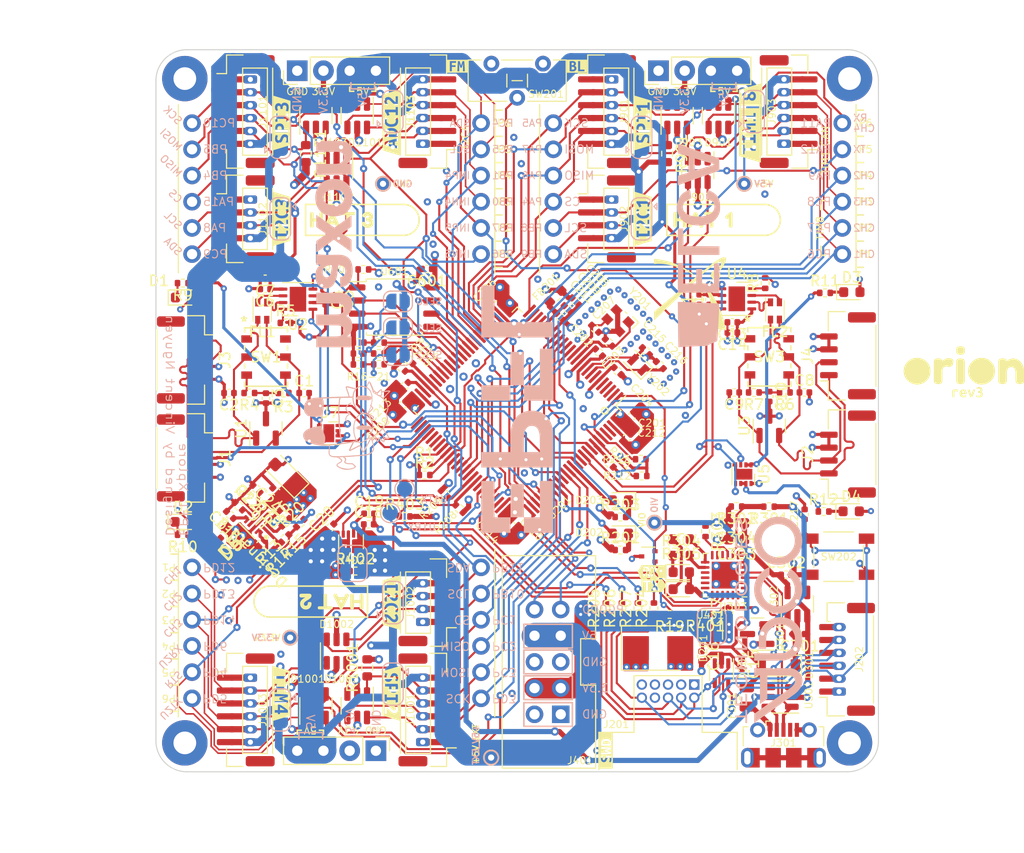
<source format=kicad_pcb>
(kicad_pcb (version 20221018) (generator pcbnew)
  (title_block (title "CanOrion PCB") (rev "2") (company "EPFL Xplore") (comment 2 "Author: Vincent Nguyen"))
  (layers (0 "F.Cu" signal "F.Cu (Sig)") (1 "In1.Cu" power "In1.Cu (GND)") (2 "In2.Cu" signal "In2.Cu (PWR)") (31 "B.Cu" signal "B.Cu (Sig)") (34 "B.Paste" user) (35 "F.Paste" user) (36 "B.SilkS" user "B.Silkscreen") (37 "F.SilkS" user "F.Silkscreen") (38 "B.Mask" user) (39 "F.Mask" user) (44 "Edge.Cuts" user))
  (net 0 "")
  (net 1 "/MCU/BOOT0")
  (net 2 "GND")
  (net 3 "/MCU/SWO")
  (net 4 "/MCU/JTDO-TRACESWO")
  (net 5 "/MCU/SWCLK")
  (net 6 "/MCU/JTCK-SWCLK")
  (net 7 "/MCU/SWDIO")
  (net 8 "/MCU/JTMS-SWDIO")
  (net 9 "/MCU/nRESET")
  (net 10 "/MCU/NRST")
  (net 11 "/USB to UART Bridge/CP_VBUS")
  (net 12 "+5V_EXT")
  (net 13 "VIO")
  (net 14 "/USB to UART Bridge/RST")
  (net 15 "/USB to UART Bridge/TXT_GPIO0")
  (net 16 "/USB to UART Bridge/RXT_GPIO1")
  (net 17 "/USB to UART Bridge/D+")
  (net 20 "/USB to UART Bridge/D-")
  (net 21 "/MCU/USART1_TX")
  (net 22 "/MCU/USART1_RX")
  (net 24 "/USB to UART Bridge/VBUS_FUSE")
  (net 25 "+3.3V_EXT")
  (net 26 "+3.3V")
  (net 27 "/CAN Bus connectors/CAN1+")
  (net 28 "/CAN Bus connectors/CAN1-")
  (net 29 "/MCU/UART5_RX")
  (net 30 "/MCU/UART5_TX")
  (net 31 "/MCU/UART4_TX")
  (net 32 "/MCU/UART4_RX")
  (net 33 "/CAN Bus connectors/CAN2+")
  (net 34 "/MCU/USART3_RX")
  (net 35 "/MCU/USART3_TX")
  (net 36 "/MCU/USART2_TX")
  (net 37 "/MCU/USART2_RX")
  (net 38 "/Flash memory/QUADSPI_BK2_NCS")
  (net 39 "/Flash memory/QUADSPI_BK2_IO1")
  (net 40 "/Flash memory/QUADSPI_BK2_IO2")
  (net 41 "/Flash memory/QUADSPI_BK2_IO0")
  (net 42 "/Flash memory/QUADSPI_CLK")
  (net 43 "/Flash memory/QUADSPI_BK2_IO3")
  (net 44 "/CAN Bus connectors/CAN2-")
  (net 45 "/MCU/PD10")
  (net 46 "/MCU/TIM4_CH4")
  (net 47 "/MCU/TIM4_CH3")
  (net 48 "/MCU/TIM4_CH2")
  (net 49 "/MCU/I2C1_SDA")
  (net 50 "/MCU/I2C1_SCL")
  (net 51 "/MCU/SPI1_CS")
  (net 52 "/MCU/SPI1_MISO")
  (net 53 "/MCU/SPI1_MOSI")
  (net 54 "/MCU/SPI1_SCK")
  (net 55 "/MCU/TIM1_CH3")
  (net 56 "/MCU/TIM1_CH2")
  (net 57 "/MCU/TIM8_CH3")
  (net 58 "/MCU/TIM8_CH2")
  (net 59 "/MCU/TIM8_CH1")
  (net 60 "/MCU/I2C4_SDA")
  (net 61 "/MCU/I2C4_SCL")
  (net 62 "/MCU/SPI4_CS")
  (net 63 "/MCU/SPI4_MISO")
  (net 64 "/MCU/SPI4_MOSI")
  (net 65 "/MCU/SPI4_SCK")
  (net 66 "/MCU/PC13")
  (net 67 "/MCU/PC0")
  (net 68 "/MCU/TIM2_CH1")
  (net 69 "/MCU/TIM2_CH3")
  (net 70 "/MCU/TIM2_CH4")
  (net 71 "/MCU/I2C2_SDA")
  (net 72 "/MCU/I2C2_SCL")
  (net 73 "/MCU/SPI2_CS")
  (net 74 "/MCU/SPI2_MISO")
  (net 75 "/MCU/SPI2_MOSI")
  (net 76 "/MCU/SPI2_SCK")
  (net 77 "/MCU/PE2")
  (net 78 "/MCU/PE3")
  (net 79 "/MCU/ADC12_INP4")
  (net 80 "/MCU/ADC12_INN4")
  (net 81 "/MCU/ADC12_INP5")
  (net 82 "/MCU/ADC12_INN5")
  (net 83 "/MCU/I2C3_SDA")
  (net 84 "/MCU/I2C3_SCL")
  (net 85 "/MCU/SPI3_CS")
  (net 86 "/MCU/SPI3_MISO")
  (net 87 "/MCU/SPI3_MOSI")
  (net 88 "/MCU/SPI3_SCK")
  (net 89 "/MCU/PE4")
  (net 90 "/MCU/PE5")
  (net 91 "/MCU/PE6")
  (net 92 "/MCU/OSC32_IN")
  (net 93 "/MCU/OSC32_OUT")
  (net 94 "/MCU/OSC_IN")
  (net 95 "/MCU/OSC_OUT")
  (net 96 "+3.3VA")
  (net 97 "/MCU/PE15")
  (net 98 "/MCU/VCAP1")
  (net 99 "/MCU/5V_STATUS")
  (net 100 "/MCU/VCAP2")
  (net 101 "/MCU/LED_YELLOW")
  (net 102 "/MCU/LED_GREEN")
  (net 103 "/MCU/UART8_RX")
  (net 116 "VBUS")
  (net 118 "+5V")
  (net 123 "/CAN Bus connectors/FDCAN1_RX")
  (net 124 "/CAN Bus connectors/FDCAN1_TX")
  (net 125 "/MCU/USR_LED_Y_CAT")
  (net 126 "/MCU/USR_LED_G_CAT")
  (net 131 "/CAN Bus connectors/FDCAN2_TX")
  (net 132 "/USB to UART Bridge/U1TX_LED_CAT")
  (net 133 "/USB to UART Bridge/U1RX_LED_CAT")
  (net 134 "/MCU/SPDT_COMM")
  (net 135 "/MCU/UART8_TX")
  (net 136 "/CAN Bus connectors/FDCAN2_RX")
  (net 137 "/CAN Bus connectors/PCAN1-")
  (net 138 "/CAN Bus connectors/PCAN1+")
  (net 139 "/CAN Bus connectors/PCAN2-")
  (net 140 "/CAN Bus connectors/PCAN2+")
  (net 141 "Net-(U6-ITIMER)")
  (net 142 "Net-(U6-dVdt)")
  (net 143 "Net-(U6-EN_UVLO)")
  (net 144 "Net-(U6-OVCSEL)")
  (net 145 "Net-(U6-PG)")
  (net 146 "Net-(U6-ILM)")
  (net 147 "Net-(U6-PGTH)")
  (net 148 "/MCU/SEL1")
  (net 149 "/MCU/SEL2")
  (net 150 "/MCU/SEL0")
  (net 151 "VBUS_REV")
  (net 152 "/Node to hats connections/Hat connector circuit3/3V3_5V_GPIO")
  (net 153 "/Node to hats connections/Hat connector circuit1/3V3_5V_I2C")
  (net 154 "/Node to hats connections/Hat connector circuit1/3V3_5V_GPIO")
  (net 155 "/Node to hats connections/Hat connector circuit1/3V3_5V_SPI")
  (net 156 "/Node to hats connections/Hat connector circuit2/3V3_5V_SPI")
  (net 157 "/Node to hats connections/Hat connector circuit2/3V3_5V_I2C")
  (net 158 "/Node to hats connections/Hat connector circuit2/3V3_5V_GPIO")
  (net 159 "/Node to hats connections/Hat connector circuit3/3V3_5V_SPI")
  (net 160 "/Node to hats connections/Hat connector circuit3/3V3_5V_I2C")
  (net 161 "/MCU/USART2_RTS")
  (net 162 "/MCU/PA1")
  (net 163 "/CAN Bus connectors/FD1TX_AO-")
  (net 164 "/CAN Bus connectors/FD1RX_AO-")
  (net 165 "/CAN Bus connectors/FD2TX_AO-")
  (net 166 "/CAN Bus connectors/FD2RX_AO-")
  (net 167 "/CAN Bus connectors/FD1TX_LED1_CAT")
  (net 168 "/CAN Bus connectors/FD1RX_LED1_CAT")
  (net 169 "/CAN Bus connectors/S1")
  (net 170 "/CAN Bus connectors/S2")
  (net 171 "/CAN Bus connectors/TERM_MID1")
  (net 172 "/CAN Bus connectors/TERM_MID2")
  (net 173 "/CAN Bus connectors/SW_TOP1")
  (net 174 "/CAN Bus connectors/SW_BOT1")
  (net 175 "/CAN Bus connectors/SW_TOP2")
  (net 176 "/CAN Bus connectors/SW_BOT2")
  (net 177 "/CAN Bus connectors/FD2TX_LED1_CAT")
  (net 178 "/CAN Bus connectors/FD2RX_LED1_CAT")
  (net 179 "/Power connectors/PR1")
  (net 180 "VMCU")
  (footprint "Crystal:Crystal_SMD_2012-2Pin_2.0x1.2mm" (layer "F.Cu") (at 161.717193 95.547757 135)
    (fp_text reference "Y202")
    (fp_text value "ECS-.327-7-12-C-TR9 (32.768 KHz)")
  )
  (footprint "0_various:SOT323-5L" (layer "F.Cu") (at 169.8 125.45 -90)
    (fp_text reference "D204")
    (fp_text value "ESDALC6V1W5")
  )
  (footprint "Capacitor_SMD:C_0402_1005Metric" (layer "F.Cu") (at 154.9 90.15 -45)
    (fp_text reference "C209")
    (fp_text value "1uF")
  )
  (footprint "Package_QFP:LQFP-100_14x14mm_P0.5mm" (layer "F.Cu") (at 150 100 -135)
    (fp_text reference "U201")
    (fp_text value "STM32H750VBT6")
  )
  (footprint "Inductor_SMD:L_CommonModeChoke_Coilcraft_0805USB" (layer "F.Cu") (at 125.3 90.345)
    (fp_text reference "FL1")
    (fp_text value "ACE1V2012-222-R")
  )
  (footprint "Capacitor_SMD:C_0402_1005Metric" (layer "F.Cu") (at 125.585 87.21 180)
    (fp_text reference "C7")
    (fp_text value "4.7uF")
  )
  (footprint "Resistor_SMD:R_0402_1005Metric" (layer "F.Cu") (at 168.25 111.6875 -90)
    (fp_text reference "R303")
    (fp_text value "1k")
  )
  (footprint "0_various:TestPoint" (layer "F.Cu") (at 172 78)
    (fp_text reference "TP701" hide)
    (fp_text value "+5V" hide)
  )
  (footprint "Resistor_SMD:R_0603_1608Metric" (layer "F.Cu") (at 129.525 75.075 -90)
    (fp_text reference "R1101")
    (fp_text value "10k")
  )
  (footprint "MountingHole:MountingHole_2.2mm_M2" (layer "F.Cu") (at 139 81.5)
    (fp_text reference "H701" hide)
    (fp_text value "MountingHole")
  )
  (footprint "0_various:PESD5V0S1BL315" (layer "F.Cu") (at 122.27563 113.345654 -135)
    (fp_text reference "D5")
    (fp_text value "PESD3V3S1BLYL" hide)
  )
  (footprint "MountingHole:MountingHole_2.2mm_M2_Pad" (layer "F.Cu") (at 117.8 67.8)
    (fp_text reference "H705" hide)
    (fp_text value "MountingHole")
  )
  (footprint "Resistor_SMD:R_0402_1005Metric" (layer "F.Cu") (at 161.7 119.15 90)
    (fp_text reference "R207")
    (fp_text value "22R")
  )
  (footprint "Diode_SMD:D_SOD-123F" (layer "F.Cu") (at 127.55 106.2 135)
    (fp_text reference "D6")
    (fp_text value "PMEG1030EH,115")
  )
  (footprint "Capacitor_SMD:C_0402_1005Metric" (layer "F.Cu") (at 161.1 100.55 45)
    (fp_text reference "C201")
    (fp_text value "4.7uF")
  )
  (footprint "Resistor_SMD:R_0402_1005Metric" (layer "F.Cu") (at 172.9296 98.225001 180)
    (fp_text reference "R7")
    (fp_text value "60R")
  )
  (footprint "Capacitor_SMD:C_0402_1005Metric" (layer "F.Cu") (at 167.669599 89.225001 90)
    (fp_text reference "C11")
    (fp_text value "4.7uF")
  )
  (footprint "Resistor_SMD:R_0402_1005Metric" (layer "F.Cu") (at 124.050001 98.28 180)
    (fp_text reference "R4")
    (fp_text value "60R")
  )
  (footprint "Resistor_SMD:R_0402_1005Metric" (layer "F.Cu") (at 174.0296 87.625001 90)
    (fp_text reference "R8")
    (fp_text value "10k")
  )
  (footprint "0_various:TestPoint" (layer "F.Cu") (at 163.3 110.85 90)
    (fp_text reference "TP703" hide)
    (fp_text value "VIO" hide)
  )
  (footprint "kibuzzard-6499A798" (layer "F.Cu") (at 193.276027 95.605892)
    (fp_text reference "kibuzzard-6499A798" hide)
    (fp_text value "G***" hide)
  )
  (footprint "Crystal:Crystal_SMD_Abracon_ABM10-4Pin_2.5x2.0mm" (layer "F.Cu") (at 159.76 91.27 -135)
    (fp_text reference "Y201")
    (fp_text value "ABM10W-48.0000MHZ-8-D7G-T3")
  )
  (footprint "MountingHole:MountingHole_2.2mm_M2_Pad" (layer "F.Cu") (at 182.2 132.2)
    (fp_text reference "H708" hide)
    (fp_text value "MountingHole")
  )
  (footprint "Capacitor_SMD:C_0402_1005Metric" (layer "F.Cu") (at 160.625 102.6 -135)
    (fp_text reference "C212")
    (fp_text value "100nF")
  )
  (footprint "0_various:TestPoint" (layer "F.Cu") (at 147.475 133.625 135)
    (fp_text reference "TP706" hide)
    (fp_text value "+5V_EXT" hide)
  )
  (footprint "Resistor_SMD:R_0402_1005Metric" (layer "F.Cu") (at 158.6 119.15 90)
    (fp_text reference "R205")
    (fp_text value "22R")
  )
  (footprint "Package_TO_SOT_SMD:SOT-23-6" (layer "F.Cu") (at 132.5 123.3 90)
    (fp_text reference "D1002")
    (fp_text value "D5V0P4UR6SO-7")
  )
  (footprint "Capacitor_SMD:C_0603_1608Metric" (layer "F.Cu") (at 171.25 110.8875 180)
    (fp_text reference "C304")
    (fp_text value "4.7uF")
  )
  (footprint "Capacitor_SMD:C_0402_1005Metric" (layer "F.Cu") (at 126.659693 107.830221 135)
    (fp_text reference "C24")
    (fp_text value "470uF")
  )
  (footprint "Resistor_SMD:R_0402_1005Metric" (layer "F.Cu") (at 117.6 112.025 180)
    (fp_text reference "R10")
    (fp_text value "768R")
  )
  (footprint "Resistor_SMD:R_0402_1005Metric" (layer "F.Cu") (at 136.607055 93.4)
    (fp_text reference "R216" hide)
    (fp_text value "4k7")
  )
  (footprint "kibuzzard-6338C367" (layer "F.Cu") (at 127.2 72.1 90)
    (fp_text reference "kibuzzard-6338C367" hide)
    (fp_text value "G***" hide)
  )
  (footprint "0_connectors:Hat_connector" (layer "F.Cu") (at 132.5 75.9275)
    (fp_text reference "J1104" hide)
    (fp_text value "Hat_connector")
  )
  (footprint "0_connectors:USB_Micro-B_Molex-105017-0001" (layer "F.Cu") (at 175.8 132.4)
    (fp_text reference "J301")
    (fp_text value "USB_B_Micro")
  )
  (footprint "Package_TO_SOT_SMD:SOT-23" (layer "F.Cu") (at 125.660001 101.717501 90)
    (fp_text reference "U1")
    (fp_text value "PESD2CANFD27V-TR")
  )
  (footprint "Package_SON:HVSON-8-1EP_3x3mm_P0.65mm_EP1.6x2.4mm" (layer "F.Cu") (at 128.76 89.185 180)
    (fp_text reference "U2")
    (fp_text value "TCAN1051HGDRBTQ1")
  )
  (footprint "kibuzzard-635F0DE6" (layer "F.Cu") (at 155.8 66.6)
    (fp_text reference "kibuzzard-635F0DE6" hide)
    (fp_text value "G***" hide)
  )
  (footprint "Resistor_SMD:R_0402_1005Metric" (layer "F.Cu") (at 139.525 95.075 -45)
    (fp_text reference "R214")
    (fp_text value "1k8")
  )
  (footprint "Resistor_SMD:R_0402_1005Metric" (layer "F.Cu") (at 134.639998 94.452182 180)
    (fp_text reference "R218" hide)
    (fp_text value "4k7")
  )
  (footprint "LED_SMD:LED_0603_1608Metric" (layer "F.Cu") (at 182.3625 109.75)
    (fp_text reference "D4")
    (fp_text value "ORANGE")
  )
  (footprint "Capacitor_SMD:C_0402_1005Metric" (layer "F.Cu") (at 131.435 89.235 -90)
    (fp_text reference "C4")
    (fp_text value "4.7uF")
  )
  (footprint "Capacitor_SMD:C_0402_1005Metric" (layer "F.Cu") (at 157.925 94.35 -45)
    (fp_text reference "C202")
    (fp_text value "100nF")
  )
  (footprint "Capacitor_SMD:C_0402_1005Metric" (layer "F.Cu") (at 158.875736 93.391852 135)
    (fp_text reference "C203")
    (fp_text value "6pF")
  )
  (footprint "0_connectors:PicoBlade_JST-GH-1x06_1.25mm_Vertical" (layer "F.Cu") (at 160.5 71 -90)
    (fp_text reference "J901")
    (fp_text value "Conn_Picoblade_JST_SPI")
  )
  (footprint "kibuzzard-63B5ABF7" (layer "F.Cu") (at 158.625 132.95 90)
    (fp_text reference "kibuzzard-63B5ABF7" hide)
    (fp_text value "G***" hide)
  )
  (footprint "Connector_Molex:Molex_CLIK-Mate_502386-0470_1x04-1MP_P1.25mm_Horizontal" (layer "F.Cu") (at 182.05 94.675 90)
    (fp_text reference "J4")
    (fp_text value "Molex Clikmate")
  )
  (footprint "Resistor_SMD:R_0603_1608Metric" (layer "F.Cu") (at 135.475 124.925 90)
    (fp_text reference "R1001")
    (fp_text value "10k")
  )
  (footprint "Capacitor_SMD:C_0402_1005Metric" (layer "F.Cu") (at 135.65 109.98)
    (fp_text reference "C19")
    (fp_text value "1uF")
  )
  (footprint "kibuzzard-6338C377" (layer "F.Cu") (at 137.8 72.05 90)
    (fp_text reference "kibuzzard-6338C377" hide)
    (fp_text value "G***" hide)
  )
  (footprint "Resistor_SMD:R_0402_1005Metric" (layer "F.Cu") (at 126.087661 113.799407 -135)
    (fp_text reference "R14")
    (fp_text value "576k")
  )
  (footprint "Package_TO_SOT_SMD:SOT-23" (layer "F.Cu") (at 173.25 121.65 180)
    (fp_text reference "Q301")
    (fp_text value "PJA3405")
  )
  (footprint "Capacitor_SMD:C_0402_1005Metric" (layer "F.Cu") (at 129.360001 98.28)
    (fp_text reference "C1")
    (fp_text value "DNI")
  )
  (footprint "Capacitor_SMD:C_0402_1005Metric" (layer "F.Cu") (at 177.85 110.05 90)
    (fp_text reference "C217")
    (fp_text value "100nF")
  )
  (footprint "Package_SO:SOIC-8_5.23x5.23mm_P1.27mm" (layer "F.Cu") (at 138.1 89.95)
    (fp_text reference "U601")
    (fp_text value "IS25LP128F")
  )
  (footprint "Diode_SMD:D_SOD-123" (layer "F.Cu") (at 175.3 124.7 180)
    (fp_text reference "D301")
    (fp_text value "SMF5.0CA-TP")
  )
  (footprint "LED_SMD:LED_0603_1608Metric" (layer "F.Cu") (at 165.9 115.65)
    (fp_text reference "D302" hide)
    (fp_text value "ORANGE")
  )
  (footprint "Resistor_SMD:R_0402_1005Metric" (layer "F.Cu") (at 135.1 86.3 180)
    (fp_text reference "R601")
    (fp_text value "4k7")
  )
  (footprint "Inductor_SMD:L_0603_1608Metric" (layer "F.Cu") (at 153.675 88.875 45)
    (fp_text reference "FB201")
    (fp_text value "100R@100MHz")
  )
  (footprint "Capacitor_SMD:C_0402_1005Metric" (layer "F.Cu") (at 154.15 90.9 -45)
    (fp_text reference "C211")
    (fp_text value "10nF")
  )
  (footprint "Capacitor_SMD:C_0402_1005Metric" (layer "F.Cu") (at 174.4296 98.625001 -90)
    (fp_text reference "C10")
    (fp_text value "4.7uF")
  )
  (footprint "0_connectors:PicoBlade_JST-GH-1x06_1.25mm_Vertical" (layer "F.Cu") (at 125.5 71 -90)
    (fp_text reference "J1101")
    (fp_text value "Conn_Picoblade_JST_SPI")
  )
  (footprint "Capacitor_SMD:C_0402_1005Metric" (layer "F.Cu") (at 121.603879 112.002151 -135)
    (fp_text reference "C23")
    (fp_text value "1uF")
  )
  (footprint "Capacitor_SMD:C_0402_1005Metric" (layer "F.Cu") (at 170.8496 91.425001 180)
    (fp_text reference "C13")
    (fp_text value "0.1uF")
  )
  (footprint "Package_TO_SOT_SMD:SOT-23-6" (layer "F.Cu") (at 169.5 71.4 -90)
    (fp_text reference "D901")
    (fp_text value "D5V0P4UR6SO-7")
  )
  (footprint "Resistor_SMD:R_0603_1608Metric" (layer "F.Cu") (at 165.9 114.05)
    (fp_text reference "R304")
    (fp_text value "768R")
  )
  (footprint "Capacitor_SMD:C_0402_1005Metric" (layer "F.Cu") (at 171.76 124.57 -90)
    (fp_text reference "C15")
    (fp_text value "1uF")
  )
  (footprint "Package_TO_SOT_SMD:SOT-23-5" (layer "F.Cu") (at 177.15 118.75 90)
    (fp_text reference "U302")
    (fp_text value "NCV8161ASN330T1G")
  )
  (footprint "Resistor_SMD:R_0402_1005Metric" (layer "F.Cu") (at 141.03 105.25)
    (fp_text reference "R1")
    (fp_text value "1k8")
  )
  (footprint "Package_DFN_QFN:DFN-8-1EP_2x2mm_P0.5mm_EP1.05x1.75mm" (layer "F.Cu") (at 131.75 102.18)
    (fp_text reference "U7")
    (fp_text value "LM358_DFN")
  )
  (footprint "Inductor_SMD:L_CommonModeChoke_Coilcraft_0805USB" (layer "F.Cu") (at 174.975 90.325)
    (fp_text reference "FL2")
    (fp_text value "ACE1V2012-222-R")
  )
  (footprint "Connector_Molex:Molex_CLIK-Mate_502386-0470_1x04-1MP_P1.25mm_Horizontal" (layer "F.Cu") (at 117.8 104.575 -90)
    (fp_text reference "J1")
    (fp_text value "Molex Clikmate")
  )
  (footprint "Resistor_SMD:R_0402_1005Metric" (layer "F.Cu") (at 158.95 105.1 -45)
    (fp_text reference "R201")
    (fp_text value "4k7")
  )
  (footprint "Resistor_SMD:R_0402_1005Metric" (layer "F.Cu") (at 134.32 115.54)
    (fp_text reference "R402")
    (fp_text value "100k")
  )
  (footprint "Resistor_SMD:R_0402_1005Metric" (layer "F.Cu") (at 143 108.1 -45)
    (fp_text reference "R209")
    (fp_text value "1k8")
  )
  (footprint "Resistor_SMD:R_0402_1005Metric" (layer "F.Cu") (at 125.150019 112.946135 -135)
    (fp_text reference "R13")
    (fp_text value "470k")
  )
  (footprint "0_connectors:PicoBlade_JST-GH-1x06_1.25mm_Vertical" (layer "F.Cu") (at 139.5 71 90)
    (fp_text reference "J1103")
    (fp_text value "Conn_Picoblade_JST_GPIO")
  )
  (footprint "Capacitor_SMD:C_0402_1005Metric" (layer "F.Cu") (at 170.54 119.56 90)
    (fp_text reference "C17")
    (fp_text value "0.1uF")
  )
  (footprint "LED_SMD:LED_0603_1608Metric" (layer "F.Cu") (at 117.642499 110.775)
    (fp_text reference "D2")
    (fp_text value "ORANGE")
  )
  (footprint "Capacitor_SMD:C_0402_1005Metric" (layer "F.Cu") (at 176.05 115.9)
    (fp_text reference "C302")
    (fp_text value "1uF")
  )
  (footprint "Capacitor_SMD:C_0402_1005Metric" (layer "F.Cu") (at 149.460589 111.135589 -45)
    (fp_text reference "C210")
    (fp_text value "100nF")
  )
  (footprint "0_various:RPW0010A-MFG" (layer "F.Cu") (at 124.944958 110.534904 135)
    (fp_text reference "U6")
    (fp_text value "TPS259474LRPWR")
  )
  (footprint "Package_DFN_QFN:DFN-8-1EP_2x2mm_P0.5mm_EP1.05x1.75mm" (layer "F.Cu") (at 171.91 106.15 -90)
    (fp_text reference "U5")
    (fp_text value "LM358_DFN")
  )
  (footprint "Capacitor_SMD:C_0402_1005Metric" (layer "F.Cu") (at 138.9 99.45 -135)
    (fp_text reference "C208")
    (fp_text value "100nF")
  )
  (footprint "Resistor_SMD:R_0402_1005Metric" (layer "F.Cu") (at 162.05 106.325 180)
    (fp_text reference "R212")
    (fp_text value "1k8")
  )
  (footprint "Capacitor_SMD:C_0402_1005Metric" (layer "F.Cu") (at 170.8496 92.425001 180)
    (fp_text reference "C14")
    (fp_text value "4.7uF")
  )
  (footprint "Capacitor_SMD:C_0402_1005Metric" (layer "F.Cu") (at 159.725 96.15 -45)
    (fp_text reference "C204")
    (fp_text value "100nF")
  )
  (footprint "Resistor_SMD:R_0402_1005Metric" (layer "F.Cu") (at 127.37 98.28 180)
    (fp_text reference "R3")
    (fp_text value "60R")
  )
  (footprint "Capacitor_SMD:C_0603_1608Metric" (layer "F.Cu") (at 171.25 112.4875 180)
    (fp_text reference "C303")
    (fp_text value "100nF")
  )
  (footprint "Capacitor_SMD:C_0402_1005Metric" (layer "F.Cu") (at 167.86 123.81 -90)
    (fp_text reference "C16")
    (fp_text value "1uF")
  )
  (footprint "Resistor_SMD:R_0402_1005Metric" (layer "F.Cu") (at 127.517661 112.379406 -135)
    (fp_text reference "R15")
    (fp_text value "52.3k")
  )
  (footprint "Package_DFN_QFN:QFN-24-1EP_4x4mm_P0.5mm_EP2.6x2.6mm" (layer "F.Cu") (at 170.15 115.9375 180)
    (fp_text reference "U303")
    (fp_text value "CP2102N-A02-GQFN24")
  )
  (footprint "Resistor_SMD:R_0402_1005Metric" (layer "F.Cu") (at 127.577661 110.809407 45)
    (fp_text reference "R16")
    (fp_text value "47k")
  )
  (footprint "MountingHole:MountingHole_2.2mm_M2" (layer "F.Cu") (at 126 118.5)
    (fp_text reference "H703" hide)
    (fp_text value "MountingHole")
  )
  (footprint "0_connectors:PicoBlade-JST-GH-1x04_1.25mm_Vertical" (layer "F.Cu") (at 159.15 79.525 -90)
    (fp_text reference "J902")
    (fp_text value "Conn_Picoblade_JST_I2C")
  )
  (footprint "Package_SON:HVSON-8-1EP_3x3mm_P0.65mm_EP1.6x2.4mm" (layer "F.Cu") (at 171.2796 89.150001)
    (fp_text reference "U4")
    (fp_text value "TCAN1051HGDRBTQ1")
  )
  (footprint "kibuzzard-6338C3A2" (layer "F.Cu") (at 162.2 81.4 90)
    (fp_text reference "kibuzzard-6338C3A2" hide)
    (fp_text value "G***" hide)
  )
  (footprint "Capacitor_SMD:C_0402_1005Metric" (layer "F.Cu") (at 125.585 88.209999 180)
    (fp_text reference "C6")
    (fp_text value "0.1uF")
  )
  (footprint "0_connectors:Hat_connector" (layer "F.Cu") (at 132.5 124.0725 180)
    (fp_text reference "J1004" hide)
    (fp_text value "Hat_connector")
  )
  (footprint "Resistor_SMD:R_0402_1005Metric" (layer "F.Cu") (at 164.77 119.75 180)
    (fp_text reference "R19")
    (fp_text value "9.53k")
  )
  (footprint "Package_TO_SOT_SMD:SOT-523" (layer "F.Cu") (at 162.705 114.12 180)
    (fp_text reference "Q1")
    (fp_text value "NMOS")
  )
  (footprint "kibuzzard-64282BD6" (layer "F.Cu") (at 133 81.5)
    (fp_text reference "kibuzzard-64282BD6" hide)
    (fp_text value "G***" hide)
  )
  (footprint "Capacitor_SMD:C_0402_1005Metric" (layer "F.Cu") (at 157.550431 92.050431 -45)
    (fp_text reference "C207")
    (fp_text value "6pF")
  )
  (footprint "Resistor_SMD:R_0402_1005Metric" (layer "F.Cu") (at 144.4 109.5 135)
    (fp_text reference "R208")
    (fp_text value "1k8")
  )
  (footprint "Package_TO_SOT_SMD:SOT-23-6" (layer "F.Cu") (at 134.5 71.4 -90)
    (fp_text reference "D1101")
    (fp_text value "D5V0P4UR6SO-7")
  )
  (footprint "Capacitor_SMD:C_0402_1005Metric" (layer "F.Cu") (at 132.435 89.235001 -90)
    (fp_text reference "C5")
    (fp_text value "0.1uF")
  )
  (footprint "Capacitor_SMD:C_0402_1005Metric" (layer "F.Cu") (at 122.080002 98.28 180)
    (fp_text reference "C2")
    (fp_text value "DNI")
  )
  (footprint "Resistor_SMD:R_0402_1005Metric" (layer "F.Cu") (at 117.6 87.625 180)
    (fp_text reference "R9")
    (fp_text value "768R")
  )
  (footprint "Capacitor_SMD:C_0402_1005Metric" (layer "F.Cu") (at 125.66 98.78 -90)
    (fp_text reference "C3")
    (fp_text value "4.7uF")
  )
  (footprint "Resistor_SMD:R_0402_1005Metric" (layer "F.Cu") (at 174.4 109.3 180)
    (fp_text reference "R301")
    (fp_text value "22k1")
  )
  (footprint "Resistor_SMD:R_0402_1005Metric" (layer "F.Cu") (at 179.6875 109.775)
    (fp_text reference "R12")
    (fp_text value "768R")
  )
  (footprint "0_graphic:Xplore_Logo_X_only_7mm" (layer "F.Cu") (at 166.75 88.6)
    (fp_text reference "G701" hide)
    (fp_text value "Xplore_Logo" hide)
  )
  (footprint "Package_TO_SOT_SMD:SOT-23" (layer "F.Cu") (at 174.4296 101.462502 90)
    (fp_text reference "U3")
    (fp_text value "PESD2CANFD27V-TR")
  )
  (footprint "0_connectors:PicoBlade_JST-GH-1x06_1.25mm_Vertical" (layer "F.Cu") (at 174.5 71 90)
    (fp_text reference "J903")
    (fp_text value "Conn_Picoblade_JST_GPIO")
  )
  (footprint "Resistor_SMD:R_0402_1005Metric" (layer "F.Cu") (at 141.03 106.23)
    (fp_text reference "R2")
    (fp_text value "1k8")
  )
  (footprint "Resistor_SMD:R_0402_1005Metric" (layer "F.Cu") (at 123.0287 109.255038 -45)
    (fp_text reference "R17")
    (fp_text value "1.67k")
  )
  (footprint "kibuzzard-6338C398" (layer "F.Cu") (at 162.2 72.1 90)
    (fp_text reference "kibuzzard-6338C398" hide)
    (fp_text value "G***" hide)
  )
  (footprint "Package_TO_SOT_SMD:SOT-23-6" (layer "F.Cu") (at 165.5 71.4 90)
    (fp_text reference "D903")
    (fp_text value "D5V0P4UR6SO-7")
  )
  (footprint "Resistor_SMD:R_0402_1005Metric" (layer "F.Cu") (at 134.639998 95.512843 180)
    (fp_text reference "R219" hide)
    (fp_text value "4k7")
  )
  (footprint "Capacitor_SMD:C_0402_1005Metric" (layer "F.Cu") (at 124.732824 107.565054 135)
    (fp_text reference "C22")
    (fp_text value "3300pF")
  )
  (footprint "kibuzzard-6338C386" (layer "F.Cu") (at 127.2 81.4 90)
    (fp_text reference "kibuzzard-6338C386" hide)
    (fp_text value "G***" hide)
  )
  (footprint "Resistor_SMD:R_0402_1005Metric" (layer "F.Cu") (at 136.607055 95.500001)
    (fp_text reference "R221" hide)
    (fp_text value "4k7")
  )
  (footprint "Capacitor_SMD:C_0402_1005Metric" (layer "F.Cu") (at 155.65 89.4 -45)
    (fp_text reference "C205")
    (fp_text value "1uF")
  )
  (footprint "kibuzzard-6336CA56" (layer "F.Cu") (at 163 115.6)
    (fp_text reference "kibuzzard-6336CA56" hide)
    (fp_text value "G***" hide)
  )
  (footprint "Resistor_SMD:R_0402_1005Metric" (layer "F.Cu") (at 163.25 119.15 90)
    (fp_text reference "R204")
    (fp_text value "22R")
  )
  (footprint "kibuzzard-63B5A512" (layer "F.Cu") (at 193.639606 98.2)
    (fp_text reference "kibuzzard-63B5A512" hide)
    (fp_text value "G***" hide)
  )
  (footprint "MountingHole:MountingHole_2.2mm_M2_Pad" (layer "F.Cu") (at 117.8 132.2)
    (fp_text reference "H707" hide)
    (fp_text value "MountingHole")
  )
  (footprint "0_mux:TPS2116DRLR" (layer "F.Cu") (at 168.7 121.5 -90)
    (fp_text reference "U401")
    (fp_text value "TPS2116DRLR")
  )
  (footprint "kibuzzard-6338C3C8" (layer "F.Cu") (at 127.15 127.4 -90)
    (fp_text reference "kibuzzard-6338C3C8" hide)
    (fp_text value "G***" hide)
  )
  (footprint "Resistor_SMD:R_0402_1005Metric" (layer "F.Cu") (at 138.8 95.8 -45)
    (fp_text reference "R215")
    (fp_text value "1k8")
  )
  (footprint "Resistor_SMD:R_0402_1005Metric" (layer "F.Cu") (at 179.825 88.575)
    (fp_text reference "R11")
    (fp_text value "768R")
  )
  (footprint "LED_SMD:LED_0603_1608Metric" (layer "F.Cu") (at 160 111.9 180)
    (fp_text reference "D202")
    (fp_text value "YELLOW")
  )
  (footprint "Connector_Molex:Molex_CLIK-Mate_502386-0470_1x04-1MP_P1.25mm_Horizontal" (layer "F.Cu") (at 182.05 104.2 90)
    (fp_text reference "J2")
    (fp_text value "Molex Clikmate")
  )
  (footprint "Resistor_SMD:R_0402_1005Metric" (layer "F.Cu") (at 127.56 91.485)
    (fp_text reference "R5")
    (fp_text value "10k")
  )
  (footprint "0_connectors:PicoBlade-JST-GH-1x04_1.25mm_Vertical" (layer "F.Cu") (at 124.15 79.525 -90)
    (fp_text reference "J1102")
    (fp_text value "Conn_Picoblade_JST_I2C")
  )
  (footprint "Capacitor_SMD:C_0402_1005Metric" (layer "F.Cu") (at 162.467193 94.222757 -45)
    (fp_text reference "C215")
    (fp_text value "3.9pF")
  )
  (footprint "0_connectors:FTSH-105-01-F-D-RA-K" (layer "F.Cu") (at 164.6175 127.1825 -90)
    (fp_text reference "J201")
    (fp_text value "SWD_02x05_1.27mm")
  )
  (footprint "Capacitor_SMD:C_0402_1005Metric" (layer "F.Cu") (at 177.8296 98.225001)
    (fp_text reference "C8")
    (fp_text value "DNI")
  )
  (footprint "MountingHole:MountingHole_2.2mm_M2" (layer "F.Cu") (at 175.3 112.6)
    (fp_text reference "H704" hide)
    (fp_text value "MountingHole")
  )
  (footprint "0_switch_button:CAS-220A_NDC-L" (layer "F.Cu") (at 174.4296 94.775)
    (fp_text reference "SW3")
    (fp_text value "CAS-220TA")
  )
  (footprint "kibuzzard-64282BF8" (layer "F.Cu") (at 168 81.5)
    (fp_text reference "kibuzzard-64282BF8" hide)
    (fp_text value "G***" hide)
  )
  (footprint "kibuzzard-64282BFF" (layer "F.Cu") (at 132 118.4975 180)
    (fp_text reference "kibuzzard-64282BFF" hide)
    (fp_text value "G***" hide)
  )
  (footprint "Capacitor_SMD:C_0402_1005Metric" (layer "F.Cu") (at 177.375 121.65 180)
    (fp_text reference "C301")
    (fp_text value "1uF")
  )
  (footprint "Resistor_SMD:R_0402_1005Metric" (layer "F.Cu") (at 171.25 109.2875 180)
    (fp_text reference "R302")
    (fp_text value "47k5")
  )
  (footprint "LED_SMD:LED_0603_1608Metric" (layer "F.Cu") (at 165.9 117.3)
    (fp_text reference "D303" hide)
    (fp_text value "ORANGE")
  )
  (footprint "Capacitor_SMD:C_0402_1005Metric" (layer "F.Cu") (at 168.6296 89.225001 90)
    (fp_text reference "C12")
    (fp_text value "0.1uF")
  )
  (footprint "kibuzzard-635F0E53" (layer "F.Cu") (at 144.2 66.6)
    (fp_text reference "kibuzzard-635F0E53" hide)
    (fp_text value "G***" hide)
  )
  (footprint "Resistor_SMD:R_0603_1608Metric" (layer "F.Cu") (at 164.525 75.075 -90)
    (fp_text reference "R901")
    (fp_text value "10k")
  )
  (footprint "Capacitor_SMD:C_0402_1005Metric" (layer "F.Cu") (at 147.675 110.85 -45)
    (fp_text reference "C214")
    (fp_text value "2.2uF")
  )
  (footprint "Resistor_SMD:R_0603_1608Metric" (layer "F.Cu") (at 165.9 112.45 180)
    (fp_text reference "R305")
    (fp_text value "768R")
  )
  (footprint "0_various:TestPoint" (layer "F.Cu") (at 128 122 180)
    (fp_text reference "TP702" hide)
    (fp_text value "+3.3V" hide)
  )
  (footprint "Resistor_SMD:R_0402_1005Metric" (layer "F.Cu") (at 139.1 110.25)
    (fp_text reference "R403")
    (fp_text value "10k")
  )
  (footprint "0_connectors:Hat_connector" (layer "F.Cu") (at 167.5 75.9275)
    (fp_text reference "J904" hide)
    (fp_text value "Hat_connector")
  )
  (footprint "Capacitor_SMD:C_0402_1005Metric" (layer "F.Cu") (at 163.817193 95.572757 135)
    (fp_text reference "C216")
    (fp_text value "3.9pF")
  )
  (footprint "LED_SMD:LED_0603_1608Metric" (layer "F.Cu") (at 160 108.675 180)
    (fp_text reference "D203")
    (fp_text value "GREEN")
  )
  (footprint "LED_SMD:LED_0603_1608Metric" (layer "F.Cu") (at 117.677501 89.025)
    (fp_text reference "D1")
    (fp_text value "ORANGE")
  )
  (footprint "0_connectors:302-S101" (layer "F.Cu") (at 152.95 124.35 90)
    (fp_text reference "J401")
    (fp_text value "02x05 2.54mm boxed header")
  )
  (footprint "kibuzzard-6338C3D3" (layer "F.Cu") (at 137.8 127.4 -90)
    (fp_text reference "kibuzzard-6338C3D3" hide)
    (fp_text value "G***" hide)
  )
  (footprint "Capacitor_SMD:C_0402_1005Metric" (layer "F.Cu") (at 135.62 111.01)
    (fp_text reference "C18")
    (fp_text value "1uF")
  )
  (footprint "Resistor_SMD:R_0402_1005Metric" (layer "F.Cu") (at 128.977661 110.889407 45)
    (fp_text reference "R20")
    (fp_text value "37.4k")
  )
  (footprint "Resistor_SMD:R_0402_1005Metric" (layer "F.Cu") (at 160.15 119.15 90)
    (fp_text reference "R206")
    (fp_text value "22R")
  )
  (footprint "Fuse:Fuse_0805_2012Metric" (layer "F.Cu") (at 172.25 127.75 90)
    (fp_text reference "F301")
    (fp_text value "0805L075SLYR")
  )
  (footprint "kibuzzard-633C81E2" (layer "F.Cu") (at 172.55 72.1 90)
    (fp_text reference "kibuzzard-633C81E2" hide)
    (fp_text value "G***" hide)
  )
  (footprint "Capacitor_SMD:C_0402_1005Metric" (layer "F.Cu") (at 171.0296 98.225001 180)
    (fp_text reference "C9")
    (fp_text value "DNI")
  )
  (footprint "0_connectors:PicoBlade-JST-GH-1x04_1.25mm_Vertical" (layer "F.Cu") (at 140.85 120.475 90)
    (fp_text reference "J1002")
    (fp_text value "Conn_Picoblade_JST_I2C")
  )
  (footprint "Capacitor_SMD:C_0402_1005Metric" (layer "F.Cu") (at 147.675 89.15 45)
    (fp_text reference "C206")
    (fp_text value "100nF")
  )
  (footprint "0_switch_button:CL-SB-12C-01" (layer "F.Cu") (at 150 68)
    (fp_text reference "SW201")
    (fp_text value "CL-SB-12C-02")
  )
  (footprint "MountingHole:MountingHole_2.2mm_M2" (layer "F.Cu") (at 174 81.5)
    (fp_text reference "H702" hide)
    (fp_text value "MountingHole")
  )
  (footprint "Package_TO_SOT_SMD:SOT-23-6" (layer "F.Cu") (at 130.5 71.4 90)
    (fp_text reference "D1103")
    (fp_text value "D5V0P4UR6SO-7")
  )
  (footprint "Package_TO_SOT_SMD:SOT-23-6" (layer "F.Cu") (at 175.475 127.75 180)
    (fp_text reference "U301")
    (fp_text value "SRV05-4A")
  )
  (footprint "0_various:TestPoint" (layer "F.Cu") (at 137 78)
    (fp_text reference "TP704" hide)
    (fp_text value "GND" hide)
  )
  (footprint "Diode_SMD:D_SMB" (layer "F.Cu") (at 163.65 123)
    (fp_text reference "D201")
    (fp_text value "SMBJ3V3-E3/5B")
  )
  (footprint "LED_SMD:LED_0603_1608Metric" (layer "F.Cu") (at 182.425 88.5)
    (fp_text reference "D3")
    (fp_text value "ORANGE")
  )
  (footprint "Resistor_SMD:R_0402_1005Metric" (layer "F.Cu") (at 175.9296 98.225001 180)
    (fp_text reference "R6")
    (fp_text value "60R")
  )
  (footprint "Package_TO_SOT_SMD:SOT-23-6" (layer "F.Cu") (at 134.5 128.6 -90)
    (fp_text reference "D1003")
    (fp_text value "D5V0P4UR6SO-7")
  )
  (footprint "0_connectors:PicoBlade_JST-GH-1x06_1.25mm_Vertical" (layer "F.Cu") (at 125.5 129 -90)
    (fp_text reference "J1003")
    (fp_text value "Conn_Picoblade_JST_GPIO")
  )
  (footprint "Capacitor_SMD:C_0402_1005Metric" (layer "F.Cu") (at 131.89 111.32 45)
    (fp_text reference "C20")
    (fp_text value "0.1uF")
  )
  (footprint "Package_TO_SOT_SMD:SOT-23-6" (layer "F.Cu") (at 130.5 128.6 90)
    (fp_text reference "D1001")
    (fp_text value "D5V0P4UR6SO-7")
  )
  (footprint "Resistor_SMD:R_0402_1005Metric" (layer "F.Cu") (at 160 110.3)
    (fp_text reference "R203")
    (fp_text value "240R")
  )
  (footprint "Resistor_SMD:R_0402_1005Metric" (layer "F.Cu") (at 168.225 119.7 180)
    (fp_text reference "R401")
    (fp_text value "5k" hide)
  )
  (footprint "MountingHole:MountingHole_2.2mm_M2_Pad" (layer "F.Cu") (at 182.2 67.8)
    (fp_text reference "H706" hide)
    (fp_text value "MountingHole")
  )
  (footprint "0_connectors:PicoBlade_JST-GH-1x06_1.25mm_Vertical" (layer "F.Cu") (at 139.5 129 90)
    (fp_text reference "J1001")
    (fp_text value "Conn_Picoblade_JST_SPI")
  )
  (footprint "kibuzzard-6336CA38" (layer "F.Cu") (at 163.25 116.95)
    (fp_text reference "kibuzzard-6336CA38" hide)
    (fp_text value "G***" hide)
  )
  (footprint "Resistor_SMD:R_0402_1005Metric" (layer "F.Cu") (at 136.607056 94.45)
    (fp_text reference "R220" hide)
    (fp_text value "4k7")
  )
  (footprint "Resistor_SMD:R_0402_1005Metric" (layer "F.Cu") (at 126.634944 109.325748 135)
    (fp_text reference "R18")
    (fp_text value "47k")
  )
  (footprint "Capacitor_SMD:C_0402_1005Metric" (layer "F.Cu") (at 141.25 86.25 180)
    (fp_text reference "C601")
    (fp_text value "100nF")
  )
  (footprint "Package_TO_SOT_SMD:SOT-23-6" (layer "F.Cu") (at 132.5 76.7 -90)
    (fp_text reference "D1102")
    (fp_text value "D5V0P4UR6SO-7")
  )
  (footprint "0_connectors:PicoBlade-JST-GH-1x06_1.25mm_Horizontal" (layer "F.Cu") (at 181.9625 124.1 90)
    (fp_text reference "J202")
    (fp_text value "Conn_Picoblade_JST_DEBUG")
  )
  (footprint "Resistor_SMD:R_0402_1005Metric" (layer "F.Cu") (at 160 113.5)
    (fp_text reference "R202")
    (fp_text value "768R")
  )
  (footprint "Connector_Molex:Molex_CLIK-Mate_502386-0470_1x04-1MP_P1.25mm_Horizontal" (layer "F.Cu") (at 117.8 95.075 -90)
    (fp_text reference "J3")
    (fp_text value "Molex Clikmate")
  )
  (footprint "Resistor_SMD:R_0402_1005Metric" (layer "F.Cu") (at 134.64 93.391523 180)
    (fp_text reference "R217" hide)
    (fp_text value "4k7")
  )
  (footprint "Package_TO_SOT_SMD:SOT-23-6" (layer "F.Cu") (at 167.5 76.7 -90)
    (fp_text reference "D902")
    (fp_text value "D5V0P4UR6SO-7")
  )
  (footprint "0_switch_button:MJTP1140ATR" (layer "F.Cu") (at 181.15 114.15)
    (fp_text reference "SW202")
    (fp_text value "MJTP1140ATR")
  )
  (footprint "kibuzzard-6338C3BF" (layer "F.Cu") (at 137.8 118.6 -90)
    (fp_text reference "kibuzzard-6338C3BF" hide)
    (fp_text value "G***" hide)
  )
  (footprint "Resistor_SMD:R_0402_1005Metric" (layer "F.Cu") (at 161.975 104.7 180)
    (fp_text reference "R213")
    (fp_text value "1k8")
  )
  (footprint "0_switch_button:CAS-220A_NDC-L" (layer "F.Cu") (at 125.669601 94.794999)
    (fp_text reference "SW1")
    (fp_text value "CAS-220TA")
  )
  (footprint "Capacitor_SMD:C_0402_1005Metric" (layer "F.Cu") (at 139.1 97.6 -135)
    (fp_text reference "C213")
    (fp_text value "2.2uF")
  )
  (footprint "0_mux:TPS2116DRLR" (layer "F.Cu") (at 133.9 112.7 90)
    (fp_text reference "U402")
    (fp_text value "TPS2116DRLR")
  )
  (footprint "Capacitor_SMD:C_0402_1005Metric" (layer "F.Cu") (at 122.173099 110.096495 135)
    (fp_text reference "C21")
    (fp_text value "2.2nF")
  )
  (footprint "0_graphic:neco_10x10mm" (layer "B.Cu") (at 133.9 100.9 90)
    (fp_text reference "G***" hide)
    (fp_text value "LOGO" hide)
  )
  (footprint "0_graphic:maxon_Logo_20mm" (layer "B.Cu") (at 132.25 83.85 90)
    (fp_text reference "G703" hide)
    (fp_text value "maxon_Logo" hide)
  )
  (footprint "0_graphic:ELCA_Logo_20mm" (layer "B.Cu") (at 167.5 83.85 90)
    (fp_text reference "G705" hide)
    (fp_text value "ELCA_Logo" hide)
  )
  (footprint "Jumper:SolderJumper-3_P1.3mm_Open_RoundedPad1.0x1.5mm" (layer "B.Cu") (at 162.05 73.5 90)
    (fp_text reference "JP901" hide)
    (fp_text value "JP_SPI_5V_3V3")
  )
  (footprint "TestPoint:TestPoint_Pad_D1.5mm" (layer "B.Cu") (at 139.1 107.6 180)
    (fp_text reference "TP301" hide)
    (fp_text value "U1RX")
  )
  (footprint "Jumper:SolderJumper-2_P1.3mm_Open_RoundedPad1.0x1.5mm" (layer "B.Cu") (at 138.45 89.4 180)
    (fp_text reference "SEL0")
    (fp_text value "SEL0")
  )
  (footprint "0_various:Jumper_wide" (layer "B.Cu") (at 168.85 120.9)
    (fp_text reference "JP401" hide)
    (fp_text value "BYPASS_3V3")
  )
  (footprint "Jumper:SolderJumper-3_P1.3mm_Open_RoundedPad1.0x1.5mm" (layer "B.Cu") (at 137.9425 71 90)
    (fp_text reference "JP1103" hide)
    (fp_text value "JP_GPIO_5V_3V3")
  )
  (footprint "Jumper:SolderJumper-3_P1.3mm_Open_RoundedPad1.0x1.5mm" (layer "B.Cu") (at 137.95 126.5 -90)
    (fp_text reference "JP1001" hide)
    (fp_text value "JP_SPI_5V_3V3")
  )
  (footprint "Jumper:SolderJumper-3_P1.3mm_Open_RoundedPad1.0x1.5mm" (layer "B.Cu") (at 172.95 71 90)
    (fp_text reference "JP903" hide)
    (fp_text value "JP_GPIO_5V_3V3")
  )
  (footprint "Jumper:SolderJumper-3_P1.3mm_Open_RoundedPad1.0x1.5mm" (layer "B.Cu") (at 127.05 129 -90)
    (fp_text reference "JP1003" hide)
    (fp_text value "JP_GPIO_5V_3V3")
  )
  (footprint "0_graphic:EPFL_Logo_30mm" (layer "B.Cu") (at 150 99.85 90)
    (fp_text reference "G702" hide)
    (fp_text value "EPFL_Logo" hide)
  )
  (footprint "Jumper:SolderJumper-3_P1.3mm_Open_RoundedPad1.0x1.5mm" (layer "B.Cu") (at 137.9575 118.6 90)
    (fp_text reference "JP1002" hide)
    (fp_text value "JP_I2C_5V_3V3")
  )
  (footprint "Jumper:SolderJumper-2_P1.3mm_Open_RoundedPad1.0x1.5mm" (layer "B.Cu") (at 138.45 94.6 180)
    (fp_text reference "SEL2")
    (fp_text value "SEL2")
  )
  (footprint "TestPoint:TestPoint_Pad_D1.5mm" (layer "B.Cu") (at 137.7 109.9 180)
    (fp_text reference "TP302" hide)
    (fp_text value "U1TX")
  )
  (footprint "Jumper:SolderJumper-3_P1.3mm_Open_RoundedPad1.0x1.5mm" (layer "B.Cu") (at 127.05 81.4 -90)
    (fp_text reference "JP1102" hide)
    (fp_text value "JP_I2C_5V_3V3")
  )
  (footprint "Jumper:SolderJumper-3_P1.3mm_Open_RoundedPad1.0x1.5mm" (layer "B.Cu") (at 162.0425 81.4 -90)
    (fp_text reference "JP902" hide)
    (fp_text value "JP_I2C_5V_3V3")
  )
  (footprint "Jumper:SolderJumper-2_P1.3mm_Open_RoundedPad1.0x1.5mm" (layer "B.Cu") (at 138.45 92 180)
    (fp_text reference "SEL1")
    (fp_text value "SEL1")
  )
  (footprint "0_graphic:APCO_Logo_20mm" (layer "B.Cu") (at 173.91416 120.272011 90)
    (fp_text reference "G704" hide)
    (fp_text value "APCO_Logo" hide)
  )
  (footprint "Jumper:SolderJumper-3_P1.3mm_Open_RoundedPad1.0x1.5mm" (layer "B.Cu") (at 127.05 73.5 90)
    (fp_text reference "JP1101" hide)
    (fp_text value "JP_SPI_5V_3V3")
  )
  (footprint "0_various:Jumper_wide" (layer "B.Cu") (at 134.05 114.8 180)
    (fp_text reference "JP402" hide)
    (fp_text value "BYPASS_5V")
  )
  (gr_line (start 128.85 131.2) (end 128.85 131.8) (stroke (width 0.15)) (layer "B.SilkS"))
  (gr_line (start 171.19 68.8) (end 171.19 68.2) (stroke (width 0.15)) (layer "B.SilkS"))
  (gr_rect (start 150.65 123.2) (end 155.35 125.5) (stroke (width 0.15)) (fill none) (layer "B.SilkS"))
  (gr_rect (start 150.65 125.7) (end 155.35 128) (stroke (width 0.15)) (fill none) (layer "B.SilkS"))
  (gr_line (start 136.19 68.8) (end 136.19 68.2) (stroke (width 0.15)) (layer "B.SilkS"))
  (gr_line (start 128.85 131.2) (end 131.15 131.2) (stroke (width 0.15)) (layer "B.SilkS"))
  (gr_line (start 171.19 68.8) (end 168.889999 68.8) (stroke (width 0.15)) (layer "B.SilkS"))
  (gr_line (start 136.19 68.8) (end 133.889999 68.8) (stroke (width 0.15)) (layer "B.SilkS"))
  (gr_line (start 131.15 131.2) (end 131.15 131.8) (stroke (width 0.15)) (layer "B.SilkS"))
  (gr_rect (start 150.65 128.3) (end 155.35 130.6) (stroke (width 0.15)) (fill none) (layer "B.SilkS"))
  (gr_line (start 168.889999 68.8) (end 168.889999 68.2) (stroke (width 0.15)) (layer "B.SilkS"))
  (gr_line (start 133.889999 68.8) (end 133.889999 68.2) (stroke (width 0.15)) (layer "B.SilkS"))
  (gr_rect (start 150.65 120.7) (end 155.35 123) (stroke (width 0.15)) (fill none) (layer "B.SilkS"))
  (gr_line (start 182.85 75.9375) (end 183.55 75.9375) (stroke (width 0.15)) (layer "F.SilkS"))
  (gr_circle (center 194.97 96.120775) (end 195.698868 96.849644) (stroke (width 0.15)) (fill solid) (layer "F.SilkS"))
  (gr_line (start 126 120) (end 135.5 120) (stroke (width 0.15)) (layer "F.SilkS"))
  (gr_line (start 117.15 126.6) (end 116.45 126.6) (stroke (width 0.15)) (layer "F.SilkS"))
  (gr_line (start 139 80) (end 129.5 80) (stroke (width 0.15)) (layer "F.SilkS"))
  (gr_line (start 130.83 130.97) (end 131.23 130.97) (stroke (width 0.15)) (layer "F.SilkS"))
  (gr_line (start 182.85 78.4775) (end 183.55 78.4775) (stroke (width 0.15)) (layer "F.SilkS"))
  (gr_line (start 117.15 129.14) (end 116.45 129.14) (stroke (width 0.15)) (layer "F.SilkS"))
  (gr_line (start 147.85 81.02) (end 148.55 81.02) (stroke (width 0.15)) (layer "F.SilkS"))
  (gr_line (start 171.31 68.64) (end 171.309999 69.04) (stroke (width 0.15)) (layer "F.SilkS"))
  (gr_line (start 128.69 131.37) (end 128.690001 130.97) (stroke (width 0.15)) (layer "F.SilkS"))
  (gr_circle (center 188.76 96.110775) (end 189.488868 96.839644) (stroke (width 0.15)) (fill solid) (layer "F.SilkS"))
  (gr_line (start 179.825 84.925) (end 179.425 84.925) (stroke (width 0.15)) (layer "F.SilkS"))
  (gr_line (start 117.15 124.060001) (end 116.45 124.06) (stroke (width 0.15)) (layer "F.SilkS"))
  (gr_line (start 136.309999 69.03) (end 135.910001 69.03) (stroke (width 0.15)) (layer "F.SilkS"))
  (gr_line (start 147.85 73.4) (end 148.55 73.4) (stroke (width 0.15)) (layer "F.SilkS"))
  (gr_line (start 182.85 81.0175) (end 183.55 81.0175) (stroke (width 0.15)) (layer "F.SilkS"))
  (gr_line (start 117.15 121.52) (end 116.45 121.52) (stroke (width 0.15)) (layer "F.SilkS"))
  (gr_line (start 169.17 69.04) (end 168.77 69.04) (stroke (width 0.15)) (layer "F.SilkS"))
  (gr_line (start 147.85 75.94) (end 148.55 75.94) (stroke (width 0.15)) (layer "F.SilkS"))
  (gr_line (start 117.15 113.9) (end 116.45 113.9) (stroke (width 0.15)) (layer "F.SilkS"))
  (gr_line (start 164.5 80) (end 164.5 83) (stroke (width 0.15)) (layer "F.SilkS"))
  (gr_line (start 179.425 84.925) (end 179.425 84.05) (stroke (width 0.15)) (layer "F.SilkS"))
  (gr_line (start 164.5 83) (end 174 83) (stroke (width 0.15)) (layer "F.SilkS"))
  (gr_line (start 147.85 70.86) (end 148.55 70.86) (stroke (width 0.15)) (layer "F.SilkS"))
  (gr_line (start 147.85 78.48) (end 148.55 78.48) (stroke (width 0.15)) (layer "F.SilkS"))
  (gr_line (start 135.5 120) (end 135.5 117) (stroke (width 0.15)) (layer "F.SilkS"))
  (gr_line (start 136.31 68.63) (end 136.309999 69.03) (stroke (width 0.15)) (layer "F.SilkS"))
  (gr_line (start 182.85 73.3975) (end 183.55 73.3975) (stroke (width 0.15)) (layer "F.SilkS"))
  (gr_arc (start 126 120) (mid 124.500001 118.5) (end 126 117) (stroke (width 0.15)) (layer "F.SilkS"))
  (gr_line (start 117.15 118.98) (end 116.45 118.98) (stroke (width 0.15)) (layer "F.SilkS"))
  (gr_line (start 168.77 69.04) (end 168.77 68.64) (stroke (width 0.15)) (layer "F.SilkS"))
  (gr_line (start 117.15 116.44) (end 116.45 116.44) (stroke (width 0.15)) (layer "F.SilkS"))
  (gr_line (start 182.85 70.8575) (end 183.55 70.8575) (stroke (width 0.15)) (layer "F.SilkS"))
  (gr_line (start 174 80) (end 164.5 80) (stroke (width 0.15)) (layer "F.SilkS"))
  (gr_line (start 135.5 117) (end 126 117) (stroke (width 0.15)) (layer "F.SilkS"))
  (gr_line (start 179.425 79.625) (end 179.425 80.5) (stroke (width 0.15)) (layer "F.SilkS"))
  (gr_line (start 129.5 83) (end 139 83) (stroke (width 0.15)) (layer "F.SilkS"))
  (gr_line (start 134.17 69.03) (end 133.77 69.03) (stroke (width 0.15)) (layer "F.SilkS"))
  (gr_line (start 133.77 69.03) (end 133.77 68.63) (stroke (width 0.15)) (layer "F.SilkS"))
  (gr_arc (start 139 80) (mid 140.5 81.5) (end 139 83) (stroke (width 0.15)) (layer "F.SilkS"))
  (gr_line (start 147.85 83.56) (end 148.55 83.56) (stroke (width 0.15)) (layer "F.SilkS"))
  (gr_line (start 129.5 80) (end 129.5 83) (stroke (width 0.15)) (layer "F.SilkS"))
  (gr_line (start 171.309999 69.04) (end 170.910001 69.04) (stroke (width 0.15)) (layer "F.SilkS"))
  (gr_arc (start 174 80) (mid 175.5 81.5) (end 174 83) (stroke (width 0.15)) (layer "F.SilkS"))
  (gr_line (start 182.85 83.5575) (end 183.55 83.5575) (stroke (width 0.15)) (layer "F.SilkS"))
  (gr_line (start 182.85 86.0975) (end 183.55 86.0975) (stroke (width 0.15)) (layer "F.SilkS"))
  (gr_circle (center 158.5 100) (end 158.8 100.1) (stroke (width 0.15)) (fill none) (layer "F.SilkS"))
  (gr_line (start 179.425 79.625) (end 179.825 79.625) (stroke (width 0.15)) (layer "F.SilkS"))
  (gr_line (start 128.690001 130.97) (end 129.089999 130.97) (stroke (width 0.15)) (layer "F.SilkS"))
  (gr_line (start 147.85 86.1) (end 148.55 86.1) (stroke (width 0.15)) (layer "F.SilkS"))
  (gr_line (start 131.23 130.97) (end 131.23 131.37) (stroke (width 0.15)) (layer "F.SilkS"))
  (gr_line (start 115 68) (end 115 132) (stroke (width 0.1)) (layer "Edge.Cuts"))
  (gr_arc (start 182 65) (mid 184.12132 65.87868) (end 185 68) (stroke (width 0.1)) (layer "Edge.Cuts"))
  (gr_line (start 118 135) (end 182 135) (stroke (width 0.1)) (layer "Edge.Cuts"))
  (gr_line (start 185 132) (end 185 68) (stroke (width 0.1)) (layer "Edge.Cuts"))
  (gr_arc (start 115 68) (mid 115.87868 65.87868) (end 118 65) (stroke (width 0.1)) (layer "Edge.Cuts"))
  (gr_arc (start 118 135) (mid 115.87868 134.12132) (end 115 132) (stroke (width 0.1)) (layer "Edge.Cuts"))
  (gr_line (start 182 65) (end 118 65) (stroke (width 0.1)) (layer "Edge.Cuts"))
  (gr_arc (start 185 132) (mid 184.12132 134.12132) (end 182 135) (stroke (width 0.1)) (layer "Edge.Cuts"))
  (gr_text "CH4" (at 182.5 72.6175) (layer "B.SilkS") (effects (font (size 0.7 0.7) (thickness 0.1)) (justify right mirror)))
  (gr_text "U1TX" (at 140.6 108.6) (layer "B.SilkS") (effects (font (size 0.7 0.7) (thickness 0.1)) (justify right mirror)))
  (gr_text "GND" (at 156.22 129.43) (layer "B.SilkS") (effects (font (size 0.8 0.8) (thickness 0.1)) (justify right mirror)))
  (gr_text "3.3V" (at 156.22 126.89) (layer "B.SilkS") (effects (font (size 0.8 0.8) (thickness 0.1)) (justify right mirror)))
  (gr_text "EPFL Xplore\nDesigned by Vincent Nguyen" (at 117 112.25 270) (layer "B.SilkS") (effects (font (size 0.8 1) (thickness 0.1)) (justify left mirror)))
  (gr_text "GND" (at 156.22 124.35) (layer "B.SilkS") (effects (font (size 0.8 0.8) (thickness 0.1)) (justify right mirror)))
  (gr_text "PGOOD" (at 156.22 119.27) (layer "B.SilkS") (effects (font (size 0.8 0.8) (thickness 0.1)) (justify right mirror)))
  (gr_text "U1RX" (at 139.3 111.3) (layer "B.SilkS") (effects (font (size 0.7 0.7) (thickness 0.1)) (justify right mirror)))
  (gr_text "5V" (at 156.22 121.81) (layer "B.SilkS") (effects (font (size 0.8 0.8) (thickness 0.1)) (justify right mirror)))
  (gr_text "P2" (at 148 82.28) (layer "F.SilkS") (effects (font (size 0.7 0.7) (thickness 0.1)) (justify left)))
  (gr_text "P1" (at 117 115.18 180) (layer "F.SilkS") (effects (font (size 0.7 0.7) (thickness 0.1)) (justify left)))
  (gr_text "P1" (at 148 84.82) (layer "F.SilkS") (effects (font (size 0.7 0.7) (thickness 0.1)) (justify left)))
  (gr_text "P1" (at 183 84.8175) (layer "F.SilkS") (effects (font (size 0.7 0.7) (thickness 0.1)) (justify left)))
  (gr_text "P4" (at 117 122.8 180) (layer "F.SilkS") (effects (font (size 0.7 0.7) (thickness 0.1)) (justify left)))
  (gr_text "P2" (at 117 117.720001 180) (layer "F.SilkS") (effects (font (size 0.7 0.7) (thickness 0.1)) (justify left)))
  (gr_text "P5" (at 148 74.66) (layer "F.SilkS") (effects (font (size 0.7 0.7) (thickness 0.1)) (justify left)))
  (gr_text "CAN" (at 179.85 73.38 90) (layer "F.SilkS") (effects (font (size 0.7 0.7) (thickness 0.1))))
  (gr_text "TIM1" (at 179.85 75.92 90) (layer "F.SilkS") (effects (font (size 0.7 0.7) (thickness 0.1))))
  (gr_text "P6" (at 183 72.1175) (layer "F.SilkS") (effects (font (size 0.7 0.7) (thickness 0.1)) (justify left)))
  (gr_text "P2" (at 183 82.2775) (layer "F.SilkS") (effects (font (size 0.7 0.7) (thickness 0.1)) (justify left)))
  (gr_text "I2C4" (at 144.975 73.425 90) (layer "F.SilkS") (effects (font (size 0.7 0.7) (thickness 0.1))))
  (gr_text "P3" (at 148 79.74) (layer "F.SilkS") (effects (font (size 0.7 0.7) (thickness 0.1)) (justify left)))
  (gr_text "P4" (at 148 77.2) (layer "F.SilkS") (effects (font (size 0.7 0.7) (thickness 0.1)) (justify left)))
  (gr_text "P6" (at 148 72.12) (layer "F.SilkS") (effects (font (size 0.7 0.7) (thickness 0.1)) (justify left)))
  (gr_text "P5" (at 183 74.6575) (layer "F.SilkS") (effects (font (size 0.7 0.7) (thickness 0.1)) (justify left)))
  (gr_text "GND" (at 128.69 69.0375) (layer "F.SilkS") (effects (font (size 0.7 0.7) (thickness 0.1))))
  (gr_text "P3" (at 117 120.26 180) (layer "F.SilkS") (effects (font (size 0.7 0.7) (thickness 0.1)) (justify left)))
  (gr_text "P4" (at 183 77.1975) (layer "F.SilkS") (effects (font (size 0.7 0.7) (thickness 0.1)) (justify left)))
  (gr_text "P3" (at 183 79.7375) (layer "F.SilkS") (effects (font (size 0.7 0.7) (thickness 0.1)) (justify left)))
  (gr_text "P6" (at 117 127.879999 180) (layer "F.SilkS") (effects (font (size 0.7 0.7) (thickness 0.1)) (justify left)))
  (gr_text "TIM8" (at 179.35 82.3 90) (layer "F.SilkS") (effects (font (size 0.7 0.7) (thickness 0.1))))
  (gr_text "R16-21" (at 135.6 96.7) (layer "F.SilkS") (effects (font (size 0.7 0.7) (thickness 0.1))))
  (gr_text "P5" (at 117 125.34 180) (layer "F.SilkS") (effects (font (size 0.7 0.7) (thickness 0.1)) (justify left)))
  (segment (start 158.589376 104.417447) (end 158.589376 104.739376) (width 0.3) (layer "F.Cu") (net 1))
  (segment (start 157.548365 103.305724) (end 157.548365 103.376436) (width 0.3) (layer "F.Cu") (net 1))
  (segment (start 157.548365 103.376436) (end 158.589376 104.417447) (width 0.3) (layer "F.Cu") (net 1))
  (segment (start 134.13 92.225) (end 134.5 91.855) (width 0.5) (layer "F.Cu") (net 2))
  (segment (start 171.56 106.15) (end 171.16 105.75) (width 0.3) (layer "F.Cu") (net 2))
  (segment (start 170.95 124.24) (end 170.95 123.934312) (width 0.3) (layer "F.Cu") (net 2))
  (segment (start 124.393413 107.225643) (end 124.393413 106.985231) (width 0.3) (layer "F.Cu") (net 2))
  (segment (start 131.75 102.58) (end 131.75 102.18) (width 0.3) (layer "F.Cu") (net 2))
  (segment (start 160.064411 96.489411) (end 160.725 97.15) (width 0.5) (layer "F.Cu") (net 2))
  (segment (start 128.96 92.45) (end 128.96 91.425) (width 0.3) (layer "F.Cu") (net 2))
  (segment (start 120.76 114.861285) (end 122.028144 113.593141) (width 0.2) (layer "F.Cu") (net 2))
  (segment (start 127.81 104.73) (end 127.329949 105.210051) (width 0.3) (layer "F.Cu") (net 2))
  (segment (start 119.65 105.2) (end 121.23 105.2) (width 0.3) (layer "F.Cu") (net 2))
  (segment (start 158.9 110.3) (end 158 109.4) (width 0.5) (layer "F.Cu") (net 2))
  (segment (start 127.329949 105.210051) (end 126.199949 105.210051) (width 0.3) (layer "F.Cu") (net 2))
  (segment (start 170.95 123.934312) (end 170.625688 123.61) (width 0.3) (layer "F.Cu") (net 2))
  (segment (start 134.5 126.2) (end 134.4 126.1) (width 0.5) (layer "F.Cu") (net 2))
  (segment (start 134.13 93.391523) (end 134.13 92.225) (width 0.5) (layer "F.Cu") (net 2))
  (segment (start 122.668076 108.894414) (end 122.668076 108.922696) (width 0.3) (layer "F.Cu") (net 2))
  (segment (start 174.4296 100.525002) (end 173.535002 100.525002) (width 0.3) (layer "F.Cu") (net 2))
  (segment (start 124.393413 107.225643) (end 124.393413 107.122703) (width 0.3) (layer "F.Cu") (net 2))
  (segment (start 170.5496 99.1096) (end 170.56 99.12) (width 0.3) (layer "F.Cu") (net 2))
  (segment (start 122.640125 108.894414) (end 122.080615 108.334904) (width 0.3) (layer "F.Cu") (net 2))
  (segment (start 159.175 113.2) (end 159.1 113.2) (width 0.5) (layer "F.Cu") (net 2))
  (segment (start 125.259158 106.150842) (end 125.227802 106.150842) (width 0.3) (layer "F.Cu") (net 2))
  (segment (start 140.475 86.25) (end 140.475 87.125) (width 0.5) (layer "F.Cu") (net 2))
  (segment (start 169.45 119.7) (end 169.45 119.95) (width 0.3) (layer "F.Cu") (net 2))
  (segment (start 132.229411 110.950089) (end 133.5495 109.63) (width 0.3) (layer "F.Cu") (net 2))
  (segment (start 170.3696 91.425001) (end 170.3696 92.425001) (width 0.2) (layer "F.Cu") (net 2))
  (segment (start 119.65 95.7) (end 121.06 95.7) (width 0.3) (layer "F.Cu") (net 2))
  (segment (start 159.735736 92.12962) (end 159.901421 92.295305) (width 0.5) (layer "F.Cu") (net 2))
  (segment (start 127.928285 112.018783) (end 127.878285 112.018783) (width 0.3) (layer "F.Cu") (net 2))
  (segment (start 123.173654 108.445401) (end 124.467661 109.739407) (width 0.3) (layer "F.Cu") (net 2))
  (segment (start 132.5 124.4375) (end 132.5 125.1) (width 0.5) (layer "F.Cu") (net 2))
  (segment (start 123.173654 108.445401) (end 122.724642 108.894413) (width 0.3) (layer "F.Cu") (net 2))
  (segment (start 159.316132 101.537957) (end 160.285589 102.507414) (width 0.3) (layer "F.Cu") (net 2))
  (segment (start 135.745 91.855) (end 135.8 91.8) (width 0.5) (layer "F.Cu") (net 2))
  (segment (start 167.86 125.25) (end 167.86 124.582892) (width 0.5) (layer "F.Cu") (net 2))
  (segment (start 154.489411 91.239411) (end 155.989411 89.739411) (width 0.3) (layer "F.Cu") (net 2))
  (segment (start 124.0208 88.1542) (end 124 88.175) (width 0.3) (layer "F.Cu") (net 2))
  (segment (start 140.475 87.125) (end 139.775 87.825) (width 0.5) (layer "F.Cu") (net 2))
  (segment (start 134.5 91.855) (end 135.745 91.855) (width 0.5) (layer "F.Cu") (net 2))
  (segment (start 120.76 116.36) (end 121.785 116.36) (width 0.2) (layer "F.Cu") (net 2))
  (segment (start 124.076089 116.401089) (end 124.808175 115.669003) (width 0.2) (layer "F.Cu") (net 2))
  (segment (start 180.2 103.55) (end 180.2 102.3) (width 0.3) (layer "F.Cu") (net 2))
  (segment (start 149.227675 108.5505) (end 148.462043 109.316132) (width 0.3) (layer "F.Cu") (net 2))
  (segment (start 124.808175 115.669003) (end 125.024166 115.669003) (width 0.2) (layer "F.Cu") (net 2))
  (segment (start 135.072183 69.2) (end 136.646673 69.2) (width 0.5) (layer "F.Cu") (net 2))
  (segment (start 176.95 124.7) (end 176.95 123.1) (width 0.5) (layer "F.Cu") (net 2))
  (segment (start 168.6296 88.745001) (end 169.7496 88.745001) (width 0.3) (layer "F.Cu") (net 2))
  (segment (start 168.625 87.775) (end 168.625 88.740401) (width 0.3) (layer "F.Cu") (net 2))
  (segment (start 129.86 99.33) (end 129.840001 99.310001) (width 0.3) (layer "F.Cu") (net 2))
  (segment (start 174.0296 87.115001) (end 174.365501 87.115001) (width 0.2) (layer "F.Cu") (net 2))
  (segment (start 159.175 110) (end 158.9 110) (width 0.5) (layer "F.Cu") (net 2))
  (segment (start 124.393413 107.122703) (end 123.880615 106.609904) (width 0.3) (layer "F.Cu") (net 2))
  (segment (start 176.825 115.9) (end 178.45 115.9) (width 0.5) (layer "F.Cu") (net 2))
  (segment (start 162.06 114.12) (end 161.36 114.12) (width 0.3) (layer "F.Cu") (net 2))
  (segment (start 128.20214 130.9) (end 128.17764 130.8755) (width 0.5) (layer "F.Cu") (net 2))
  (segment (start 170.475 112.4875) (end 170.475 109.5525) (width 0.5) (layer "F.Cu") (net 2))
  (segment (start 165.5 72.5375) (end 165.5 73.784094) (width 0.5) (layer "F.Cu") (net 2))
  (segment (start 170.475 109.5525) (end 170.74 109.2875) (width 0.5) (layer "F.Cu") (net 2))
  (segment (start 130.5 129.7375) (end 130.5 130.3) (width 0.5) (layer "F.Cu") (net 2))
  (segment (start 132.5 74.888217) (end 132.934842 74.453375) (width 0.5) (layer "F.Cu") (net 2))
  (segment (start 130.85 102.93) (end 131.4 102.93) (width 0.3) (layer "F.Cu") (net 2))
  (segment (start 130.64 92.85) (end 131.435 92.055) (width 0.3) (layer "F.Cu") (net 2))
  (segment (start 158.536325 92.338675) (end 158.608126 92.266874) (width 0.2) (layer "F.Cu") (net 2))
  (segment (start 119.65 96.95) (end 121.07 96.95) (width 0.3) (layer "F.Cu") (net 2))
  (segment (start 132.5 125.1) (end 132 125.6) (width 0.5) (layer "F.Cu") (net 2))
  (segment (start 136.26 111.01) (end 136.74 111.49) (width 0.3) (layer "F.Cu") (net 2))
  (segment (start 154.489411 91.267948) (end 154.489411 91.239411) (width 0.3) (layer "F.Cu") (net 2))
  (segment (start 176.6 121.65) (end 177.15 121.1) (width 0.5) (layer "F.Cu") (net 2))
  (segment (start 171.91 106.15) (end 171.56 106.15) (width 0.3) (layer "F.Cu") (net 2))
  (segment (start 167.86 124.582892) (end 168.842892 123.6) (width 0.5) (layer "F.Cu") (net 2))
  (segment (start 165.5 73.784094) (end 165.5012 73.785294) (width 0.5) (layer "F.Cu") (net 2))
  (segment (start 170.05 119.1) (end 169.45 119.7) (width 0.3) (layer "F.Cu") (net 2))
  (segment (start 167.669599 88.745001) (end 168.6296 88.745001) (width 0.3) (layer "F.Cu") (net 2))
  (segment (start 159.618579 90.244695) (end 159.735736 90.361852) (width 0.5) (layer "F.Cu") (net 2))
  (segment (start 124.393413 106.985231) (end 125.227802 106.150842) (width 0.3) (layer "F.Cu") (net 2))
  (segment (start 128.588132 111.278937) (end 128.588132 111.358936) (width 0.3) (layer "F.Cu") (net 2))
  (segment (start 129.84 92.85) (end 130.64 92.85) (width 0.3) (layer "F.Cu") (net 2))
  (segment (start 121.06 95.7) (end 121.08 95.72) (width 0.3) (layer "F.Cu") (net 2))
  (segment (start 128.955799 91.429201) (end 127.66 91.429201) (width 0.3) (layer "F.Cu") (net 2))
  (segment (start 178.7 92.8) (end 178.69 92.81) (width 0.3) (layer "F.Cu") (net 2))
  (segment (start 178.76 94.05) (end 178.7 93.99) (width 0.3) (layer "F.Cu") (net 2))
  (segment (start 170.9 116.6875) (end 170.15 115.9375) (width 0.2) (layer "F.Cu") (net 2))
  (segment (start 126.65 99.26) (end 125.660001 99.259999) (width 0.3) (layer "F.Cu") (net 2))
  (segment (start 161.36 114.12) (end 161.12 114.36) (width 0.3) (layer "F.Cu") (net 2))
  (segment (start 125.63 99.23) (end 125.66 99.26) (width 0.3) (layer "F.Cu") (net 2))
  (segment (start 127.878285 112.824883) (end 127.878285 112.018782) (width 0.2) (layer "F.Cu") (net 2))
  (segment (start 180.2 94.05) (end 180.2 92.8) (width 0.3) (layer "F.Cu") (net 2))
  (segment (start 178.3 130.9375) (end 177.1 130.9375) (width 0.5) (layer "F.Cu") (net 2))
  (segment (start 128.588132 111.358936) (end 127.928285 112.018783) (width 0.3) (layer "F.Cu") (net 2))
  (segment (start 121.61 99.19) (end 121.61 98.289998) (width 0.3) (layer "F.Cu") (net 2))
  (segment (start 176.95 123.1) (end 176.95 122) (width 0.5) (layer "F.Cu") (net 2))
  (segment (start 121.23 106.45) (end 121.24 106.44) (width 0.3) (layer "F.Cu") (net 2))
  (segment (start 170.625688 123.61) (end 169.8 123.61) (width 0.3) (layer "F.Cu") (net 2))
  (segment (start 183.85 115.9) (end 183.85 115.45) (width 0.3) (layer "F.Cu") (net 2))
  (segment (start 180.2 102.3) (end 178.62 102.3) (width 0.3) (layer "F.Cu") (net 2))
  (segment (start 180.134315 94.15) (end 180.3 94.15) (width 0.2) (layer "F.Cu") (net 2))
  (segment (start 170.122683 69.0495) (end 169.5 69.672183) (width 0.5) (layer "F.Cu") (net 2))
  (segment (start 174.4296 99.105001) (end 174.4296 100.525002) (width 0.3) (layer "F.Cu") (net 2))
  (segment (start 158.608126 92.266874) (end 158.608126 92.254721) (width 0.2) (layer "F.Cu") (net 2))
  (segment (start 176.825 115.9) (end 176.825 114.825) (width 0.5) (layer "F.Cu") (net 2))
  (segment (start 129.840001 99.310001) (end 129.840001 98.28) (width 0.3) (layer "F.Cu") (net 2))
  (segment (start 174.4296 100.525002) (end 175.364998 100.525002) (width 0.3) (layer "F.Cu") (net 2))
  (segment (start 169.35 112.4875) (end 170.475 112.4875) (width 0.5) (layer "F.Cu") (net 2))
  (segment (start 121.61 98.289998) (end 121.600002 98.28) (width 0.3) (layer "F.Cu") (net 2))
  (segment (start 177.85 109.57) (end 177.85 109.05) (width 0.3) (layer "F.Cu") (net 2))
  (segment (start 121.264468 112.341562) (end 121.264468 112.829467) (width 0.3) (layer "F.Cu") (net 2))
  (segment (start 129.84 92.85) (end 129.36 92.85) (width 0.3) (layer "F.Cu") (net 2))
  (segment (start 173.535002 100.525002) (end 173.52 100.51) (width 0.3) (layer "F.Cu") (net 2))
  (segment (start 157.957338 94.996484) (end 158.264411 94.689411) (width 0.3) (layer "F.Cu") (net 2))
  (segment (start 131.23 89.51) (end 131.435 89.715) (width 0.3) (layer "F.Cu") (net 2))
  (segment (start 156.487705 95.633616) (end 155.900573 96.220748) (width 0.3) (layer "F.Cu") (net 2))
  (segment (start 155.900573 97.275573) (end 156.1 97.475) (width 0.3) (layer "F.Cu") (net 2))
  (segment (start 157.889842 92.389842) (end 158.485158 92.389842) (width 0.3) (layer "F.Cu") (net 2))
  (segment (start 134.5 69.772183) (end 135.072183 69.2) (width 0.5) (layer "F.Cu") (net 2))
  (segment (start 119.65 106.45) (end 119.65 105.2) (width 0.3) (layer "F.Cu") (net 2))
  (segment (start 129.4 130.9) (end 128.20214 130.9) (width 0.5) (layer "F.Cu") (net 2))
  (segment (start 124.67 99.23) (end 125.63 99.23) (width 0.3) (layer "F.Cu") (net 2))
  (segment (start 178.3096 99.1396) (end 178.31 99.14) (width 0.3) (layer "F.Cu") (net 2))
  (segment (start 170.3696 93.2196) (end 170.375 93.225) (width 0.2) (layer "F.Cu") (net 2))
  (segment (start 134.129998 95.512843) (end 134.129998 93.391525) (width 0.3) (layer "F.Cu") (net 2))
  (segment (start 121.62 98.260002) (end 121.62 97.46) (width 0.3) (layer "F.Cu") (net 2))
  (segment (start 178.59 103.55) (end 180.2 103.55) (width 0.3) (layer "F.Cu") (net 2))
  (segment (start 126.73 99.18) (end 126.65 99.26) (width 0.3) (layer "F.Cu") (net 2))
  (segment (start 172.8195 119.1) (end 170.05 119.1) (width 0.3) (layer "F.Cu") (net 2))
  (segment (start 169.457108 123.6) (end 169.79 123.6) (width 0.5) (layer "F.Cu") (net 2))
  (segment (start 168.842892 123.6) (end 169.457108 123.6) (width 0.5) (layer "F.Cu") (net 2))
  (segment (start 129.9 130.9) (end 129.4 130.9) (width 0.5) (layer "F.Cu") (net 2))
  (segment (start 168.625 88.740401) (end 168.6296 88.745001) (width 0.3) (layer "F.Cu") (net 2))
  (segment (start 133.81 115.54) (end 132.76 115.54) (width 0.3) (layer "F.Cu") (net 2))
  (segment (start 162.806604 94.562168) (end 163.122218 94.877782) (width 0.3) (layer "F.Cu") (net 2))
  (segment (start 170.122683 69.0495) (end 171.809638 69.0495) (width 0.5) (layer "F.Cu") (net 2))
  (segment (start 129.36 92.85) (end 128.96 92.45) (width 0.3) (layer "F.Cu") (net 2))
  (segment (start 121.264468 112.829467) (end 122.028143 113.593142) (width 0.3) (layer "F.Cu") (net 2))
  (segment (start 162.387168 94.877782) (end 162.372514 94.892436) (width 0.3) (layer "F.Cu") (net 2))
  (segment (start 149.853793 108.5505) (end 149.227675 108.5505) (width 0.3) (layer "F.Cu") (net 2))
  (segment (start 125.105 87.21) (end 125.105 88.1542) (width 0.3) (layer "F.Cu") (net 2))
  (segment (start 121.785 116.36) (end 121.825 116.4) (width 0.2) (layer "F.Cu") (net 2))
  (segment (start 177.15 121.1) (end 177.15 119.8875) (width 0.5) (layer "F.Cu") (net 2))
  (segment (start 119.65 96.95) (end 119.65 95.7) (width 0.3) (layer "F.Cu") (net 2))
  (segment (start 121.62 97.46) (end 121.09 96.93) (width 0.3) (layer "F.Cu") (net 2))
  (segment (start 120.76 116.36) (end 120.76 114.861285) (width 0.2) (layer "F.Cu") (net 2))
  (segment (start 153.305724 92.451635) (end 154.489411 91.267948) (width 0.3) (layer "F.Cu") (net 2))
  (segment (start 121.07 96.95) (end 121.09 96.93) (width 0.3) (layer "F.Cu") (net 2))
  (segment (start 178.075675 127.78428) (end 176.64678 127.78428) (width 0.5) (layer "F.Cu") (net 2))
  (segment (start 174.365501 87.115001) (end 175 87.7495) (width 0.2) (layer "F.Cu") (net 2))
  (segment (start 160.285589 102.507414) (end 160.285589 102.939411) (width 0.3) (layer "F.Cu") (net 2))
  (segment (start 159.901421 92.295305) (end 158.64871 92.295305) (width 0.5) (layer "F.Cu") (net 2))
  (segment (start 183.85 115.45) (end 183.2 114.8) (width 0.3) (layer "F.Cu") (net 2))
  (segment (start 155.900573 96.220748) (end 155.900573 97.275573) (width 0.3) (layer "F.Cu") (net 2))
  (segment (start 125.660001 99.259999) (end 125.660001 100.780001) (width 0.3) (layer "F.Cu") (net 2))
  (segment (start 132.5 75.5625) (end 132.5 74.888217) (width 0.5) (layer "F.Cu") (net 2))
  (segment (start 122.668076 108.922696) (end 121.833688 109.757084) (width 0.3) (layer "F.Cu") (net 2))
  (segment (start 125.024166 115.669003) (end 126.55 114.143169) (width 0.2) (layer "F.Cu") (net 2))
  (segment (start 175.364998 100.525002) (end 175.39 100.5) (width 0.3) (layer "F.Cu") (net 2))
  (segment (start 174.1875 122.6) (end 172.975 122.6) (width 0.5) (layer "F.Cu") (net 2))
  (segment (start 170.3696 92.425001) (end 170.3696 93.2196) (width 0.2) (layer "F.Cu") (net 2))
  (segment (start 134.5 70.2625) (end 134.5 69.772183) (width 0.5) (layer "F.Cu") (net 2))
  (segment (start 126.55 114.143169) (end 126.559999 114.143169) (width 0.2) (layer "F.Cu") (net 2))
  (segment (start 169.45 119.95) (end 169.45 120.76) (width 0.3) (layer "F.Cu") (net 2))
  (segment (start 173.0495 119.33) (end 172.8195 119.1) (width 0.3) (layer "F.Cu") (net 2))
  (segment (start 171.16 105.25) (end 170.46 105.25) (width 0.3) (layer "F.Cu") (net 2))
  (segment (start 172.3 133.6375) (end 179.3 133.6375) (width 0.5) (layer "F.Cu") (net 2))
  (segment (start 136.1 111.01) (end 136.26 111.01) (width 0.3) (layer "F.Cu") (net 2))
  (segment (start 172.975 122.6) (end 172.9 122.675) (width 0.5) (layer "F.Cu") (net 2))
  (segment (start 154.489411 91.239411) (end 155.2 91.95) (width 0.5) (layer "F.Cu") (net 2))
  (segment (start 132.76 115.54) (end 132.4 115.9) (width 0.3) (layer "F.Cu") (net 2))
  (segment (start 136.13 109.98) (end 136.13 110.88) (width 0.3) (layer "F.Cu") (net 2))
  (segment (start 126.559999 114.143169) (end 127.878285 112.824883) (width 0.2) (layer "F.Cu") (net 2))
  (segment (start 167.5 75.5625) (end 167.5 74.3) (width 0.5) (layer "F.Cu") (net 2))
  (segment (start 140.683868 98.462043) (end 141.621825 99.4) (width 0.3) (layer "F.Cu") (net 2))
  (segment (start 172.0875 116.6875) (end 170.9 116.6875) (width 0.2) (layer "F.Cu") (net 2))
  (segment (start 130.5 72.5375) (end 130.5 73.5) (width 0.5) (layer "F.Cu") (net 2))
  (segment (start 134.129998 93.391525) (end 134.13 93.391523) (width 0.3) (layer "F.Cu") (net 2))
  (segment (start 159.735736 90.361852) (end 159.735736 92.12962) (width 0.5) (layer "F.Cu") (net 2))
  (segment (start 158.536325 93.052441) (end 158.536325 92.338675) (width 0.3) (layer "F.Cu") (net 2))
  (segment (start 169.79 123.6) (end 169.8 123.61) (width 0.5) (layer "F.Cu") (net 2))
  (segment (start 177.85 109.05) (end 177.05 108.25) (width 0.3) (layer "F.Cu") (net 2))
  (segment (start 176.95 122) (end 176.6 121.65) (width 0.5) (layer "F.Cu") (net 2))
  (segment (start 158.64871 92.295305) (end 158.608126 92.254721) (width 0.5) (layer "F.Cu") (net 2))
  (segment (start 163.122218 94.877782) (end 162.387168 94.877782) (width 0.3) (layer "F.Cu") (net 2))
  (segment (start 169.8 123.61) (end 169.8 124.5) (width 0.5) (layer "F.Cu") (net 2))
  (segment (start 134.5 127.4625) (end 134.5 126.2) (width 0.5) (layer "F.Cu") (net 2))
  (segment (start 132.229411 110.980589) (end 132.229411 110.950089) (width 0.3) (layer "F.Cu") (net 2))
  (segment (start 176.825 114.825) (end 176.8 114.8) (width 0.5) (layer "F.Cu") (net 2))
  (segment (start 171.76 125.05) (end 170.95 124.24) (width 0.3) (layer "F.Cu") (net 2))
  (segment (start 126.320282 107.243322) (end 126.320282 107.490809) (width 0.3) (layer "F.Cu") (net 2))
  (segment (start 130.5 73.5) (end 130.790734 73.790734) (width 0.5) (layer "F.Cu") (net 2))
  (segment (start 163.122218 94.877782) (end 163.477782 95.233346) (width 0.3) (layer "F.Cu") (net 2))
  (segment (start 131.435 92.055) (end 131.435 89.715) (width 0.3) (layer "F.Cu") (net 2))
  (segment (start 156.487705 95.633616) (end 157.124837 94.996484) (width 0.3) (layer "F.Cu") (net 2))
  (segment (start 141.621825 99.4) (end 142.1 99.4) (width 0.3) (layer "F.Cu") (net 2))
  (segment (start 170.5496 98.225001) (end 170.5496 99.1096) (width 0.3) (layer "F.Cu") (net 2))
  (segment (start 125.105 88.1542) (end 124.0208 88.1542) (width 0.3) (layer "F.Cu") (net 2))
  (segment (start 157.124837 94.996484) (end 157.957338 94.996484) (width 0.3) (layer "F.Cu") (net 2))
  (segment (start 132.435 89.715001) (end 131.435001 89.715001) (width 0.3) (layer "F.Cu") (net 2))
  (segment (start 131.4 102.93) (end 131.75 102.58) (width 0.3) (layer "F.Cu") (net 2))
  (segment (start 180.2 92.8) (end 178.7 92.8) (width 0.3) (layer "F.Cu") (net 2))
  (segment (start 168.735 119.7) (end 169.45 119.7) (width 0.3) (layer "F.Cu") (net 2))
  (segment (start 171.16 105.75) (end 171.16 105.25) (width 0.3) (layer "F.Cu") (net 2))
  (segment (start 130.21 89.51) (end 131.23 89.51) (width 0.3) (layer "F.Cu") (net 2))
  (segment (start 122.668076 108.894414) (end 122.640125 108.894414) (width 0.3) (layer "F.Cu") (net 2))
  (segment (start 136.646673 69.2) (end 136.729481 69.282808) (width 0.5) (layer "F.Cu") (net 2))
  (segment (start 169.5 69.672183) (end 169.5 70.2625) (width 0.5) (layer "F.Cu") (net 2))
  (segment (start 169.7496 88.745001) (end 169.8296 88.825001) (width 0.3) (layer "F.Cu") (net 2))
  (segment (start 125.227802 106.150842) (end 126.320282 107.243322) (width 0.3) (layer "F.Cu") (net 2))
  (segment (start 178.3096 98.225001) (end 178.3096 99.1396) (width 0.3) (layer "F.Cu") (net 2))
  (segment (start 121.23 105.2) (end 121.24 105.19) (width 0.3) (layer "F.Cu") (net 2))
  (segment (start 180.2 94.05) (end 178.76 94.05) (width 0.3) (layer "F.Cu") (net 2))
  (segment (start 136.13 110.88) (end 136.74 111.49) (width 0.3) (layer "F.Cu") (net 2))
  (segment (start 122.724642 108.894413) (end 122.668074 108.894413) (width 0.3) (layer "F.Cu") (net 2))
  (segment (start 126.199949 105.210051) (end 125.259158 106.150842) (width 0.3) (layer "F.Cu") (net 2))
  (segment (start 131.435001 89.715001) (end 131.435 89.715) (width 0.3) (layer "F.Cu") (net 2))
  (segment (start 121.600002 98.28) (end 121.62 98.260002) (width 0.3) (layer "F.Cu") (net 2))
  (segment (start 170.46 105.25) (end 170.431339 105.278661) (width 0.3) (layer "F.Cu") (net 2))
  (segment (start 128.96 91.425) (end 128.955799 91.429201) (width 0.3) (layer "F.Cu") (net 2))
  (segment (start 124.393413 107.225643) (end 123.173654 108.445401) (width 0.3) (layer "F.Cu") (net 2))
  (segment (start 130.5 130.3) (end 129.9 130.9) (width 0.5) (layer "F.Cu") (net 2))
  (segment (start 119.65 106.45) (end 121.23 106.45) (width 0.3) (layer "F.Cu") (net 2))
  (segment (start 129.86 102.93) (end 130.85 102.93) (width 0.3) (layer "F.Cu") (net 2))
  (segment (start 159.1 113.5) (end 158.1 112.5) (width 0.5) (layer "F.Cu") (net 2))
  (via (at 163.4 93.5) (size 0.6) (drill 0.2) (layers "F.Cu" "B.Cu") (net 2))
  (via (at 160.4 88.8) (size 0.6) (drill 0.2) (layers "F.Cu" "B.Cu") (net 2))
  (via (at 121.09 96.93) (size 0.7) (drill 0.3) (layers "F.Cu" "B.Cu") (net 2))
  (via (at 162.372514 94.892436) (size 0.8) (drill 0.4) (layers "F.Cu" "B.Cu") (net 2))
  (via (at 128.96 91.425) (size 0.7) (drill 0.3) (layers "F.Cu" "B.Cu") (net 2))
  (via (at 162.2 92.325) (size 0.6) (drill 0.2) (layers "F.Cu" "B.Cu") (net 2))
  (via (at 133.5495 109.63) (size 0.7) (drill 0.3) (layers "F.Cu" "B.Cu") (net 2))
  (via (at 153.8 86.9) (size 0.7) (drill 0.3) (layers "F.Cu" "B.Cu") (net 2))
  (via (at 149.3 89.55) (size 0.8) (drill 0.4) (layers "F.Cu" "B.Cu") (net 2))
  (via (at 136.57 88) (size 0.7) (drill 0.3) (layers "F.Cu" "B.Cu") (net 2))
  (via (at 124.67 99.23) (size 0.7) (drill 0.3) (layers "F.Cu" "B.Cu") (net 2))
  (via (at 165.8 124.8) (size 0.7) (drill 0.3) (layers "F.Cu" "B.Cu") (net 2))
  (via (at 177.05 108.25) (size 0.7) (drill 0.3) (layers "F.Cu" "B.Cu") (net 2))
  (via (at 157.725 132.95) (size 0.7) (drill 0.3) (layers "F.Cu" "B.Cu") (net 2))
  (via (at 158.608126 92.254721) (size 0.7) (drill 0.3) (layers "F.Cu" "B.Cu") (net 2))
  (via (at 161.475 103.3) (size 0.8) (drill 0.4) (layers "F.Cu" "B.Cu") (net 2))
  (via (at 178.875 114.7) (size 0.7) (drill 0.3) (layers "F.Cu" "B.Cu") (net 2))
  (via (at 127.1 123.6) (size 0.7) (drill 0.3) (layers "F.Cu" "B.Cu") (net 2))
  (via (at 132.400498 115.025415) (size 0.7) (drill 0.3) (layers "F.Cu" "B.Cu") (net 2))
  (via (at 144.8 96.7) (size 0.8) (drill 0.4) (layers "F.Cu" "B.Cu") (net 2))
  (via (at 122.080615 108.334904) (size 0.7) (drill 0.3) (layers "F.Cu" "B.Cu") (net 2))
  (via (at 160.725 97.15) (size 0.8) (drill 0.4) (layers "F.Cu" "B.Cu") (net 2))
  (via (at 178.69 92.81) (size 0.7) (drill 0.3) (layers "F.Cu" "B.Cu") (net 2))
  (via (at 150.4 112.05) (size 0.8) (drill 0.4) (layers "F.Cu" "B.Cu") (net 2))
  (via (at 159 88.4495) (size 0.6) (drill 0.2) (layers "F.Cu" "B.Cu") (net 2))
  (via (at 149.853793 108.5505) (size 0.8) (drill 0.4) (layers "F.Cu" "B.Cu") (net 2))
  (via (at 121.08 95.72) (size 0.7) (drill 0.3) (layers "F.Cu" "B.Cu") (net 2))
  (via (at 149.5 127.4) (size 0.7) (drill 0.3) (layers "F.Cu" "B.Cu") (net 2))
  (via (at 155.2 91.95) (size 0.8) (drill 0.4) (layers "F.Cu" "B.Cu") (net 2))
  (via (at 141.3 79.75) (size 0.7) (drill 0.3) (layers "F.Cu" "B.Cu") (net 2))
  (via (at 165.2 95.3) (size 0.6) (drill 0.2) (layers "F.Cu" "B.Cu") (net 2))
  (via (at 176.8 114.8) (size 0.7) (drill 0.3) (layers "F.Cu" "B.Cu") (net 2))
  (via (at 156.4 99.8) (size 0.7) (drill 0.3) (layers "F.Cu" "B.Cu") (net 2))
  (via (at 158 109.4) (size 0.8) (drill 0.4) (layers "F.Cu" "B.Cu") (net 2))
  (via (at 137.95 100.4) (size 0.8) (drill 0.4) (layers "F.Cu" "B.Cu") (net 2))
  (via (at 132.4 115.9) (size 0.7) (drill 0.3) (layers "F.Cu" "B.Cu") (net 2))
  (via (at 156 91.4) (size 0.6) (drill 0.2) (layers "F.Cu" "B.Cu") (net 2))
  (via (at 150.6995 106.03) (size 0.7) (drill 0.3) (layers "F.Cu" "B.Cu") (net 2))
  (via (at 161 89.4) (size 0.6) (drill 0.2) (layers "F.Cu" "B.Cu") (net 2))
  (via (at 166.3 100.45) (size 0.7) (drill 0.3) (layers "F.Cu" "B.Cu") (net 2))
  (via (at 157.2 90.2) (size 0.6) (drill 0.2) (layers "F.Cu" "B.Cu") (net 2))
  (via (at 130.790734 73.790734) (size 0.8) (drill 0.4) (layers "F.Cu" "B.Cu") (net 2))
  (via (at 121.3 117.85) (size 0.7) (drill 0.3) (layers "F.Cu" "B.Cu") (net 2))
  (via (at 164 94.1) (size 0.6) (drill 0.2) (layers "F.Cu" "B.Cu") (net 2))
  (via (at 149.675 73.5) (size 0.7) (drill 0.3) (layers "F.Cu" "B.Cu") (net 2))
  (via (at 161.12 114.36) (size 0.6) (drill 0.25) (layers "F.Cu" "B.Cu") (net 2))
  (via (at 121.825 116.4) (size 0.7) (drill 0.3) (layers "F.Cu" "B.Cu") (net 2))
  (via (at 132.934842 74.453375) (size 0.8) (drill 0.4) (layers "F.Cu" "B.Cu") (net 2))
  (via (at 162.8 91.2) (size 0.6) (drill 0.2) (layers "F.Cu" "B.Cu") (net 2))
  (via (at 122.05 120.35) (size 0.7) (drill 0.3) (layers "F.Cu" "B.Cu") (net 2))
  (via (at 165.4 96.2) (size 0.6) (drill 0.2) (layers "F.Cu" "B.Cu") (net 2))
  (via (at 129.86 99.33) (size 0.7) (drill 0.3) (layers "F.Cu" "B.Cu") (net 2))
  (via (at 178.59 103.55) (size 0.7) (drill 0.3) (layers "F.Cu" "B.Cu") (net 2))
  (via (at 159.80408 88.2495) (size 0.6) (drill 0.2) (layers "F.Cu" "B.Cu") (net 2))
  (via (at 171.809638 69.0495) (size 0.8) (drill 0.4) (layers "F.Cu" "B.Cu") (net 2))
  (via (at 164.8 96.8) (size 0.6) (drill 0.2) (layers "F.Cu" "B.Cu") (net 2))
  (via (at 171.025 116.8) (size 0.8) (drill 0.4) (layers "F.Cu" "B.Cu") (net 2))
  (via (at 148.725 111.9) (size 0.8) (drill 0.4) (layers "F.Cu" "B.Cu") (net 2))
  (via (at 169.275 115.05) (size 0.8) (drill 0.4) (layers "F.Cu" "B.Cu") (net 2))
  (via (at 121.61 99.19) (size 0.7) (drill 0.3) (layers "F.Cu" "B.Cu") (net 2))
  (via (at 178.7 93.99) (size 0.7) (drill 0.3) (layers "F.Cu" "B.Cu") (net 2))
  (via (at 124.076089 116.401089) (size 0.7) (drill 0.3) (layers "F.Cu" "B.Cu") (net 2))
  (via (at 171.025 115.05) (size 0.8) (drill 0.4) (layers "F.Cu" "B.Cu") (net 2))
  (via (at 136.729481 69.282808) (size 0.8) (drill 0.4) (layers "F.Cu" "B.Cu") (net 2))
  (via (at 164.6 94.7) (size 0.6) (drill 0.2) (layers "F.Cu" "B.Cu") (net 2))
  (via (at 129.86 102.93) (size 0.7) (drill 0.3) (layers "F.Cu" "B.Cu") (net 2))
  (via (at 134.4 126.1) (size 0.8) (drill 0.4) (layers "F.Cu" "B.Cu") (net 2))
  (via (at 152 87.25) (size 0.7) (drill 0.3) (layers "F.Cu" "B.Cu") (net 2))
  (via (at 129.84 92.85) (size 0.7) (drill 0.3) (layers "F.Cu" "B.Cu") (net 2))
  (via (at 165.5012 73.785294) (size 0.8) (drill 0.4) (layers "F.Cu" "B.Cu") (net 2))
  (via (at 162.9 97.1) (size 0.6) (drill 0.2) (layers "F.Cu" "B.Cu") (net 2))
  (via (at 128.17764 130.8755) (size 0.8) (drill 0.4) (layers "F.Cu" "B.Cu") (net 2))
  (via (at 127.81 104.73) (size 0.7) (drill 0.3) (layers "F.Cu" "B.Cu") (net 2))
  (via (at 167.5 74.3) (size 0.8) (drill 0.4) (layers "F.Cu" "B.Cu") (net 2))
  (via (at 156.6 90.8) (size 0.6) (drill 0.2) (layers "F.Cu" "B.Cu") (net 2))
  (via (at 172.9 122.675) (size 0.8) (drill 0.4) (layers "F.Cu" "B.Cu") (net 2))
  (via (at 173.52 100.51) (size 0.7) (drill 0.3) (layers "F.Cu" "B.Cu") (net 2))
  (via (at 178.31 99.14) (size 0.7) (drill 0.3) (layers "F.Cu" "B.Cu") (net 2))
  (via (at 158.1 112.5) (size 0.8) (drill 0.4) (layers "F.Cu" "B.Cu") (net 2))
  (via (at 135.8 91.8) (size 0.7) (drill 0.3) (layers "F.Cu" "B.Cu") (net 2))
  (via (at 160.4 94.1) (size 0.6) (drill 0.2) (layers "F.Cu" "B.Cu") (net 2))
  (via (at 157.8 89.625) (size 0.6) (drill 0.2) (layers "F.Cu" "B.Cu") (net 2))
  (via (at 138.1 98.55) (size 0.8) (drill 0.4) (layers "F.Cu" "B.Cu") (net 2))
  (via (at 178.075675 127.78428) (size 0.7) (drill 0.3) (layers "F.Cu" "B.Cu") (net 2))
  (via (at 123.880615 106.609904) (size 0.7) (drill 0.3) (layers "F.Cu" "B.Cu") (net 2))
  (via (at 162.5 100.325) (size 0.8) (drill 0.4) (layers "F.Cu" "B.Cu") (net 2))
  (via (at 175.39 100.5) (size 0.7) (drill 0.3) (layers "F.Cu" "B.Cu") (net 2))
  (via (at 164.202725 97.375411) (size 0.6) (drill 0.2) (layers "F.Cu" "B.Cu") (net 2))
  (via (at 124 88.175) (size 0.7) (drill 0.3) (layers "F.Cu" "B.Cu") (net 2))
  (via (at 176.95 123.1) (size 0.8) (drill 0.4) (layers "F.Cu" "B.Cu") (net 2))
  (via (at 161 93.525) (size 0.6) (drill 0.2) (layers "F.Cu" "B.Cu") (net 2))
  (via (at 126.73 99.18) (size 0.7) (drill 0.3) (layers "F.Cu" "B.Cu") (net 2))
  (via (at 173.0495 119.33) (size 0.8) (drill 0.4) (layers "F.Cu" "B.Cu") (net 2))
  (via (at 132 125.6) (size 0.8) (drill 0.4) (layers "F.Cu" "B.Cu") (net 2))
  (via (at 170.431339 105.278661) (size 0.7) (drill 0.3) (layers "F.Cu" "B.Cu") (net 2))
  (via (at 121.24 105.19) (size 0.7) (drill 0.3) (layers "F.Cu" "B.Cu") (net 2))
  (via (at 121.24 106.44) (size 0.7) (drill 0.3) (layers "F.Cu" "B.Cu") (net 2))
  (via (at 168.625 87.775) (size 0.7) (drill 0.3) (layers "F.Cu" "B.Cu") (net 2))
  (via (at 148.325 88.025) (size 0.8) (drill 0.4) (layers "F.Cu" "B.Cu") (net 2))
  (via (at 143.5 97.9) (size 0.8) (drill 0.4) (layers "F.Cu" "B.Cu") (net 2))
  (via (at 161.6 90) (size 0.6) (drill 0.2) (layers "F.Cu" "B.Cu") (net 2))
  (via (at 120.76 116.36) (size 0.7) (drill 0.3) (layers "F.Cu" "B.Cu") (net 2))
  (via (at 162.2 90.6) (size 0.6) (drill 0.2) (layers "F.Cu" "B.Cu") (net 2))
  (via (at 167.86 125.25) (size 0.8) (drill 0.4) (layers "F.Cu" "B.Cu") (net 2))
  (via (at 136.74 111.49) (size 0.7) (drill 0.3) (layers "F.Cu" "B.Cu") (net 2))
  (via (at 156.4 92.5) (size 0.6) (drill 0.2) (layers "F.Cu" "B.Cu") (net 2))
  (via (at 178.62 102.3) (size 0.7) (drill 0.3) (layers "F.Cu" "B.Cu") (net 2))
  (via (at 146 95.4) (size 0.8) (drill 0.4) (layers "F.Cu" "B.Cu") (net 2))
  (via (at 142.1 99.4) (size 0.8) (drill 0.4) (layers "F.Cu" "B.Cu") (net 2))
  (via (at 169.275 116.8) (size 0.8) (drill 0.4) (layers "F.Cu" "B.Cu") (net 2))
  (via (at 161.6 92.925) (size 0.6) (drill 0.2) (layers "F.Cu" "B.Cu") (net 2))
  (via (at 170.375 93.225) (size 0.7) (drill 0.3) (layers "F.Cu" "B.Cu") (net 2))
  (via (at 166.7 124.8) (size 0.7) (drill 0.3) (layers "F.Cu" "B.Cu") (net 2))
  (via (at 143.15 76.75) (size 0.7) (drill 0.3) (layers "F.Cu" "B.Cu") (net 2))
  (via (at 183.2 114.8) (size 0.7) (drill 0.3) (layers "F.Cu" "B.Cu") (net 2))
  (via (at 158.4 89.025) (size 0.6) (drill 0.2) (layers "F.Cu" "B.Cu") (net 2))
  (via (at 174 79) (size 0.7) (drill 0.3) (layers "F.Cu" "B.Cu") (net 2))
  (via (at 162.8 92.9) (size 0.6) (drill 0.2) (layers "F.Cu" "B.Cu") (net 2))
  (via (at 150.4 76.05) (size 0.7) (drill 0.3) (layers "F.Cu" "B.Cu") (net 2))
  (via (at 155.85 93.1) (size 0.6) (drill 0.2) (layers "F.Cu" "B.Cu") (net 2))
  (via (at 175 87.7495) (size 0.7) (drill 0.3) (layers "F.Cu" "B.Cu") (net 2))
  (via (at 169.35 112.4875) (size 0.8) (drill 0.4) (layers "F.Cu" "B.Cu") (net 2))
  (via (at 156.1 97.475) (size 0.8) (drill 0.4) (layers "F.Cu" "B.Cu") (net 2))
  (via (at 141.85 83.85) (size 0.7) (drill 0.3) (layers "F.Cu" "B.Cu") (net 2))
  (via (at 137.125 97.325) (size 0.7) (drill 0.3) (layers "F.Cu" "B.Cu") (net 2))
  (via (at 139.775 87.825) (size 0.8) (drill 0.4) (layers "F.Cu" "B.Cu") (net 2))
  (via (at 170.56 99.12) (size 0.7) (drill 0.3) (layers "F.Cu" "B.Cu") (net 2))
  (via (at 122.95 116.45) (size 0.7) (drill 0.3) (layers "F.Cu" "B.Cu") (net 2))
  (via (at 164.9 124.8) (size 0.7) (drill 0.3) (layers "F.Cu" "B.Cu") (net 2))
  (segment (start 159.9 120.95) (end 159.15 121.7) (width 0.2) (layer "F.Cu") (net 3))
  (segment (start 161.4 120.95) (end 159.9 120.95) (width 0.2) (layer "F.Cu") (net 3))
  (segment (start 160.9 128.9) (end 164.05 128.9) (width 0.2) (layer "F.Cu") (net 3))
  (segment (start 159.15 127.15) (end 160.9 128.9) (width 0.2) (layer "F.Cu") (net 3))
  (segment (start 159.15 121.7) (end 159.15 127.15) (width 0.2) (layer "F.Cu") (net 3))
  (segment (start 170.45 125) (end 170.45 124.5) (width 0.2) (layer "F.Cu") (net 3))
  (segment (start 164.6175 128.3325) (end 164.6175 127.8175) (width 0.2) (layer "F.Cu") (net 3))
  (segment (start 169.95 125.5) (end 170.45 125) (width 0.2) (layer "F.Cu") (net 3))
  (segment (start 164.05 128.9) (end 164.6175 128.3325) (width 0.2) (layer "F.Cu") (net 3))
  (segment (start 161.7 120.65) (end 161.4 120.95) (width 0.2) (layer "F.Cu") (net 3))
  (segment (start 161.7 119.66) (end 161.7 120.65) (width 0.2) (layer "F.Cu") (net 3))
  (segment (start 169.95 125.5) (end 169.95 127.7) (width 0.2) (layer "F.Cu") (net 3))
  (via (at 169.95 127.7) (size 0.7) (drill 0.3) (layers "F.Cu" "B.Cu") (net 3))
  (segment (start 177.775 124.725) (end 176.1 126.4) (width 0.2) (layer "B.Cu") (net 3))
  (segment (start 169.95 129.25) (end 169.95 127.7) (width 0.2) (layer "B.Cu") (net 3))
  (segment (start 166.6 129.8) (end 169.4 129.8) (width 0.2) (layer "B.Cu") (net 3))
  (segment (start 164.6175 127.8175) (end 166.6 129.8) (width 0.2) (layer "B.Cu") (net 3))
  (segment (start 176.1 126.4) (end 170.825 126.4) (width 0.2) (layer "B.Cu") (net 3))
  (segment (start 169.4 129.8) (end 169.95 129.25) (width 0.2) (layer "B.Cu") (net 3))
  (segment (start 169.95 127.7) (end 169.95 127.275) (width 0.2) (layer "B.Cu") (net 3))
  (segment (start 169.95 127.275) (end 170.825 126.4) (width 0.2) (layer "B.Cu") (net 3))
  (segment (start 181.2875 124.725) (end 177.775 124.725) (width 0.2) (layer "B.Cu") (net 3))
  (segment (start 155.243467 104.53636) (end 155.780598 105.073491) (width 0.2) (layer "F.Cu") (net 4))
  (segment (start 157.125 115.25) (end 155.730026 115.25) (width 0.2) (layer "F.Cu") (net 4))
  (segment (start 152.51364 104.53636) (end 155.243467 104.53636) (width 0.2) (layer "F.Cu") (net 4))
  (segment (start 155.730026 115.25) (end 152.175 111.694974) (width 0.2) (layer "F.Cu") (net 4))
  (segment (start 152.3755 104.6745) (end 152.51364 104.53636) (width 0.2) (layer "F.Cu") (net 4))
  (segment (start 161.7 117.275) (end 161.7 118.64) (width 0.2) (layer "F.Cu") (net 4))
  (segment (start 152.175 111.694974) (end 152.175 111.525) (width 0.2) (layer "F.Cu") (net 4))
  (via (at 152.175 111.525) (size 0.7) (drill 0.3) (layers "F.Cu" "B.Cu") (net 4))
  (via (at 157.125 115.25) (size 0.7) (drill 0.3) (layers "F.Cu" "B.Cu") (net 4))
  (via (at 152.3755 104.6745) (size 0.7) (drill 0.3) (layers "F.Cu" "B.Cu") (net 4))
  (via (at 161.7 117.275) (size 0.7) (drill 0.3) (layers "F.Cu" "B.Cu") (net 4))
  (segment (start 152.375 104.675) (end 152.375 111.325) (width 0.2) (layer "B.Cu") (net 4))
  (segment (start 157.125 115.25) (end 159.675 115.25) (width 0.2) (layer "B.Cu") (net 4))
  (segment (start 152.375 111.325) (end 152.175 111.525) (width 0.2) (layer "B.Cu") (net 4))
  (segment (start 152.3755 104.6745) (end 152.375 104.675) (width 0.2) (layer "B.Cu") (net 4))
  (segment (start 159.675 115.25) (end 161.7 117.275) (width 0.2) (layer "B.Cu") (net 4))
  (segment (start 169 128.875) (end 169 127.65) (width 0.2) (layer "F.Cu") (net 5))
  (segment (start 165.15 129.4) (end 165.8875 128.6625) (width 0.2) (layer "F.Cu") (net 5))
  (segment (start 165.8875 128.6625) (end 165.8875 127.8175) (width 0.2) (layer "F.Cu") (net 5))
  (segment (start 169 127.65) (end 169.600499 127.049501) (width 0.2) (layer "F.Cu") (net 5))
  (segment (start 169.15 125.05) (end 169.15 124.5) (width 0.2) (layer "F.Cu") (net 5))
  (segment (start 158.65 121.5) (end 158.65 127.4) (width 0.2) (layer "F.Cu") (net 5))
  (segment (start 158.65 127.4) (end 160.65 129.4) (width 0.2) (layer "F.Cu") (net 5))
  (segment (start 169.600499 125.500499) (end 169.15 125.05) (width 0.2) (layer "F.Cu") (net 5))
  (segment (start 160.15 120) (end 158.65 121.5) (width 0.2) (layer "F.Cu") (net 5))
  (segment (start 160.15 119.66) (end 160.15 120) (width 0.2) (layer "F.Cu") (net 5))
  (segment (start 169.600499 127.049501) (end 169.600499 125.500499) (width 0.2) (layer "F.Cu") (net 5))
  (segment (start 160.65 129.4) (end 165.15 129.4) (width 0.2) (layer "F.Cu") (net 5))
  (via (at 169 128.875) (size 0.7) (drill 0.3) (layers "F.Cu" "B.Cu") (net 5))
  (segment (start 165.8875 128.2875) (end 165.8875 127.8175) (width 0.2) (layer "B.Cu") (net 5))
  (segment (start 170.25 125.95) (end 169 127.2) (width 0.2) (layer "B.Cu") (net 5))
  (segment (start 175.85 125.95) (end 170.25 125.95) (width 0.2) (layer "B.Cu") (net 5))
  (segment (start 169 128.875) (end 166.475 128.875) (width 0.2) (layer "B.Cu") (net 5))
  (segment (start 166.475 128.875) (end 165.8875 128.2875) (width 0.2) (layer "B.Cu") (net 5))
  (segment (start 180 124.2) (end 177.6 124.2) (width 0.2) (layer "B.Cu") (net 5))
  (segment (start 169 127.2) (end 169 128.875) (width 0.2) (layer "B.Cu") (net 5))
  (segment (start 181.2875 123.475) (end 180.725 123.475) (width 0.2) (layer "B.Cu") (net 5))
  (segment (start 180.725 123.475) (end 180 124.2) (width 0.2) (layer "B.Cu") (net 5))
  (segment (start 177.6 124.2) (end 175.85 125.95) (width 0.2) (layer "B.Cu") (net 5))
  (segment (start 155.55 115.875) (end 156.1 115.875) (width 0.2) (layer "F.Cu") (net 6))
  (segment (start 151.184404 109.669685) (end 151.475 109.960281) (width 0.2) (layer "F.Cu") (net 6))
  (segment (start 151.475 111.8) (end 155.55 115.875) (width 0.2) (layer "F.Cu") (net 6))
  (segment (start 160.15 117.275) (end 160.15 118.64) (width 0.2) (layer "F.Cu") (net 6))
  (segment (start 151.475 109.960281) (end 151.475 111.8) (width 0.2) (layer "F.Cu") (net 6))
  (via (at 156.1 115.875) (size 0.7) (drill 0.3) (layers "F.Cu" "B.Cu") (net 6))
  (via (at 160.15 117.275) (size 0.7) (drill 0.3) (layers "F.Cu" "B.Cu") (net 6))
  (segment (start 157.675 115.875) (end 156.1 115.875) (width 0.2) (layer "B.Cu") (net 6))
  (segment (start 157.675 115.875) (end 158.75 115.875) (width 0.2) (layer "B.Cu") (net 6))
  (segment (start 158.75 115.875) (end 160.15 117.275) (width 0.2) (layer "B.Cu") (net 6))
  (segment (start 160.45 129.9) (end 166.1 129.9) (width 0.2) (layer "F.Cu") (net 7))
  (segment (start 158.6 119.66) (end 158.6 120.8) (width 0.2) (layer "F.Cu") (net 7))
  (segment (start 158.6 120.8) (end 158.15 121.25) (width 0.2) (layer "F.Cu") (net 7))
  (segment (start 158.15 121.25) (end 158.15 127.6) (width 0.2) (layer "F.Cu") (net 7))
  (segment (start 169.15 126.4) (end 168.8 126.4) (width 0.2) (layer "F.Cu") (net 7))
  (segment (start 167.1575 128.8425) (end 167.1575 127.8175) (width 0.2) (layer "F.Cu") (net 7))
  (segment (start 166.1 129.9) (end 167.1575 128.8425) (width 0.2) (layer "F.Cu") (net 7))
  (segment (start 158.15 127.6) (end 160.45 129.9) (width 0.2) (layer "F.Cu") (net 7))
  (segment (start 168.8 126.4) (end 168.45 126.75) (width 0.2) (layer "F.Cu") (net 7))
  (via (at 168.45 126.75) (size 0.7) (drill 0.3) (layers "F.Cu" "B.Cu") (net 7))
  (segment (start 169.7 125.5) (end 168.45 126.75) (width 0.2) (layer "B.Cu") (net 7))
  (segment (start 181.2875 122.225) (end 180.775 122.225) (width 0.2) (layer "B.Cu") (net 7))
  (segment (start 180.775 122.225) (end 179.3 123.7) (width 0.2) (layer "B.Cu") (net 7))
  (segment (start 179.3 123.7) (end 177.35 123.7) (width 0.2) (layer "B.Cu") (net 7))
  (segment (start 177.35 123.7) (end 175.55 125.5) (width 0.2) (layer "B.Cu") (net 7))
  (segment (start 168.45 126.75) (end 167.3825 127.8175) (width 0.2) (layer "B.Cu") (net 7))
  (segment (start 167.3825 127.8175) (end 167.1575 127.8175) (width 0.2) (layer "B.Cu") (net 7))
  (segment (start 175.55 125.5) (end 169.7 125.5) (width 0.2) (layer "B.Cu") (net 7))
  (segment (start 146.375 109.988961) (end 146.375 111.5) (width 0.2) (layer "F.Cu") (net 8))
  (segment (start 152.075 117.2) (end 154.775 117.2) (width 0.2) (layer "F.Cu") (net 8))
  (segment (start 147.754936 108.609025) (end 146.375 109.988961) (width 0.2) (layer "F.Cu") (net 8))
  (segment (start 154.775 117.2) (end 155.1 116.875) (width 0.2) (layer "F.Cu") (net 8))
  (segment (start 146.375 111.5) (end 152.075 117.2) (width 0.2) (layer "F.Cu") (net 8))
  (segment (start 158.6 117.275) (end 158.6 118.64) (width 0.2) (layer "F.Cu") (net 8))
  (via (at 155.1 116.875) (size 0.7) (drill 0.3) (layers "F.Cu" "B.Cu") (net 8))
  (via (at 158.6 117.275) (size 0.7) (drill 0.3) (layers "F.Cu" "B.Cu") (net 8))
  (segment (start 158.2 116.875) (end 158.6 117.275) (width 0.2) (layer "B.Cu") (net 8))
  (segment (start 155.1 116.875) (end 158.2 116.875) (width 0.2) (layer "B.Cu") (net 8))
  (segment (start 159.65 126.4) (end 161.0675 127.8175) (width 0.2) (layer "F.Cu") (net 9))
  (segment (start 159.65 121.9) (end 159.65 126.4) (width 0.2) (layer "F.Cu") (net 9))
  (segment (start 177.85 110.53) (end 177.85 111.8) (width 0.3) (layer "F.Cu") (net 9))
  (segment (start 170.8 127.45) (end 170.8 128.875) (width 0.2) (layer "F.Cu") (net 9))
  (segment (start 161.0675 127.8175) (end 162.0775 127.8175) (width 0.2) (layer "F.Cu") (net 9))
  (segment (start 178.45 112.4) (end 178.45 113.15) (width 0.2) (layer "F.Cu") (net 9))
  (segment (start 178.45 113.15) (end 178.85 113.55) (width 0.2) (layer "F.Cu") (net 9))
  (segment (start 160.15 121.4) (end 159.65 121.9) (width 0.2) (layer "F.Cu") (net 9))
  (segment (start 170.45 127.1) (end 170.8 127.45) (width 0.2) (layer "F.Cu") (net 9))
  (segment (start 170.45 126.4) (end 170.45 127.1) (width 0.2) (layer "F.Cu") (net 9))
  (segment (start 162.65 121.4) (end 160.15 121.4) (width 0.2) (layer "F.Cu") (net 9))
  (segment (start 177.85 111.8) (end 178.45 112.4) (width 0.3) (layer "F.Cu") (net 9))
  (segment (start 163.25 119.66) (end 163.25 120.8) (width 0.2) (layer "F.Cu") (net 9))
  (segment (start 183.85 113.55) (end 183.85 112.4) (width 0.2) (layer "F.Cu") (net 9))
  (segment (start 163.25 120.8) (end 162.65 121.4) (width 0.2) (layer "F.Cu") (net 9))
  (via (at 183.85 113.55) (size 0.7) (drill 0.3) (layers "F.Cu" "B.Cu") (net 9))
  (via (at 170.8 128.875) (size 0.7) (drill 0.3) (layers "F.Cu" "B.Cu") (net 9))
  (via (at 178.85 113.55) (size 0.7) (drill 0.3) (layers "F.Cu" "B.Cu") (net 9))
  (segment (start 172.1 126.85) (end 176.35 126.85) (width 0.2) (layer "B.Cu") (net 9))
  (segment (start 170.8 128.875) (end 170.8 128.15) (width 0.2) (layer "B.Cu") (net 9))
  (segment (start 162.0775 127.8175) (end 164.66 130.4) (width 0.2) (layer "B.Cu") (net 9))
  (segment (start 180 125.2) (end 180.775 125.975) (width 0.2) (layer "B.Cu") (net 9))
  (segment (start 176.35 126.85) (end 178 125.2) (width 0.2) (layer "B.Cu") (net 9))
  (segment (start 181.2875 125.975) (end 183.85 123.4125) (width 0.2) (layer "B.Cu") (net 9))
  (segment (start 170.8 128.15) (end 172.1 126.85) (width 0.2) (layer "B.Cu") (net 9))
  (segment (start 183.85 123.4125) (end 183.85 113.55) (width 0.2) (layer "B.Cu") (net 9))
  (segment (start 178.85 113.55) (end 183.85 113.55) (width 0.2) (layer "B.Cu") (net 9))
  (segment (start 178 125.2) (end 180 125.2) (width 0.2) (layer "B.Cu") (net 9))
  (segment (start 170.8 128.875) (end 170.8 129.3) (width 0.2) (layer "B.Cu") (net 9))
  (segment (start 170.8 129.3) (end 169.7 130.4) (width 0.2) (layer "B.Cu") (net 9))
  (segment (start 164.66 130.4) (end 169.7 130.4) (width 0.2) (layer "B.Cu") (net 9))
  (segment (start 180.775 125.975) (end 181.2875 125.975) (width 0.2) (layer "B.Cu") (net 9))
  (segment (start 163.25 117.275) (end 163.25 118.64) (width 0.2) (layer "F.Cu") (net 10))
  (segment (start 155.073491 94.219402) (end 154.1 95.192893) (width 0.2) (layer "F.Cu") (net 10))
  (segment (start 154.1 95.192893) (end 154.1 97.475) (width 0.2) (layer "F.Cu") (net 10))
  (segment (start 154.1 97.475) (end 155.1 98.475) (width 0.2) (layer "F.Cu") (net 10))
  (via (at 163.25 117.275) (size 0.7) (drill 0.3) (layers "F.Cu" "B.Cu") (net 10))
  (via (at 155.1 98.475) (size 0.7) (drill 0.3) (layers "F.Cu" "B.Cu") (net 10))
  (segment (start 163.25 112.7) (end 163.25 117.275) (width 0.2) (layer "B.Cu") (net 10))
  (segment (start 155.575 98.95) (end 155.575 105.025) (width 0.2) (layer "B.Cu") (net 10))
  (segment (start 155.1 98.475) (end 155.575 98.95) (width 0.2) (layer "B.Cu") (net 10))
  (segment (start 155.575 105.025) (end 163.25 112.7) (width 0.2) (layer "B.Cu") (net 10))
  (segment (start 171.25 113.224848) (end 171.25 110.1125) (width 0.2) (layer "F.Cu") (net 11))
  (segment (start 173.5625 109.2875) (end 173.575 109.3) (width 0.5) (layer "F.Cu") (net 11))
  (segment (start 170.9 114) (end 170.9 113.574848) (width 0.2) (layer "F.Cu") (net 11))
  (segment (start 172.075 109.2875) (end 173.5625 109.2875) (width 0.5) (layer "F.Cu") (net 11))
  (segment (start 170.9 113.574848) (end 171.25 113.224848) (width 0.2) (layer "F.Cu") (net 11))
  (segment (start 171.25 110.1125) (end 172.075 109.2875) (width 0.2) (layer "F.Cu") (net 11))
  (segment (start 134.83 115.54) (end 134.64 115.35) (width 0.2) (layer "F.Cu") (net 12))
  (segment (start 134.64 113.45) (end 134.65 113.44) (width 0.2) (layer "F.Cu") (net 12))
  (segment (start 135.14 111.47) (end 134.65 111.96) (width 0.3) (layer "F.Cu") (net 12))
  (segment (start 134.64 115.35) (end 134.64 113.45) (width 0.2) (layer "F.Cu") (net 12))
  (segment (start 135.175 110.975) (end 135.14 111.01) (width 0.3) (layer "F.Cu") (net 12))
  (segment (start 135.14 111.01) (end 135.14 111.47) (width 0.3) (layer "F.Cu") (net 12))
  (via (at 136.2 113.5) (size 0.8) (drill 0.4) (layers "F.Cu" "B.Cu") (net 12))
  (via (at 136.2 114.5) (size 0.8) (drill 0.4) (layers "F.Cu" "B.Cu") (net 12))
  (via (at 136.2 115.5) (size 0.8) (drill 0.4) (layers "F.Cu" "B.Cu") (net 12))
  (via (at 137.2 114.5) (size 0.8) (drill 0.4) (layers "F.Cu" "B.Cu") (net 12))
  (via (at 137.2 113.5) (size 0.8) (drill 0.4) (layers "F.Cu" "B.Cu") (net 12))
  (via (at 137.2 115.5) (size 0.8) (drill 0.4) (layers "F.Cu" "B.Cu") (net 12))
  (segment (start 154.7 133.15) (end 145.2 133.15) (width 2.5) (layer "B.Cu") (net 12))
  (segment (start 155.422081 121.81) (end 156.9 123.287919) (width 2.5) (layer "B.Cu") (net 12))
  (segment (start 136.7 114.8) (end 141.013479 114.8) (width 2.5) (layer "B.Cu") (net 12))
  (segment (start 156.9 123.287919) (end 156.9 130.95) (width 2.5) (layer "B.Cu") (net 12))
  (segment (start 145.2 133.15) (end 143.25 131.2) (width 2.5) (layer "B.Cu") (net 12))
  (segment (start 154.22 121.81) (end 151.68 121.81) (width 2.5) (layer "B.Cu") (net 12))
  (segment (start 143.25 116) (end 142.05 114.8) (width 2.5) (layer "B.Cu") (net 12))
  (segment (start 143.25 131.2) (end 143.25 116) (width 2.5) (layer "B.Cu") (net 12))
  (segment (start 141.367031 114.8) (end 136.7 114.8) (width 2) (layer "B.Cu") (net 12))
  (segment (start 154.22 121.81) (end 155.422081 121.81) (width 2.5) (layer "B.Cu") (net 12))
  (segment (start 142.05 114.8) (end 141.367031 114.8) (width 2.5) (layer "B.Cu") (net 12))
  (segment (start 156.9 130.95) (end 154.7 133.15) (width 2.5) (layer "B.Cu") (net 12))
  (segment (start 167.25 117.3) (end 166.6875 117.3) (width 0.5) (layer "F.Cu") (net 13))
  (segment (start 172.1625 113.9125) (end 172.4875 113.5875) (width 0.5) (layer "F.Cu") (net 13))
  (segment (start 171.4875 113.9125) (end 171.4745 113.9255) (width 0.5) (layer "F.Cu") (net 13))
  (segment (start 168.45 122.65) (end 168.7 122.9) (width 0.3) (layer "F.Cu") (net 13))
  (segment (start 176.2 116.825) (end 175.275 115.9) (width 0.5) (layer "F.Cu") (net 13))
  (segment (start 171.4875 113.9125) (end 172.1625 113.9125) (width 0.5) (layer "F.Cu") (net 13))
  (segment (start 169.2875 110.8625) (end 169.325 110.825) (width 0.5) (layer "F.Cu") (net 13))
  (segment (start 176.2 117.6125) (end 176.2 116.825) (width 0.5) (layer "F.Cu") (net 13))
  (segment (start 168.2255 117.888) (end 167.838 117.888) (width 0.5) (layer "F.Cu") (net 13))
  (segment (start 172.025 113.125) (end 172.025 110.8875) (width 0.5) (layer "F.Cu") (net 13))
  (segment (start 168.7 122.9) (end 170.795183 122.9) (width 0.3) (layer "F.Cu") (net 13))
  (segment (start 171.22 122.475183) (end 171.22 120.98) (width 0.3) (layer "F.Cu") (net 13))
  (segment (start 171.22 120.98) (end 171.65 120.55) (width 0.3) (layer "F.Cu") (net 13))
  (segment (start 174.8 115.9) (end 172.4875 113.5875) (width 0.5) (layer "F.Cu") (net 13))
  (segment (start 168.25 110.8625) (end 169.2875 110.8625) (width 0.5) (layer "F.Cu") (net 13))
  (segment (start 175.275 115.9) (end 174.8 115.9) (width 0.5) (layer "F.Cu") (net 13))
  (segment (start 172.1625 115.1125) (end 172.162 115.113) (width 0.5) (layer "F.Cu") (net 13))
  (segment (start 172.1625 113.9125) (end 172.1625 115.1125) (width 0.5) (layer "F.Cu") (net 13))
  (segment (start 171.65 120.55) (end 172.25 120.55) (width 0.3) (layer "F.Cu") (net 13))
  (segment (start 170.795183 122.915183) (end 171.76 123.88) (width 0.3) (layer "F.Cu") (net 13))
  (segment (start 168.45 122.24) (end 168.45 122.65) (width 0.3) (layer "F.Cu") (net 13))
  (segment (start 172.4875 113.5875) (end 172.025 113.125) (width 0.5) (layer "F.Cu") (net 13))
  (segment (start 170.795183 122.9) (end 171.22 122.475183) (width 0.3) (layer "F.Cu") (net 13))
  (segment (start 166.6875 115.65) (end 166.6875 117.3) (width 0.5) (layer "F.Cu") (net 13))
  (segment (start 167.838 117.888) (end 167.25 117.3) (width 0.5) (layer "F.Cu") (net 13))
  (segment (start 170.795183 122.9) (end 170.795183 122.915183) (width 0.3) (layer "F.Cu") (net 13))
  (segment (start 171.76 123.88) (end 171.76 124.09) (width 0.3) (layer "F.Cu") (net 13))
  (via (at 169.325 110.825) (size 0.8) (drill 0.4) (layers "F.Cu" "B.Cu") (net 13))
  (via (at 172.25 120.55) (size 0.7) (drill 0.3) (layers "F.Cu" "B.Cu") (net 13))
  (via (at 172.4875 113.5875) (size 0.8) (drill 0.4) (layers "F.Cu" "B.Cu") (net 13))
  (via (at 168.2255 117.888) (size 0.8) (drill 0.4) (layers "F.Cu" "B.Cu") (net 13))
  (segment (start 169.3 110.85) (end 169.325 110.825) (width 0.5) (layer "B.Cu") (net 13))
  (segment (start 163.3 110.85) (end 169.3 110.85) (width 0.5) (layer "B.Cu") (net 13))
  (segment (start 172.25 117.8) (end 172.25 117.6) (width 0.5) (layer "B.Cu") (net 13))
  (segment (start 169.325 110.825) (end 169.725 110.825) (width 0.5) (layer "B.Cu") (net 13))
  (segment (start 172.25 113.825) (end 172.4875 113.5875) (width 0.5) (layer "B.Cu") (net 13))
  (segment (start 172.25 117.6) (end 172.25 113.825) (width 0.5) (layer "B.Cu") (net 13))
  (segment (start 171.662 117.888) (end 172.162 117.888) (width 0.5) (layer "B.Cu") (net 13))
  (segment (start 171.962 117.912) (end 172.25 118.2) (width 0.5) (layer "B.Cu") (net 13))
  (segment (start 171.662 117.888) (end 171.962 117.888) (width 0.5) (layer "B.Cu") (net 13))
  (segment (start 172.25 118.2) (end 172.25 120.55) (width 0.5) (layer "B.Cu") (net 13))
  (segment (start 172.25 118.2) (end 172.25 117.8) (width 0.5) (layer "B.Cu") (net 13))
  (segment (start 172.162 117.888) (end 172.25 117.8) (width 0.5) (layer "B.Cu") (net 13))
  (segment (start 171.962 117.888) (end 172.25 117.6) (width 0.5) (layer "B.Cu") (net 13))
  (segment (start 171.962 117.888) (end 171.962 117.912) (width 0.5) (layer "B.Cu") (net 13))
  (segment (start 168.2255 117.888) (end 171.662 117.888) (width 0.5) (layer "B.Cu") (net 13))
  (segment (start 169.725 110.825) (end 172.4875 113.5875) (width 0.5) (layer "B.Cu") (net 13))
  (segment (start 169.991942 113.2375) (end 170.4 113.645558) (width 0.2) (layer "F.Cu") (net 14))
  (segment (start 170.4 113.645558) (end 170.4 114) (width 0.2) (layer "F.Cu") (net 14))
  (segment (start 168.975 113.2375) (end 169.991942 113.2375) (width 0.2) (layer "F.Cu") (net 14))
  (segment (start 168.975 113.2375) (end 168.25 112.5125) (width 0.2) (layer "F.Cu") (net 14))
  (segment (start 166.725 114.325) (end 167.5875 115.1875) (width 0.3) (layer "F.Cu") (net 15))
  (segment (start 166.725 114.05) (end 166.725 114.325) (width 0.3) (layer "F.Cu") (net 15))
  (segment (start 167.5875 115.1875) (end 168.2125 115.1875) (width 0.3) (layer "F.Cu") (net 15))
  (segment (start 168.2125 114.6875) (end 168.2125 113.9375) (width 0.3) (layer "F.Cu") (net 16))
  (segment (start 168.2125 113.9375) (end 166.725 112.45) (width 0.3) (layer "F.Cu") (net 16))
  (segment (start 175.2 121.55) (end 175.2 120.1) (width 0.2) (layer "F.Cu") (net 17))
  (segment (start 175.8 129.5125) (end 176.6125 128.7) (width 0.3) (layer "F.Cu") (net 17))
  (segment (start 175.65 126.85) (end 175.65 124.249771) (width 0.2) (layer "F.Cu") (net 17))
  (segment (start 175.2 117.747488) (end 173.640012 116.1875) (width 0.2) (layer "F.Cu") (net 17))
  (segment (start 175.25 121.6) (end 175.2 121.55) (width 0.2) (layer "F.Cu") (net 17))
  (segment (start 175.65 124.249771) (end 174.85001 123.449781) (width 0.2) (layer "F.Cu") (net 17))
  (segment (start 175.2 118.9) (end 175.2 118.85) (width 0.2) (layer "F.Cu") (net 17))
  (segment (start 173.640012 116.1875) (end 172.0875 116.1875) (width 0.2) (layer "F.Cu") (net 17))
  (segment (start 176.334315 128.7) (end 175.65 128.015685) (width 0.2) (layer "F.Cu") (net 17))
  (segment (start 176.6125 128.7) (end 176.334315 128.7) (width 0.2) (layer "F.Cu") (net 17))
  (segment (start 175.8 130.9375) (end 175.8 129.5125) (width 0.3) (layer "F.Cu") (net 17))
  (segment (start 174.9 119.8) (end 174.797191 119.8) (width 0.2) (layer "F.Cu") (net 17))
  (segment (start 175.2 118.85) (end 175.2 117.747488) (width 0.2) (layer "F.Cu") (net 17))
  (segment (start 174.797191 119.2) (end 174.9 119.2) (width 0.2) (layer "F.Cu") (net 17))
  (segment (start 175.65 128.015685) (end 175.65 126.85) (width 0.2) (layer "F.Cu") (net 17))
  (via (at 174.85001 123.449781) (size 0.6) (drill 0.2) (layers "F.Cu" "B.Cu") (net 17))
  (via (at 175.25 121.6) (size 0.6) (drill 0.2) (layers "F.Cu" "B.Cu") (net 17))
  (arc (start 174.797191 119.8) (mid 174.585059 119.712132) (end 174.497191 119.5) (width 0.2) (layer "F.Cu") (net 17))
  (arc (start 174.9 119.2) (mid 175.112132 119.112132) (end 175.2 118.9) (width 0.2) (layer "F.Cu") (net 17))
  (arc (start 174.497191 119.5) (mid 174.585059 119.287868) (end 174.797191 119.2) (width 0.2) (layer "F.Cu") (net 17))
  (arc (start 175.2 120.1) (mid 175.112132 119.887868) (end 174.9 119.8) (width 0.2) (layer "F.Cu") (net 17))
  (segment (start 175.25 123.049791) (end 174.85001 123.449781) (width 0.2) (layer "B.Cu") (net 17))
  (segment (start 175.25 121.6) (end 175.25 123.049791) (width 0.2) (layer "B.Cu") (net 17))
  (segment (start 175.3 126.95) (end 175.3 125.4) (width 0.2) (layer "F.Cu") (net 20))
  (segment (start 175.6505 121.0505) (end 175.6505 117.703012) (width 0.2) (layer "F.Cu") (net 20))
  (segment (start 175.6505 117.703012) (end 173.634988 115.6875) (width 0.2) (layer "F.Cu") (net 20))
  (segment (start 173.634988 115.6875) (end 172.0875 115.6875) (width 0.2) (layer "F.Cu") (net 20))
  (segment (start 174.3375 128.7) (end 174.615685 128.7) (width 0.2) (layer "F.Cu") (net 20))
  (segment (start 175.3 128.015685) (end 175.3 126.95) (width 0.2) (layer "F.Cu") (net 20))
  (segment (start 174.615685 128.7) (end 175.3 128.015685) (width 0.2) (layer "F.Cu") (net 20))
  (segment (start 175.9 121.3) (end 175.6505 121.0505) (width 0.2) (layer "F.Cu") (net 20))
  (segment (start 175.15 129.5125) (end 174.3375 128.7) (width 0.3) (layer "F.Cu") (net 20))
  (segment (start 175.9 122.75) (end 175.9 121.3) (width 0.2) (layer "F.Cu") (net 20))
  (segment (start 175.3 125.4) (end 174.85 124.95) (width 0.2) (layer "F.Cu") (net 20))
  (segment (start 175.15 130.9375) (end 175.15 129.5125) (width 0.3) (layer "F.Cu") (net 20))
  (via (at 175.9 122.75) (size 0.6) (drill 0.2) (layers "F.Cu" "B.Cu") (net 20))
  (via (at 174.85 124.95) (size 0.6) (drill 0.2) (layers "F.Cu" "B.Cu") (net 20))
  (segment (start 175.9 123.9) (end 174.85 124.95) (width 0.2) (layer "B.Cu") (net 20))
  (segment (start 175.9 123.9) (end 175.9 122.75) (width 0.2) (layer "B.Cu") (net 20))
  (segment (start 139.503933 103.425) (end 141.037422 101.891511) (width 0.2) (layer "F.Cu") (net 21))
  (segment (start 158.4 115.7) (end 163.325 115.7) (width 0.2) (layer "F.Cu") (net 21))
  (segment (start 138.6 111.5) (end 145.7 111.5) (width 0.2) (layer "F.Cu") (net 21))
  (segment (start 165.225 118.55) (end 169.079442 118.55) (width 0.2) (layer "F.Cu") (net 21))
  (segment (start 151.8 117.6) (end 156.5 117.6) (width 0.2) (layer "F.Cu") (net 21))
  (segment (start 164.325 117.65) (end 165.225 118.55) (width 0.2) (layer "F.Cu") (net 21))
  (segment (start 169.079442 118.55) (end 169.4 118.229442) (width 0.2) (layer "F.Cu") (net 21))
  (segment (start 156.5 117.6) (end 158.4 115.7) (width 0.2) (layer "F.Cu") (net 21))
  (segment (start 137.7 104.74) (end 139.015 103.425) (width 0.2) (layer "F.Cu") (net 21))
  (segment (start 139.015 103.425) (end 139.503933 103.425) (width 0.2) (layer "F.Cu") (net 21))
  (segment (start 163.325 115.7) (end 164.325 116.7) (width 0.2) (layer "F.Cu") (net 21))
  (segment (start 145.7 111.5) (end 151.8 117.6) (width 0.2) (layer "F.Cu") (net 21))
  (segment (start 164.325 116.7) (end 164.325 117.65) (width 0.2) (layer "F.Cu") (net 21))
  (segment (start 169.4 118.229442) (end 169.4 117.875) (width 0.2) (layer "F.Cu") (net 21))
  (via (at 137.7 104.74) (size 0.7) (drill 0.3) (layers "F.Cu" "B.Cu") (net 21))
  (via (at 138.6 111.5) (size 0.7) (drill 0.3) (layers "F.Cu" "B.Cu") (net 21))
  (segment (start 137.7 104.74) (end 137.7 109.9) (width 0.2) (layer "B.Cu") (net 21))
  (segment (start 137.7 109.9) (end 137.7 110.6) (width 0.2) (layer "B.Cu") (net 21))
  (segment (start 137.7 110.6) (end 138.6 111.5) (width 0.2) (layer "B.Cu") (net 21))
  (segment (start 163.175 116.2) (end 158.6 116.2) (width 0.2) (layer "F.Cu") (net 22))
  (segment (start 158.6 116.2) (end 156.775 118.025) (width 0.2) (layer "F.Cu") (net 22))
  (segment (start 169.9 118.24933) (end 169.24933 118.9) (width 0.2) (layer "F.Cu") (net 22))
  (segment (start 163.85 116.875) (end 163.175 116.2) (width 0.2) (layer "F.Cu") (net 22))
  (segment (start 145.525 112.1) (end 140.2 112.1) (width 0.2) (layer "F.Cu") (net 22))
  (segment (start 169.9 117.875) (end 169.9 118.24933) (width 0.2) (layer "F.Cu") (net 22))
  (segment (start 163.85 117.675) (end 163.85 116.875) (width 0.2) (layer "F.Cu") (net 22))
  (segment (start 151.45 118.025) (end 145.525 112.1) (width 0.2) (layer "F.Cu") (net 22))
  (segment (start 138.986039 104.65) (end 141.390975 102.245064) (width 0.2) (layer "F.Cu") (net 22))
  (segment (start 169.24933 118.9) (end 165.075 118.9) (width 0.2) (layer "F.Cu") (net 22))
  (segment (start 165.075 118.9) (end 163.85 117.675) (width 0.2) (layer "F.Cu") (net 22))
  (segment (start 156.775 118.025) (end 151.45 118.025) (width 0.2) (layer "F.Cu") (net 22))
  (segment (start 138.7 104.65) (end 138.986039 104.65) (width 0.2) (layer "F.Cu") (net 22))
  (via (at 138.7 104.65) (size 0.7) (drill 0.3) (layers "F.Cu" "B.Cu") (net 22))
  (via (at 140.2 112.1) (size 0.7) (drill 0.3) (layers "F.Cu" "B.Cu") (net 22))
  (segment (start 138.68 104.67) (end 138.68 107.18) (width 0.2) (layer "B.Cu") (net 22))
  (segment (start 140.2 112.1) (end 139.1 111) (width 0.2) (layer "B.Cu") (net 22))
  (segment (start 138.68 107.18) (end 139.1 107.6) (width 0.2) (layer "B.Cu") (net 22))
  (segment (start 138.7 104.65) (end 138.68 104.67) (width 0.2) (layer "B.Cu") (net 22))
  (segment (start 139.1 107.6) (end 139.1 111) (width 0.2) (layer "B.Cu") (net 22))
  (segment (start 172.25 126.8) (end 173.65 125.4) (width 0.5) (layer "F.Cu") (net 24))
  (segment (start 172.05 121.9125) (end 172.05 123.1) (width 0.5) (layer "F.Cu") (net 24))
  (segment (start 172.05 123.1) (end 173.65 124.7) (width 0.5) (layer "F.Cu") (net 24))
  (segment (start 173.65 125.4) (end 173.65 124.7) (width 0.5) (layer "F.Cu") (net 24))
  (segment (start 172.25 126.8125) (end 172.25 126.8) (width 0.5) (layer "F.Cu") (net 24))
  (segment (start 172.3125 121.65) (end 172.05 121.9125) (width 0.5) (layer "F.Cu") (net 24))
  (segment (start 167.95 122.24) (end 167.95 123.24) (width 0.3) (layer "F.Cu") (net 25))
  (segment (start 155.422081 126.89) (end 156.55 125.762081) (width 2) (layer "F.Cu") (net 25))
  (segment (start 164.275 119.765) (end 164.275 120.8) (width 0.3) (layer "F.Cu") (net 25))
  (segment (start 151.68 126.89) (end 154.22 126.89) (width 2) (layer "F.Cu") (net 25))
  (segment (start 154.22 126.89) (end 155.422081 126.89) (width 2) (layer "F.Cu") (net 25))
  (segment (start 156.55 125.762081) (end 156.55 119.35) (width 2) (layer "F.Cu") (net 25))
  (segment (start 167.95 123.24) (end 167.86 123.33) (width 0.3) (layer "F.Cu") (net 25))
  (segment (start 164.26 119.75) (end 164.275 119.765) (width 0.3) (layer "F.Cu") (net 25))
  (via (at 157 118.95) (size 0.7) (drill 0.3) (layers "F.Cu" "B.Cu") (net 25))
  (via (at 165.2 120.8) (size 0.7) (drill 0.3) (layers "F.Cu" "B.Cu") (net 25))
  (via (at 156.15 118.95) (size 0.7) (drill 0.3) (layers "F.Cu" "B.Cu") (net 25))
  (via (at 166 120.8) (size 0.7) (drill 0.3) (layers "F.Cu" "B.Cu") (net 25))
  (via (at 164.275 120.8) (size 0.7) (drill 0.3) (layers "F.Cu" "B.Cu") (net 25))
  (via (at 166.85 120.8) (size 0.7) (drill 0.3) (layers "F.Cu" "B.Cu") (net 25))
  (via (at 157 119.75) (size 0.7) (drill 0.3) (layers "F.Cu" "B.Cu") (net 25))
  (via (at 156.15 119.75) (size 0.7) (drill 0.3) (layers "F.Cu" "B.Cu") (net 25))
  (segment (start 156.55 119.35) (end 157.6 120.4) (width 2) (layer "B.Cu") (net 25))
  (segment (start 157.6 120.4) (end 166.775 120.4) (width 2) (layer "B.Cu") (net 25))
  (segment (start 118.25 110.775) (end 117.1 109.625) (width 0.2) (layer "F.Cu") (net 26))
  (segment (start 126.065001 88.21) (end 126.065 88.209999) (width 0.3) (layer "F.Cu") (net 26))
  (segment (start 171.824999 91.425001) (end 172.7296 90.5204) (width 0.3) (layer "F.Cu") (net 26))
  (segment (start 130.5 127.4625) (end 130.5 126.6) (width 0.5) (layer "F.Cu") (net 26))
  (segment (start 125.121735 110.711682) (end 123.773512 112.059904) (width 0.3) (layer "F.Cu") (net 26))
  (segment (start 135.475 124.1) (end 136.6 124.1) (width 0.5) (layer "F.Cu") (net 26))
  (segment (start 169.5 73.3) (end 169.5 72.5375) (width 0.5) (layer "F.Cu") (net 26))
  (segment (start 118.429999 110.775) (end 118.25 110.775) (width 0.2) (layer "F.Cu") (net 26))
  (segment (start 130.2 126.3) (end 128.6 126.3) (width 0.5) (layer "F.Cu") (net 26))
  (segment (start 183.15 109.75) (end 184.25 109.75) (width 0.3) (layer "F.Cu") (net 26))
  (segment (start 134.5 130.474033) (end 134.518325 130.492358) (width 0.5) (layer "F.Cu") (net 26))
  (segment (start 136.25 86.3) (end 136.6 86.65) (width 0.2) (layer "F.Cu") (net 26))
  (segment (start 172.7296 90.5204) (end 172.7296 90.125001) (width 0.3) (layer "F.Cu") (net 26))
  (segment (start 171.3296 93.2046) (end 171.35 93.225) (width 0.3) (layer "F.Cu") (net 26))
  (segment (start 123.773512 112.059904) (end 123.430615 112.059904) (width 0.3) (layer "F.Cu") (net 26))
  (segment (start 129.525 76.975) (end 129.5 77) (width 0.75) (layer "F.Cu") (net 26))
  (segment (start 130.5 126.6) (end 130.2 126.3) (width 0.5) (layer "F.Cu") (net 26))
  (segment (start 142.025 86.25) (end 142.025 84.9) (width 0.5) (layer "F.Cu") (net 26))
  (segment (start 169.5 73.3) (end 169.9 73.7) (width 0.5) (layer "F.Cu") (net 26))
  (segment (start 134.5 73.6) (end 134.7 73.8) (width 0.5) (layer "F.Cu") (net 26))
  (segment (start 127.31 88.21) (end 126.065001 88.21) (width 0.3) (layer "F.Cu") (net 26))
  (segment (start 130.5 70.2625) (end 130.5 69.5) (width 0.5) (layer "F.Cu") (net 26))
  (segment (start 126.065 87.21) (end 128.475 84.8) (width 0.3) (layer "F.Cu") (net 26))
  (segment (start 164.525 75.9) (end 162.703395 75.9) (width 0.5) (layer "F.Cu") (net 26))
  (segment (start 183.2125 88.5) (end 183.2125 87.2625) (width 0.3) (layer "F.Cu") (net 26))
  (segment (start 162.703395 75.9) (end 161.778395 76.825) (width 0.5) (layer "F.Cu") (net 26))
  (segment (start 134.5 129.7375) (end 134.5 130.474033) (width 0.5) (layer "F.Cu") (net 26))
  (segment (start 171.3296 92.425001) (end 171.3296 91.425001) (width 0.3) (layer "F.Cu") (net 26))
  (segment (start 128.475 84.8) (end 128.475 80.85) (width 0.3) (layer "F.Cu") (net 26))
  (segment (start 173.43 107.05) (end 173.44 107.06) (width 0.3) (layer "F.Cu") (net 26))
  (segment (start 135.61 86.3) (end 136.25 86.3) (width 0.2) (layer "F.Cu") (net 26))
  (segment (start 184.25 109.75) (end 184.275 109.725) (width 0.3) (layer "F.Cu") (net 26))
  (segment (start 132.5 122.1625) (end 132.5 119.8) (width 0.5) (layer "F.Cu") (net 26))
  (segment (start 134.5 72.5375) (end 134.5 73.6) (width 0.5) (layer "F.Cu") (net 26))
  (segment (start 126.065 87.21) (end 126.065 88.209999) (width 0.3) (layer "F.Cu") (net 26))
  (segment (start 118.465001 89.059999) (end 117.35 90.175) (width 0.2) (layer "F.Cu") (net 26))
  (segment (start 130.5 69.5) (end 131.23 68.77) (width 0.5) (layer "F.Cu") (net 26))
  (segment (start 129.525 75.9) (end 129.525 76.975) (width 0.75) (layer "F.Cu") (net 26))
  (segment (start 133.4005 101.43) (end 133.5505 101.28) (width 0.3) (layer "F.Cu") (net 26))
  (segment (start 128.6 126.3) (end 128.1 126.8) (width 0.5) (layer "F.Cu") (net 26))
  (segment (start 132.5 80) (end 132.5 77.8375) (width 0.5) (layer "F.Cu") (net 26))
  (segment (start 183.2125 87.2625) (end 183.2 87.25) (width 0.3) (layer "F.Cu") (net 26))
  (segment (start 166.23 68.57) (end 166.23 67.0375) (width 0.5) (layer "F.Cu") (net 26))
  (segment (start 118.465001 89.025) (end 118.465001 89.059999) (width 0.2) (layer "F.Cu") (net 26))
  (segment (start 132.65 101.43) (end 133.4005 101.43) (width 0.3) (layer "F.Cu") (net 26))
  (segment (start 142.025 87.72) (end 141.7 88.045) (width 0.5) (layer "F.Cu") (net 26))
  (segment (start 171.3296 91.425001) (end 171.824999 91.425001) (width 0.3) (layer "F.Cu") (net 26))
  (segment (start 140.025 110.25) (end 142.15 110.25) (width 0.5) (layer "F.Cu") (net 26))
  (segment (start 131.23 68.77) (end 131.23 67.0375) (width 0.5) (layer "F.Cu") (net 26))
  (segment (start 165.5 69.3) (end 166.23 68.57) (width 0.5) (layer "F.Cu") (net 26))
  (segment (start 171.3296 92.425001) (end 171.3296 93.2046) (width 0.3) (layer "F.Cu") (net 26))
  (segment (start 172.66 107.05) (end 173.43 107.05) (width 0.3) (layer "F.Cu") (net 26))
  (segment (start 129.5 77) (end 128.390734 78.109266) (width 0.75) (layer "F.Cu") (net 26))
  (segment (start 167.5 77.8375) (end 167.5 80.1) (width 0.5) (layer "F.Cu") (net 26))
  (segment (start 165.5 69.3) (end 165.5 70.2625) (width 0.5) (layer "F.Cu") (net 26))
  (segment (start 142.025 86.25) (end 142.025 87.72) (width 0.5) (layer "F.Cu") (net 26))
  (via (at 128.475 80.85) (size 0.7) (drill 0.3) (layers "F.Cu" "B.Cu") (net 26))
  (via (at 183.2 87.25) (size 0.6) (drill 0.25) (layers "F.Cu" "B.Cu") (net 26))
  (via (at 128.475 80.85) (size 0.8) (drill 0.4) (layers "F.Cu" "B.Cu") (net 26))
  (via (at 184.275 109.725) (size 0.6) (drill 0.25) (layers "F.Cu" "B.Cu") (net 26))
  (via (at 122.5 112.26) (size 0.7) (drill 0.3) (layers "F.Cu" "B.Cu") (net 26))
  (via (at 134.518325 130.492358) (size 0.8) (drill 0.4) (layers "F.Cu" "B.Cu") (net 26))
  (via (at 172.95 74.45) (size 0.8) (drill 0.4) (layers "F.Cu" "B.Cu") (net 26))
  (via (at 117.1 109.625) (size 0.6) (drill 0.25) (layers "F.Cu" "B.Cu") (net 26))
  (via (at 171.35 93.225) (size 0.7) (drill 0.3) (layers "F.Cu" "B.Cu") (net 26))
  (via (at 169.9 73.7) (size 0.8) (drill 0.4) (layers "F.Cu" "B.Cu") (net 26))
  (via (at 160.6 124.85) (size 0.7) (drill 0.3) (layers "F.Cu" "B.Cu") (net 26))
  (via (at 137.95 74.45) (size 0.8) (drill 0.4) (layers "F.Cu" "B.Cu") (net 26))
  (via (at 173.44 107.06) (size 0.7) (drill 0.3) (layers "F.Cu" "B.Cu") (net 26))
  (via (at 132.5 119.8) (size 0.8) (drill 0.4) (layers "F.Cu" "B.Cu") (net 26))
  (via (at 128.1 126.8) (size 0.8) (drill 0.4) (layers "F.Cu" "B.Cu") (net 26))
  (via (at 170.52 120.71) (size 0.7) (drill 0.3) (layers "F.Cu" "B.Cu") (net 26))
  (via (at 161.5 124.85) (size 0.7) (drill 0.3) (layers "F.Cu" "B.Cu") (net 26))
  (via (at 133.5505 101.28) (size 0.7) (drill 0.3) (layers "F.Cu" "B.Cu") (net 26))
  (via (at 117.35 90.175) (size 0.6) (drill 0.25) (layers "F.Cu" "B.Cu") (net 26))
  (via (at 127.05 124.8) (size 0.8) (drill 0.4) (layers "F.Cu" "B.Cu") (net 26))
  (via (at 161.778395 76.825) (size 0.8) (drill 0.4) (layers "F.Cu" "B.Cu") (net 26))
  (via (at 136.6 124.1) (size 0.8) (drill 0.4) (layers "F.Cu" "B.Cu") (net 26))
  (via (at 136.6 86.65) (size 0.8) (drill 0.4) (layers "F.Cu" "B.Cu") (net 26))
  (via (at 122.730615 111.484904) (size 0.7) (drill 0.3) (layers "F.Cu" "B.Cu") (net 26))
  (via (at 170.53 121.45) (size 0.7) (drill 0.3) (layers "F.Cu" "B.Cu") (net 26))
  (via (at 138.325 87.725) (size 0.8) (drill 0.4) (layers "F.Cu" "B.Cu") (net 26))
  (via (at 170.52 122.2) (size 0.7) (drill 0.3) (layers "F.Cu" "B.Cu") (net 26))
  (via (at 167.5 80.1) (size 0.8) (drill 0.4) (layers "F.Cu" "B.Cu") (net 26))
  (via (at 142.025 84.9) (size 0.8) (drill 0.4) (layers "F.Cu" "B.Cu") (net 26))
  (via (at 128.390734 78.109266) (size 0.8) (drill 0.4) (layers "F.Cu" "B.Cu") (net 26))
  (via (at 123.430615 112.059904) (size 0.7) (drill 0.3) (layers "F.Cu" "B.Cu") (net 26))
  (via (at 134.7 73.8) (size 0.8) (drill 0.4) (layers "F.Cu" "B.Cu") (net 26))
  (via (at 142.15 110.25) (size 0.7) (drill 0.3) (layers "F.Cu" "B.Cu") (net 26))
  (via (at 135.859266 122.759266) (size 0.8) (drill 0.4) (layers "F.Cu" "B.Cu") (net 26))
  (via (at 132.5 80) (size 0.8) (drill 0.4) (layers "F.Cu" "B.Cu") (net 26))
  (via (at 124.15 112.72) (size 0.7) (drill 0.3) (layers "F.Cu" "B.Cu") (net 26))
  (via (at 162.4 124.85) (size 0.7) (drill 0.3) (layers "F.Cu" "B.Cu") (net 26))
  (segment (start 125.95 75.9) (end 125.95 79) (width 0.75) (layer "B.Cu") (net 26))
  (segment (start 162.05 74.8) (end 161.4 75.45) (width 0.75) (layer "B.Cu") (net 26))
  (segment (start 161.4 75.45) (end 161.4 75.5) (width 0.75) (layer "B.Cu") (net 26))
  (segment (start 137.9425 72.3) (end 137.9425 74.4425) (width 0.75) (layer "B.Cu") (net 26))
  (segment (start 128.475 80.525) (end 128.475 80.85) (width 0.75) (layer "B.Cu") (net 26))
  (segment (start 137.9575 119.9) (end 137.9575 125.1925) (width 0.75) (layer "B.Cu") (net 26))
  (segment (start 161.778395 79.835895) (end 162.0425 80.1) (width 0.75) (layer "B.Cu") (net 26))
  (segment (start 137.9575 125.1925) (end 137.95 125.2) (width 0.75) (layer "B.Cu") (net 26))
  (segment (start 137.9425 74.4425) (end 137.95 74.45) (width 0.75) (layer "B.Cu") (net 26))
  (segment (start 139.1 94.6) (end 139.1 89.4) (width 0.5) (layer "B.Cu") (net 26))
  (segment (start 127.05 127.7) (end 127.05 124.8) (width 0.75) (layer "B.Cu") (net 26))
  (segment (start 161.4 76.446605) (end 161.778395 76.825) (width 0.75) (layer "B.Cu") (net 26))
  (segment (start 127.05 80.1) (end 128.05 80.1) (width 0.75) (layer "B.Cu") (net 26))
  (segment (start 128.05 80.1) (end 128.475 80.525) (width 0.75) (layer "B.Cu") (net 26))
  (segment (start 161.4 75.5) (end 161.4 76.446605) (width 0.75) (layer "B.Cu") (net 26))
  (segment (start 172.95 72.3) (end 172.95 74.45) (width 0.75) (layer "B.Cu") (net 26))
  (segment (start 161.778395 76.825) (end 161.778395 79.835895) (width 0.75) (layer "B.Cu") (net 26))
  (segment (start 139.1 88.5) (end 138.325 87.725) (width 0.5) (layer "B.Cu") (net 26))
  (segment (start 125.95 79) (end 127.05 80.1) (width 0.75) (layer "B.Cu") (net 26))
  (segment (start 127.05 74.8) (end 125.95 75.9) (width 0.75) (layer "B.Cu") (net 26))
  (segment (start 135.859266 122.759266) (end 137.9575 122.759266) (width 0.75) (layer "B.Cu") (net 26))
  (segment (start 137.9575 122.759266) (end 137.9575 119.9) (width 0.75) (layer "B.Cu") (net 26))
  (segment (start 139.1 89.4) (end 139.1 88.5) (width 0.5) (layer "B.Cu") (net 26))
  (segment (start 117.641016 96.925) (end 117.775 96.925) (width 0.2) (layer "F.Cu") (net 27))
  (segment (start 117.641016 95.725) (end 117.775 95.725) (width 0.2) (layer "F.Cu") (net 27))
  (segment (start 117.775 96.325) (end 117.641016 96.325) (width 0.2) (layer "F.Cu") (net 27))
  (segment (start 118.075 95.425) (end 118.075 95.025) (width 0.2) (layer "F.Cu") (net 27))
  (segment (start 119.484315 103.95) (end 118.075 102.540685) (width 0.2) (layer "F.Cu") (net 27))
  (segment (start 119.7 104) (end 119.65 103.95) (width 0.2) (layer "F.Cu") (net 27))
  (segment (start 126.610001 102.655001) (end 125.265002 104) (width 0.2) (layer "F.Cu") (net 27))
  (segment (start 117.775 97.525) (end 117.641016 97.525) (width 0.2) (layer "F.Cu") (net 27))
  (segment (start 118.075 102.540685) (end 118.075 97.825) (width 0.2) (layer "F.Cu") (net 27))
  (segment (start 127.549201 94.794999) (end 128.880001 96.125799) (width 0.2) (layer "F.Cu") (net 27))
  (segment (start 128.880001 98.28) (end 128.880001 100.385001) (width 0.2) (layer "F.Cu") (net 27))
  (segment (start 118.65 94.45) (end 119.65 94.45) (width 0.2) (layer "F.Cu") (net 27))
  (segment (start 119.65 103.95) (end 119.484315 103.95) (width 0.2) (layer "F.Cu") (net 27))
  (segment (start 125.735 91.18) (end 125.735 93.685) (width 0.2) (layer "F.Cu") (net 27))
  (segment (start 128.880001 96.125799) (end 128.880001 98.28) (width 0.2) (layer "F.Cu") (net 27))
  (segment (start 125.735 93.685) (end 126.844999 94.794999) (width 0.2) (layer "F.Cu") (net 27))
  (segment (start 125.265002 104) (end 119.7 104) (width 0.2) (layer "F.Cu") (net 27))
  (segment (start 126.844999 94.794999) (end 127.549201 94.794999) (width 0.2) (layer "F.Cu") (net 27))
  (segment (start 128.880001 100.385001) (end 126.610001 102.655001) (width 0.2) (layer "F.Cu") (net 27))
  (segment (start 118.075 95.025) (end 118.65 94.45) (width 0.2) (layer "F.Cu") (net 27))
  (arc (start 117.641016 96.325) (mid 117.428884 96.237132) (end 117.341016 96.025) (width 0.2) (layer "F.Cu") (net 27))
  (arc (start 118.075 97.825) (mid 117.987132 97.612868) (end 117.775 97.525) (width 0.2) (layer "F.Cu") (net 27))
  (arc (start 117.341016 97.225) (mid 117.428884 97.012868) (end 117.641016 96.925) (width 0.2) (layer "F.Cu") (net 27))
  (arc (start 117.341016 96.025) (mid 117.428884 95.812868) (end 117.641016 95.725) (width 0.2) (layer "F.Cu") (net 27))
  (arc (start 117.641016 97.525) (mid 117.428884 97.437132) (end 117.341016 97.225) (width 0.2) (layer "F.Cu") (net 27))
  (arc (start 117.775 95.725) (mid 117.987132 95.637132) (end 118.075 95.425) (width 0.2) (layer "F.Cu") (net 27))
  (arc (start 117.775 96.925) (mid 117.987132 96.837132) (end 118.075 96.625) (width 0.2) (layer "F.Cu") (net 27))
  (arc (start 118.075 96.625) (mid 117.987132 96.412868) (end 117.775 96.325) (width 0.2) (layer "F.Cu") (net 27))
  (segment (start 123.790001 94.794999) (end 122.560002 96.024998) (width 0.2) (layer "F.Cu") (net 28))
  (segment (start 119.694999 102.655001) (end 119.65 102.7) (width 0.2) (layer "F.Cu") (net 28))
  (segment (start 118.55 101.6) (end 118.55 95.384315) (width 0.2) (layer "F.Cu") (net 28))
  (segment (start 124.710001 102.655001) (end 123.6 102.655001) (width 0.2) (layer "F.Cu") (net 28))
  (segment (start 124.865 91.575) (end 124.865 91.195073) (width 0.2) (layer "F.Cu") (net 28))
  (segment (start 122.560002 98.28) (end 122.560002 100.505002) (width 0.2) (layer "F.Cu") (net 28))
  (segment (start 121.275 94.240685) (end 121.275 93.675) (width 0.2) (layer "F.Cu") (net 28))
  (segment (start 121.8 102.655001) (end 119.694999 102.655001) (width 0.2) (layer "F.Cu") (net 28))
  (segment (start 124.865 91.195073) (end 124.865 91.18) (width 0.2) (layer "F.Cu") (net 28))
  (segment (start 124.548125 91.875) (end 124.565 91.875) (width 0.2) (layer "F.Cu") (net 28))
  (segment (start 124.565 92.475) (end 124.548125 92.475) (width 0.2) (layer "F.Cu") (net 28))
  (segment (start 123.3 102.955001) (end 123.3 103.137503) (width 0.2) (layer "F.Cu") (net 28))
  (segment (start 122.7 103.137503) (end 122.7 102.955001) (width 0.2) (layer "F.Cu") (net 28))
  (segment (start 119.65 102.7) (end 118.55 101.6) (width 0.2) (layer "F.Cu") (net 28))
  (segment (start 121.275 93.675) (end 120.8 93.2) (width 0.2) (layer "F.Cu") (net 28))
  (segment (start 123.790001 94.794999) (end 124.865 93.72) (width 0.2) (layer "F.Cu") (net 28))
  (segment (start 120.395685 95.12) (end 121.275 94.240685) (width 0.2) (layer "F.Cu") (net 28))
  (segment (start 118.55 95.384315) (end 118.814315 95.12) (width 0.2) (layer "F.Cu") (net 28))
  (segment (start 122.560002 96.024998) (end 122.560002 98.28) (width 0.2) (layer "F.Cu") (net 28))
  (segment (start 122.560002 100.505002) (end 124.710001 102.655001) (width 0.2) (layer "F.Cu") (net 28))
  (segment (start 124.865 93.72) (end 124.865 92.775) (width 0.2) (layer "F.Cu") (net 28))
  (segment (start 120.8 93.2) (end 119.65 93.2) (width 0.2) (layer "F.Cu") (net 28))
  (segment (start 122.7 102.955001) (end 122.7 102.122532) (width 0.2) (layer "F.Cu") (net 28))
  (segment (start 122.1 102.122532) (end 122.1 102.355001) (width 0.2) (layer "F.Cu") (net 28))
  (segment (start 118.814315 95.12) (end 120.395685 95.12) (width 0.2) (layer "F.Cu") (net 28))
  (arc (start 123.3 103.137503) (mid 123.212132 103.349635) (end 123 103.437503) (width 0.2) (layer "F.Cu") (net 28))
  (arc (start 124.865 92.775) (mid 124.777132 92.562868) (end 124.565 92.475) (width 0.2) (layer "F.Cu") (net 28))
  (arc (start 122.7 102.122532) (mid 122.612132 101.9104) (end 122.4 101.822532) (width 0.2) (layer "F.Cu") (net 28))
  (arc (start 122.1 102.355001) (mid 122.012132 102.567133) (end 121.8 102.655001) (width 0.2) (layer "F.Cu") (net 28))
  (arc (start 122.4 101.822532) (mid 122.187868 101.9104) (end 122.1 102.122532) (width 0.2) (layer "F.Cu") (net 28))
  (arc (start 124.548125 92.475) (mid 124.335993 92.387132) (end 124.248125 92.175) (width 0.2) (layer "F.Cu") (net 28))
  (arc (start 124.565 91.875) (mid 124.777132 91.787132) (end 124.865 91.575) (width 0.2) (layer "F.Cu") (net 28))
  (arc (start 123 103.437503) (mid 122.787868 103.349635) (end 122.7 103.137503) (width 0.2) (layer "F.Cu") (net 28))
  (arc (start 124.248125 92.175) (mid 124.335993 91.962868) (end 124.548125 91.875) (width 0.2) (layer "F.Cu") (net 28))
  (arc (start 123.6 102.655001) (mid 123.387868 102.742869) (end 123.3 102.955001) (width 0.2) (layer "F.Cu") (net 28))
  (segment (start 154.15 108.392641) (end 153.305724 107.548365) (width 0.2) (layer "F.Cu") (net 31))
  (segment (start 155.526471 113.75) (end 154.15 112.373529) (width 0.2) (layer "F.Cu") (net 31))
  (segment (start 154.15 112.373529) (end 154.15 108.392641) (width 0.2) (layer "F.Cu") (net 31))
  (segment (start 156.975 113.75) (end 155.526471 113.75) (width 0.2) (layer "F.Cu") (net 31))
  (via (at 156.975 113.75) (size 0.6) (drill 0.25) (layers "F.Cu" "B.Cu") (net 31))
  (segment (start 156.975 113.75) (end 156.975 113.9) (width 0.2) (layer "B.Cu") (net 31))
  (segment (start 154.22 116.655) (end 154.22 119.27) (width 0.2) (layer "B.Cu") (net 31))
  (segment (start 156.975 113.9) (end 154.22 116.655) (width 0.2) (layer "B.Cu") (net 31))
  (segment (start 153.8 108.749747) (end 152.952171 107.901918) (width 0.2) (layer "F.Cu") (net 32))
  (segment (start 153.8 112.518503) (end 153.8 108.749747) (width 0.2) (layer "F.Cu") (net 32))
  (segment (start 155.628248 114.346752) (end 153.8 112.518503) (width 0.2) (layer "F.Cu") (net 32))
  (via (at 155.628248 114.346752) (size 0.6) (drill 0.25) (layers "F.Cu" "B.Cu") (net 32))
  (segment (start 155.628248 114.346752) (end 155.603248 114.346752) (width 0.2) (layer "B.Cu") (net 32))
  (segment (start 155.603248 114.346752) (end 151.68 118.27) (width 0.2) (layer "B.Cu") (net 32))
  (segment (start 151.68 118.27) (end 151.68 119.27) (width 0.2) (layer "B.Cu") (net 32))
  (segment (start 181.3 99.775) (end 178.975 97.45) (width 0.2) (layer "F.Cu") (net 33))
  (segment (start 175.185 92.525) (end 175.167813 92.525) (width 0.2) (layer "F.Cu") (net 33))
  (segment (start 175.3796 102.400002) (end 175.3796 103.3296) (width 0.2) (layer "F.Cu") (net 33))
  (segment (start 180.365685 104.825) (end 181.3 103.890685) (width 0.2) (layer "F.Cu") (net 33))
  (segment (start 177.775 104.178565) (end 177.775 104.525) (width 0.2) (layer "F.Cu") (net 33))
  (segment (start 179.25 95.3) (end 180.2 95.3) (width 0.2) (layer "F.Cu") (net 33))
  (segment (start 178.375 105.371448) (end 178.375 105.125) (width 0.2) (layer "F.Cu") (net 33))
  (segment (start 181.3 103.890685) (end 181.3 99.775) (width 0.2) (layer "F.Cu") (net 33))
  (segment (start 175.167813 92.075) (end 175.185 92.075) (width 0.2) (layer "F.Cu") (net 33))
  (segment (start 177.175 104.525) (end 177.175 104.178565) (width 0.2) (layer "F.Cu") (net 33))
  (segment (start 178.675 104.825) (end 179.234923 104.825) (width 0.2) (layer "F.Cu") (net 33))
  (segment (start 176.3092 94.775) (end 175.41 93.8758) (width 0.2) (layer "F.Cu") (net 33))
  (segment (start 175.185 93.425) (end 175.167813 93.425) (width 0.2) (layer "F.Cu") (net 33))
  (segment (start 178.975 95.575) (end 179.25 95.3) (width 0.2) (layer "F.Cu") (net 33))
  (segment (start 175.3796 103.3296) (end 176.875 104.825) (width 0.2) (layer "F.Cu") (net 33))
  (segment (start 180.2 104.825) (end 180.365685 104.825) (width 0.2) (layer "F.Cu") (net 33))
  (segment (start 177.3496 98.225001) (end 177.3496 100.430002) (width 0.2) (layer "F.Cu") (net 33))
  (segment (start 177.775 104.525) (end 177.775 105.371448) (width 0.2) (layer "F.Cu") (net 33))
  (segment (start 177.3496 100.430002) (end 175.3796 102.400002) (width 0.2) (layer "F.Cu") (net 33))
  (segment (start 179.234923 104.825) (end 180.2 104.825) (width 0.2) (layer "F.Cu") (net 33))
  (segment (start 177.3496 98.225001) (end 177.3496 95.8154) (width 0.2) (layer "F.Cu") (net 33))
  (segment (start 175.167813 92.975) (end 175.185 92.975) (width 0.2) (layer "F.Cu") (net 33))
  (segment (start 175.41 91.85) (end 175.41 91.16) (width 0.2) (layer "F.Cu") (net 33))
  (segment (start 175.41 93.8758) (end 175.41 93.65) (width 0.2) (layer "F.Cu") (net 33))
  (segment (start 177.3496 95.8154) (end 176.3092 94.775) (width 0.2) (layer "F.Cu") (net 33))
  (segment (start 178.975 97.45) (end 178.975 95.575) (width 0.2) (layer "F.Cu") (net 33))
  (arc (start 175.185 92.975) (mid 175.344099 92.909099) (end 175.41 92.75) (width 0.2) (layer "F.Cu") (net 33))
  (arc (start 178.375 105.125) (mid 178.462868 104.912868) (end 178.675 104.825) (width 0.2) (layer "F.Cu") (net 33))
  (arc (start 177.775 105.371448) (mid 177.862868 105.58358) (end 178.075 105.671448) (width 0.2) (layer "F.Cu") (net 33))
  (arc (start 175.41 92.75) (mid 175.344099 92.590901) (end 175.185 92.525) (width 0.2) (layer "F.Cu") (net 33))
  (arc (start 175.167813 93.425) (mid 175.008714 93.359099) (end 174.942813 93.2) (width 0.2) (layer "F.Cu") (net 33))
  (arc (start 175.185 92.075) (mid 175.344099 92.009099) (end 175.41 91.85) (width 0.2) (layer "F.Cu") (net 33))
  (arc (start 175.167813 92.525) (mid 175.008714 92.459099) (end 174.942813 92.3) (width 0.2) (layer "F.Cu") (net 33))
  (arc (start 175.41 93.65) (mid 175.344099 93.490901) (end 175.185 93.425) (width 0.2) (layer "F.Cu") (net 33))
  (arc (start 176.875 104.825) (mid 177.087132 104.737132) (end 177.175 104.525) (width 0.2) (layer "F.Cu") (net 33))
  (arc (start 174.942813 92.3) (mid 175.008714 92.140901) (end 175.167813 92.075) (width 0.2) (layer "F.Cu") (net 33))
  (arc (start 177.175 104.178565) (mid 177.262868 103.966433) (end 177.475 103.878565) (width 0.2) (layer "F.Cu") (net 33))
  (arc (start 177.475 103.878565) (mid 177.687132 103.966433) (end 177.775 104.178565) (width 0.2) (layer "F.Cu") (net 33))
  (arc (start 178.075 105.671448) (mid 178.287132 105.58358) (end 178.375 105.371448) (width 0.2) (layer "F.Cu") (net 33))
  (arc (start 174.942813 93.2) (mid 175.008714 93.040901) (end 175.167813 92.975) (width 0.2) (layer "F.Cu") (net 33))
  (segment (start 137.6 131.6) (end 133.2 131.6) (width 0.2) (layer "F.Cu") (net 36))
  (segment (start 121.09467 132.85) (end 124.95 132.85) (width 0.15) (layer "F.Cu") (net 36))
  (segment (start 120.65 132.40533) (end 121.09467 132.85) (width 0.15) (layer "F.Cu") (net 36))
  (segment (start 128.0625 129.7375) (end 129.55 129.7375) (width 0.15) (layer "F.Cu") (net 36))
  (segment (start 154.719938 106.134151) (end 156.017894 107.432106) (width 0.2) (layer "F.Cu") (net 36))
  (segment (start 118.5 127.8825) (end 118.5 128.7) (width 0.15) (layer "F.Cu") (net 36))
  (segment (start 148.35 127.6) (end 148.35 130.85) (width 0.2) (layer "F.Cu") (net 36))
  (segment (start 120.65 130.85) (end 120.65 132.40533) (width 0.15) (layer "F.Cu") (net 36))
  (segment (start 148.35 130.85) (end 146 133.2) (width 0.2) (layer "F.Cu") (net 36))
  (segment (start 129.55 129.7375) (end 129.55 129.15) (width 0.15) (layer "F.Cu") (net 36))
  (segment (start 124.95 132.85) (end 128.0625 129.7375) (width 0.15) (layer "F.Cu") (net 36))
  (segment (start 129.55 129.25) (end 130 128.8) (width 0.2) (layer "F.Cu") (net 36))
  (segment (start 132.3 130.7) (end 132.3 129.2) (width 0.2) (layer "F.Cu") (net 36))
  (segment (start 139.2 133.2) (end 137.6 131.6) (width 0.2) (layer "F.Cu") (net 36))
  (segment (start 156.05 107.464212) (end 156.05 111.05) (width 0.2) (layer "F.Cu") (net 36))
  (segment (start 129.55 129.7375) (end 129.55 129.25) (width 0.2) (layer "F.Cu") (net 36))
  (segment (start 133.2 131.6) (end 132.3 130.7) (width 0.2) (layer "F.Cu") (net 36))
  (segment (start 131.9 128.8) (end 132.3 129.2) (width 0.2) (layer "F.Cu") (net 36))
  (segment (start 130 128.8) (end 131.9 128.8) (width 0.2) (layer "F.Cu") (net 36))
  (segment (start 146 133.2) (end 139.2 133.2) (width 0.2) (layer "F.Cu") (net 36))
  (segment (start 156.017894 107.432106) (end 156.05 107.464212) (width 0.2) (layer "F.Cu") (net 36))
  (segment (start 118.5 128.7) (end 120.65 130.85) (width 0.15) (layer "F.Cu") (net 36))
  (via (at 148.35 127.6) (size 0.7) (drill 0.3) (layers "F.Cu" "B.Cu") (net 36))
  (via (at 156.05 111.05) (size 0.7) (drill 0.3) (layers "F.Cu" "B.Cu") (net 36))
  (segment (start 156.05 112.15) (end 156.05 111.05) (width 0.2) (layer "B.Cu") (net 36))
  (segment (start 149.65 126.3) (end 149.65 125.65) (width 0.2) (layer "B.Cu") (net 36))
  (segment (start 149.65 118.55) (end 156.05 112.15) (width 0.2) (layer "B.Cu") (net 36))
  (segment (start 149.65 118.55) (end 149.65 125.65) (width 0.2) (layer "B.Cu") (net 36))
  (segment (start 148.35 127.6) (end 149.65 126.3) (width 0.2) (layer "B.Cu") (net 36))
  (segment (start 156.8 108.4) (end 156.8 112.8) (width 0.2) (layer "F.Cu") (net 37))
  (segment (start 121.75 130.875) (end 121.275 130.875) (width 0.15) (layer "F.Cu") (net 37))
  (segment (start 139.4 132.8) (end 137.8 131.2) (width 0.2) (layer "F.Cu") (net 37))
  (segment (start 132.8 130.5) (end 132.8 128.8125) (width 0.2) (layer "F.Cu") (net 37))
  (segment (start 155.073491 105.780598) (end 156.8 107.507107) (width 0.2) (layer "F.Cu") (net 37))
  (segment (start 132.8 128.8125) (end 131.45 127.4625) (width 0.2) (layer "F.Cu") (net 37))
  (segment (start 133.5 131.2) (end 132.8 130.5) (width 0.2) (layer "F.Cu") (net 37))
  (segment (start 121.275 130.875) (end 119.7 129.3) (width 0.15) (layer "F.Cu") (net 37))
  (segment (start 128.4 128.4) (end 131.1 128.4) (width 0.2) (layer "F.Cu") (net 37))
  (segment (start 125.92 130.88) (end 128.4 128.4) (width 0.2) (layer "F.Cu") (net 37))
  (segment (start 131.1 128.4) (end 131.45 128.05) (width 0.2) (layer "F.Cu") (net 37))
  (segment (start 145.7 132.8) (end 139.4 132.8) (width 0.2) (layer "F.Cu") (net 37))
  (segment (start 147.2 129.7) (end 147.2 131.3) (width 0.2) (layer "F.Cu") (net 37))
  (segment (start 156.8 107.507108) (end 156.8 108.4) (width 0.2) (layer "F.Cu") (net 37))
  (segment (start 156.321446 107.028554) (end 156.8 107.507108) (width 0.2) (layer "F.Cu") (net 37))
  (segment (start 124.15 130.88) (end 125.92 130.88) (width 0.2) (layer "F.Cu") (net 37))
  (segment (start 131.45 128.05) (end 131.45 127.4625) (width 0.2) (layer "F.Cu") (net 37))
  (segment (start 137.8 131.2) (end 133.5 131.2) (width 0.2) (layer "F.Cu") (net 37))
  (segment (start 156.8 107.507107) (end 156.8 108.4) (width 0.2) (layer "F.Cu") (net 37))
  (segment (start 155.073491 105.780598) (end 156.321446 107.028554) (width 0.2) (layer "F.Cu") (net 37))
  (segment (start 119.7 129.3) (end 119.7 124.0025) (width 0.15) (layer "F.Cu") (net 37))
  (segment (start 147.2 131.3) (end 145.7 132.8) (width 0.2) (layer "F.Cu") (net 37))
  (segment (start 119.7 124.0025) (end 118.5 122.8025) (width 0.15) (layer "F.Cu") (net 37))
  (segment (start 156.321446 107.028554) (end 156.65 107.357108) (width 0.2) (layer "F.Cu") (net 37))
  (via (at 147.2 129.7) (size 0.7) (drill 0.3) (layers "F.Cu" "B.Cu") (net 37))
  (via (at 156.8 112.8) (size 0.7) (drill 0.3) (layers "F.Cu" "B.Cu") (net 37))
  (segment (start 149.7 128.6) (end 148.6 129.7) (width 0.2) (layer "B.Cu") (net 37))
  (segment (start 149.7 128.6) (end 150.15 128.15) (width 0.2) (layer "B.Cu") (net 37))
  (segment (start 150.15 118.9) (end 156.25 112.8) (width 0.2) (layer "B.Cu") (net 37))
  (segment (start 156.25 112.8) (end 156.8 112.8) (width 0.2) (layer "B.Cu") (net 37))
  (segment (start 150.15 128.15) (end 150.15 118.9) (width 0.2) (layer "B.Cu") (net 37))
  (segment (start 148.6 129.7) (end 147.2 129.7) (width 0.2) (layer "B.Cu") (net 37))
  (segment (start 136.675 101.575) (end 138.725 101.575) (width 0.2) (layer "F.Cu") (net 38))
  (segment (start 133.7 88.05) (end 133.05 88.7) (width 0.2) (layer "F.Cu") (net 38))
  (segment (start 150.1 105.5) (end 150.85 104.75) (width 0.2) (layer "F.Cu") (net 38))
  (segment (start 134.475 99.375) (end 136.675 101.575) (width 0.2) (layer "F.Cu") (net 38))
  (segment (start 134.59 86.3) (end 134.59 87.955) (width 0.2) (layer "F.Cu") (net 38))
  (segment (start 150.1 106.463962) (end 150.1 105.5) (width 0.2) (layer "F.Cu") (net 38))
  (segment (start 134.5 88.045) (end 134.495 88.05) (width 0.2) (layer "F.Cu") (net 38))
  (segment (start 134.59 87.955) (end 134.5 88.045) (width 0.2) (layer "F.Cu") (net 38))
  (segment (start 133.05 95.45) (end 134.475 96.875) (width 0.2) (layer "F.Cu") (net 38))
  (segment (start 134.475 96.875) (end 134.475 99.375) (width 0.2) (layer "F.Cu") (net 38))
  (segment (start 138.725 101.575) (end 138.95 101.35) (width 0.2) (layer "F.Cu") (net 38))
  (segment (start 133.05 88.7) (end 133.05 95.45) (width 0.2) (layer "F.Cu") (net 38))
  (segment (start 134.495 88.05) (end 133.7 88.05) (width 0.2) (layer "F.Cu") (net 38))
  (segment (start 152.245064 108.609025) (end 150.1 106.463962) (width 0.2) (layer "F.Cu") (net 38))
  (via (at 150.85 104.75) (size 0.7) (drill 0.3) (layers "F.Cu" "B.Cu") (net 38))
  (via (at 138.95 101.35) (size 0.8) (drill 0.4) (layers "F.Cu" "B.Cu") (net 38))
  (segment (start 150.85 102.2) (end 148.7 100.05) (width 0.2) (layer "B.Cu") (net 38))
  (segment (start 148.7 100.05) (end 141.05 100.05) (width 0.2) (layer "B.Cu") (net 38))
  (segment (start 141.05 100.05) (end 139.75 101.35) (width 0.2) (layer "B.Cu") (net 38))
  (segment (start 139.75 101.35) (end 138.95 101.35) (width 0.2) (layer "B.Cu") (net 38))
  (segment (start 150.85 104.75) (end 150.85 102.2) (width 0.2) (layer "B.Cu") (net 38))
  (segment (start 142.5 92.5) (end 140.979315 92.5) (width 0.2) (layer "F.Cu") (net 39))
  (segment (start 137.794315 89.315) (end 134.5 89.315) (width 0.2) (layer "F.Cu") (net 39))
  (segment (start 144.572955 94.572955) (end 142.5 92.5) (width 0.2) (layer "F.Cu") (net 39))
  (segment (start 140.979315 92.5) (end 137.794315 89.315) (width 0.2) (layer "F.Cu") (net 39))
  (segment (start 138.22927 90.585) (end 134.5 90.585) (width 0.2) (layer "F.Cu") (net 40))
  (segment (start 142.143392 92.850499) (end 140.494769 92.850499) (width 0.2) (layer "F.Cu") (net 40))
  (segment (start 144.219402 94.926509) (end 142.143392 92.850499) (width 0.2) (layer "F.Cu") (net 40))
  (segment (start 140.494769 92.850499) (end 138.22927 90.585) (width 0.2) (layer "F.Cu") (net 40))
  (segment (start 142.562107 91.855) (end 144.926509 94.219402) (width 0.2) (layer "F.Cu") (net 41))
  (segment (start 141.7 91.855) (end 142.562107 91.855) (width 0.2) (layer "F.Cu") (net 41))
  (segment (start 145.280062 93.865849) (end 145.280062 93.855062) (width 0.2) (layer "F.Cu") (net 42))
  (segment (start 142.01 90.585) (end 141.7 90.585) (width 0.2) (layer "F.Cu") (net 42))
  (segment (start 145.280062 93.855062) (end 142.01 90.585) (width 0.2) (layer "F.Cu") (net 42))
  (segment (start 140.4 89.3) (end 141.685 89.3) (width 0.2) (layer "F.Cu") (net 43))
  (segment (start 142.461876 93.876089) (end 141.873911 93.876089) (width 0.2) (layer "F.Cu") (net 43))
  (segment (start 143.865849 95.280062) (end 142.461876 93.876089) (width 0.2) (layer "F.Cu") (net 43))
  (segment (start 141.685 89.3) (end 141.7 89.315) (width 0.2) (layer "F.Cu") (net 43))
  (via (at 140.4 89.3) (size 0.6) (drill 0.2) (layers "F.Cu" "B.Cu") (net 43))
  (via (at 141.873911 93.876089) (size 0.7) (drill 0.3) (layers "F.Cu" "B.Cu") (net 43))
  (segment (start 140.4 89.3) (end 140.4 92.402178) (width 0.2) (layer "B.Cu") (net 43))
  (segment (start 140.4 92.402178) (end 141.873911 93.876089) (width 0.2) (layer "B.Cu") (net 43))
  (segment (start 172.55 94.775) (end 171.5096 95.8154) (width 0.2) (layer "F.Cu") (net 44))
  (segment (start 173.4796 104.0046) (end 175.55 106.075) (width 0.2) (layer "F.Cu") (net 44))
  (segment (start 182.296801 103) (end 182.025 103) (width 0.2) (layer "F.Cu") (net 44))
  (segment (start 181.725 104.715685) (end 181.725 103.9) (width 0.2) (layer "F.Cu") (net 44))
  (segment (start 174.54 93.885) (end 174.54 91.16) (width 0.2) (layer "F.Cu") (net 44))
  (segment (start 181.725 102.7) (end 181.725 100.85) (width 0.2) (layer "F.Cu") (net 44))
  (segment (start 182.025 103.6) (end 182.296801 103.6) (width 0.2) (layer "F.Cu") (net 44))
  (segment (start 180.2 106.075) (end 180.365685 106.075) (width 0.2) (layer "F.Cu") (net 44))
  (segment (start 181.725 99.45) (end 180.225 97.95) (width 0.2) (layer "F.Cu") (net 44))
  (segment (start 181.725 100.85) (end 181.725 99.45) (width 0.2) (layer "F.Cu") (net 44))
  (segment (start 180.365685 106.075) (end 181.725 104.715685) (width 0.2) (layer "F.Cu") (net 44))
  (segment (start 175.55 106.075) (end 180.2 106.075) (width 0.2) (layer "F.Cu") (net 44))
  (segment (start 171.5096 100.430002) (end 173.4796 102.400002) (width 0.2) (layer "F.Cu") (net 44))
  (segment (start 173.65 94.775) (end 174.54 93.885) (width 0.2) (layer "F.Cu") (net 44))
  (segment (start 171.5096 98.225001) (end 171.5096 100.430002) (width 0.2) (layer "F.Cu") (net 44))
  (segment (start 171.5096 95.8154) (end 171.5096 98.225001) (width 0.2) (layer "F.Cu") (net 44))
  (segment (start 172.55 94.775) (end 173.65 94.775) (width 0.2) (layer "F.Cu") (net 44))
  (segment (start 180.225 96.575) (end 180.2 96.55) (width 0.2) (layer "F.Cu") (net 44))
  (segment (start 173.4796 102.400002) (end 173.4796 104.0046) (width 0.2) (layer "F.Cu") (net 44))
  (segment (start 180.225 97.95) (end 180.225 96.575) (width 0.2) (layer "F.Cu") (net 44))
  (arc (start 182.596801 103.3) (mid 182.508933 103.087868) (end 182.296801 103) (width 0.2) (layer "F.Cu") (net 44))
  (arc (start 181.725 103.9) (mid 181.812868 103.687868) (end 182.025 103.6) (width 0.2) (layer "F.Cu") (net 44))
  (arc (start 182.025 103) (mid 181.812868 102.912132) (end 181.725 102.7) (width 0.2) (layer "F.Cu") (net 44))
  (arc (start 182.296801 103.6) (mid 182.508933 103.512132) (end 182.596801 103.3) (width 0.2) (layer "F.Cu") (net 44))
  (segment (start 120.075998 128.775998) (end 120.075998 121.838498) (width 0.15) (layer "F.Cu") (net 47))
  (segment (start 122.125 119.2) (end 129.380497 111.944503) (width 0.2) (layer "F.Cu") (net 47))
  (segment (start 120.075998 121.838498) (end 118.5 120.2625) (width 0.15) (layer "F.Cu") (net 47))
  (segment (start 124.15 129.63) (end 126.47 129.63) (width 0.2) (layer "F.Cu") (net 47))
  (segment (start 128.6375 127.4625) (end 129.55 127.4625) (width 0.2) (layer "F.Cu") (net 47))
  (segment (start 134.580078 106.8) (end 129.435575 111.944503) (width 0.2) (layer "F.Cu") (net 47))
  (segment (start 143.328717 105.971283) (end 143.328717 105.25707) (width 0.2) (layer "F.Cu") (net 47))
  (segment (start 134.580078 106.8) (end 142.5 106.8) (width 0.2) (layer "F.Cu") (net 47))
  (segment (start 122.05 119.2) (end 122.125 119.2) (width 0.2) (layer "F.Cu") (net 47))
  (segment (start 142.5 106.8) (end 143.328717 105.971283) (width 0.2) (layer "F.Cu") (net 47))
  (segment (start 121.75 129.625) (end 120.925 129.625) (width 0.15) (layer "F.Cu") (net 47))
  (segment (start 143.328717 105.25707) (end 143.865849 104.719938) (width 0.2) (layer "F.Cu") (net 47))
  (segment (start 120.925 129.625) (end 120.075998 128.775998) (width 0.15) (layer "F.Cu") (net 47))
  (segment (start 126.47 129.63) (end 128.6375 127.4625) (width 0.2) (layer "F.Cu") (net 47))
  (via (at 122.05 119.2) (size 0.7) (drill 0.3) (layers "F.Cu" "B.Cu") (net 47))
  (segment (start 118.5 120.2625) (end 120.9875 120.2625) (width 0.2) (layer "B.Cu") (net 47))
  (segment (start 120.9875 120.2625) (end 122.05 119.2) (width 0.2) (layer "B.Cu") (net 47))
  (segment (start 131.3 126.3) (end 130.6 125.6) (width 0.2) (layer "F.Cu") (net 48))
  (segment (start 125.42 128.38) (end 124.15 128.38) (width 0.2) (layer "F.Cu") (net 48))
  (segment (start 156.657679 103.122146) (end 154.298617 103.122146) (width 0.2) (layer "F.Cu") (net 48))
  (segment (start 148.83 107.10315) (end 148.83 106.04) (width 0.2) (layer "F.Cu") (net 48))
  (segment (start 138.34 110.9) (end 138 111.24) (width 0.2) (layer "F.Cu") (net 48))
  (segment (start 133.737 124.1505) (end 133.45 124.4375) (width 0.2) (layer "F.Cu") (net 48))
  (segment (start 134.24 124.1505) (end 133.737 124.1505) (width 0.2) (layer "F.Cu") (net 48))
  (segment (start 149.129048 107.908531) (end 149.129048 107.402198) (width 0.2) (layer "F.Cu") (net 48))
  (segment (start 147.55 104.76) (end 147.55 97.1) (width 0.2) (layer "F.Cu") (net 48))
  (segment (start 138 111.24) (end 138 117.47) (width 0.2) (layer "F.Cu") (net 48))
  (segment (start 121.75 128.375) (end 121.125 128.375) (width 0.15) (layer "F.Cu") (net 48))
  (segment (start 151.21 100.033529) (end 151.21 95.18) (width 0.2) (layer "F.Cu") (net 48))
  (segment (start 138 117.47) (end 136.59 118.88) (width 0.2) (layer "F.Cu") (net 48))
  (segment (start 145.66 110.7) (end 145.46 110.9) (width 0.2) (layer "F.Cu") (net 48))
  (segment (start 149.129048 107.402198) (end 148.83 107.10315) (width 0.2) (layer "F.Cu") (net 48))
  (segment (start 145.46 110.9) (end 138.34 110.9) (width 0.2) (layer "F.Cu") (net 48))
  (segment (start 132.3 126.3) (end 131.3 126.3) (width 0.2) (layer "F.Cu") (net 48))
  (segment (start 120.375499 119.597999) (end 118.5 117.7225) (width 0.15) (layer "F.Cu") (net 48))
  (segment (start 157.194811 103.659278) (end 156.657679 103.122146) (width 0.2) (layer "F.Cu") (net 48))
  (segment (start 128.2 125.6) (end 125.42 128.38) (width 0.2) (layer "F.Cu") (net 48))
  (segment (start 120.375499 127.625499) (end 120.375499 119.597999) (width 0.15) (layer "F.Cu") (net 48))
  (segment (start 133.45 124.4375) (end 133.45 125.15) (width 0.2) (layer "F.Cu") (net 48))
  (segment (start 154.298617 103.122146) (end 151.21 100.033529) (width 0.2) (layer "F.Cu") (net 48))
  (segment (start 148.83 106.04) (end 147.55 104.76) (width 0.2) (layer "F.Cu") (net 48))
  (segment (start 133.45 125.15) (end 132.3 126.3) (width 0.2) (layer "F.Cu") (net 48))
  (segment (start 121.125 128.375) (end 120.375499 127.625499) (width 0.15) (layer "F.Cu") (net 48))
  (segment (start 130.6 125.6) (end 128.2 125.6) (width 0.2) (layer "F.Cu") (net 48))
  (segment (start 147.55 97.1) (end 147.35 96.9) (width 0.2) (layer "F.Cu") (net 48))
  (via (at 149.129048 107.908531) (size 0.7) (drill 0.3) (layers "F.Cu" "B.Cu") (net 48))
  (via (at 151.21 95.18) (size 0.7) (drill 0.3) (layers "F.Cu" "B.Cu") (net 48))
  (via (at 136.59 118.88) (size 0.7) (drill 0.3) (layers "F.Cu" "B.Cu") (net 48))
  (via (at 145.66 110.7) (size 0.7) (drill 0.3) (layers "F.Cu" "B.Cu") (net 48))
  (via (at 147.35 96.9) (size 0.7) (drill 0.3) (layers "F.Cu" "B.Cu") (net 48))
  (via (at 134.24 124.1505) (size 0.7) (drill 0.3) (layers "F.Cu" "B.Cu") (net 48))
  (segment (start 145.767117 110.7) (end 145.66 110.7) (width 0.2) (layer "B.Cu") (net 48))
  (segment (start 149.49 96.9) (end 147.35 96.9) (width 0.2) (layer "B.Cu") (net 48))
  (segment (start 151.21 95.18) (end 149.49 96.9) (width 0.2) (layer "B.Cu") (net 48))
  (segment (start 134.24 121.23) (end 134.24 124.1505) (width 0.2) (layer "B.Cu") (net 48))
  (segment (start 148.558586 107.908531) (end 145.767117 110.7) (width 0.2) (layer "B.Cu") (net 48))
  (segment (start 136.59 118.88) (end 134.24 121.23) (width 0.2) (layer "B.Cu") (net 48))
  (segment (start 149.129048 107.908531) (end 148.558586 107.908531) (width 0.2) (layer "B.Cu") (net 48))
  (segment (start 158.025 82.025) (end 156.2925 82.025) (width 0.2) (layer "F.Cu") (net 49))
  (segment (start 157.5 101.843145) (end 157.5 100.575) (width 0.2) (layer "F.Cu") (net 49))
  (segment (start 164.8625 77.8375) (end 166.55 77.8375) (width 0.2) (layer "F.Cu") (net 49))
  (segment (start 158.255472 102.598617) (end 157.5 101.843145) (width 0.2) (layer "F.Cu") (net 49))
  (segment (start 166.175 98.025) (end 166.15 98.05) (width 0.2) (layer "F.Cu") (net 49))
  (segment (start 166.55 77.8375) (end 166.55 83.7) (width 0.2) (layer "F.Cu") (net 49))
  (segment (start 158.792604 103.135749) (end 159.560749 103.135749) (width 0.2) (layer "F.Cu") (net 49))
  (segment (start 166.175 84.075) (end 166.175 98.025) (width 0.2) (layer "F.Cu") (net 49))
  (segment (start 159.15 82.025) (end 160.675 82.025) (width 0.2) (layer "F.Cu") (net 49))
  (segment (start 160.675 82.025) (end 164.8625 77.8375) (width 0.2) (layer "F.Cu") (net 49))
  (segment (start 156.2925 82.025) (end 153.5 84.8175) (width 0.2) (layer "F.Cu") (net 49))
  (segment (start 158.255472 102.598617) (end 158.792604 103.135749) (width 0.2) (layer "F.Cu") (net 49))
  (segment (start 161.125 104.7) (end 161.465 104.7) (width 0.2) (layer "F.Cu") (net 49))
  (segment (start 159.560749 103.135749) (end 161.125 104.7) (width 0.2) (layer "F.Cu") (net 49))
  (segment (start 166.55 83.7) (end 166.175 84.075) (width 0.2) (layer "F.Cu") (net 49))
  (via (at 157.5 100.575) (size 0.7) (drill 0.3) (layers "F.Cu" "B.Cu") (net 49))
  (via (at 166.15 98.05) (size 0.7) (drill 0.3) (layers "F.Cu" "B.Cu") (net 49))
  (segment (start 159.425 99.05) (end 165.15 99.05) (width 0.2) (layer "B.Cu") (net 49))
  (segment (start 165.15 99.05) (end 166.15 98.05) (width 0.2) (layer "B.Cu") (net 49))
  (segment (start 157.9 100.575) (end 159.425 99.05) (width 0.2) (layer "B.Cu") (net 49))
  (segment (start 157.5 100.575) (end 157.9 100.575) (width 0.2) (layer "B.Cu") (net 49))
  (segment (start 166.775 99.325) (end 166.775 84.375) (width 0.2) (layer "F.Cu") (net 50))
  (segment (start 157.901918 103.051918) (end 161.175 106.325) (width 0.2) (layer "F.Cu") (net 50))
  (segment (start 168.45 77.15) (end 168.45 77.8375) (width 0.2) (layer "F.Cu") (net 50))
  (segment (start 155.0025 80.775) (end 153.5 82.2775) (width 0.2) (layer "F.Cu") (net 50))
  (segment (start 168 76.7) (end 168.45 77.15) (width 0.2) (layer "F.Cu") (net 50))
  (segment (start 161.175 106.325) (end 161.54 106.325) (width 0.2) (layer "F.Cu") (net 50))
  (segment (start 166.7 99.4) (end 166.775 99.325) (width 0.2) (layer "F.Cu") (net 50))
  (segment (start 157.877171 102.952171) (end 156.5 101.575) (width 0.2) (layer "F.Cu") (net 50))
  (segment (start 159.15 80.775) (end 160.525 80.775) (width 0.2) (layer "F.Cu") (net 50))
  (segment (start 168.45 82.7) (end 168.45 77.8375) (width 0.2) (layer "F.Cu") (net 50))
  (segment (start 156.75 80.775) (end 155.0025 80.775) (width 0.2) (layer "F.Cu") (net 50))
  (segment (start 157.901918 102.952171) (end 157.877171 102.952171) (width 0.2) (layer "F.Cu") (net 50))
  (segment (start 157.901918 102.952171) (end 157.901918 103.051918) (width 0.2) (layer "F.Cu") (net 50))
  (segment (start 164.6 76.7) (end 168 76.7) (width 0.2) (layer "F.Cu") (net 50))
  (segment (start 160.525 80.775) (end 164.6 76.7) (width 0.2) (layer "F.Cu") (net 50))
  (segment (start 166.775 84.375) (end 168.45 82.7) (width 0.2) (layer "F.Cu") (net 50))
  (via (at 156.5 101.575) (size 0.7) (drill 0.3) (layers "F.Cu" "B.Cu") (net 50))
  (via (at 166.7 99.4) (size 0.7) (drill 0.3) (layers "F.Cu" "B.Cu") (net 50))
  (segment (start 156.5 101.575) (end 157.525 101.575) (width 0.2) (layer "B.Cu") (net 50))
  (segment (start 159.425 99.675) (end 166.425 99.675) (width 0.2) (layer "B.Cu") (net 50))
  (segment (start 166.425 99.675) (end 166.7 99.4) (width 0.2) (layer "B.Cu") (net 50))
  (segment (start 157.525 101.575) (end 159.425 99.675) (width 0.2) (layer "B.Cu") (net 50))
  (segment (start 156.584315 72.875) (end 155.5 73.959315) (width 0.2) (layer "F.Cu") (net 51))
  (segment (start 160.375 72.88) (end 159.15 72.88) (width 0.2) (layer "F.Cu") (net 51))
  (segment (start 162.52 75.025) (end 160.375 72.88) (width 0.2) (layer "F.Cu") (net 51))
  (segment (start 146.726386 89.655319) (end 146.726386 88.248614) (width 0.2) (layer "F.Cu") (net 51))
  (segment (start 165.180026 75.025) (end 162.52 75.025) (width 0.2) (layer "F.Cu") (net 51))
  (segment (start 166.45 72.5375) (end 166.45 73.755026) (width 0.2) (layer "F.Cu") (net 51))
  (segment (start 155.5 77.7375) (end 153.5 79.7375) (width 0.2) (layer "F.Cu") (net 51))
  (segment (start 146.726386 88.248614) (end 148 86.975) (width 0.2) (layer "F.Cu") (net 51))
  (segment (start 156.75 72.875) (end 156.584315 72.875) (width 0.2) (layer "F.Cu") (net 51))
  (segment (start 155.5 73.959315) (end 155.5 77.7375) (width 0.2) (layer "F.Cu") (net 51))
  (segment (start 148.108489 91.037422) (end 146.726386 89.655319) (width 0.2) (layer "F.Cu") (net 51))
  (segment (start 151.8 81.4375) (end 153.5 79.7375) (width 0.2) (layer "F.Cu") (net 51))
  (segment (start 166.45 73.755026) (end 165.180026 75.025) (width 0.2) (layer "F.Cu") (net 51))
  (segment (start 148 86.975) (end 149.925 86.975) (width 0.2) (layer "F.Cu") (net 51))
  (segment (start 151.8 85.1) (end 151.8 81.4375) (width 0.2) (layer "F.Cu") (net 51))
  (segment (start 149.925 86.975) (end 151.8 85.1) (width 0.2) (layer "F.Cu") (net 51))
  (segment (start 156.575 71.625) (end 155.1 73.1) (width 0.2) (layer "F.Cu") (net 52))
  (segment (start 164.55 74.225) (end 164.525 74.25) (width 0.2) (layer "F.Cu") (net 52))
  (segment (start 159.15 71.63) (end 160.25 71.63) (width 0.2) (layer "F.Cu") (net 52))
  (segment (start 145.775 87.85) (end 145.775 90.118145) (width 0.2) (layer "F.Cu") (net 52))
  (segment (start 149.05 86.025) (end 147.6 86.025) (width 0.2) (layer "F.Cu") (net 52))
  (segment (start 156.75 71.625) (end 156.575 71.625) (width 0.2) (layer "F.Cu") (net 52))
  (segment (start 164.525 74.25) (end 162.87 74.25) (width 0.2) (layer "F.Cu") (net 52))
  (segment (start 155.1 73.1) (end 155.1 75.5975) (width 0.2) (layer "F.Cu") (net 52))
  (segment (start 150.4 84.675) (end 149.05 86.025) (width 0.2) (layer "F.Cu") (net 52))
  (segment (start 150.4 77.2) (end 150.4 84.675) (width 0.2) (layer "F.Cu") (net 52))
  (segment (start 147.6 86.025) (end 145.775 87.85) (width 0.2) (layer "F.Cu") (net 52))
  (segment (start 145.775 90.118145) (end 147.401383 91.744528) (width 0.2) (layer "F.Cu") (net 52))
  (segment (start 162.87 74.25) (end 160.25 71.63) (width 0.2) (layer "F.Cu") (net 52))
  (segment (start 164.55 72.5375) (end 164.55 74.225) (width 0.2) (layer "F.Cu") (net 52))
  (segment (start 155.1 75.5975) (end 153.5 77.1975) (width 0.2) (layer "F.Cu") (net 52))
  (via (at 150.4 77.2) (size 0.7) (drill 0.3) (layers "F.Cu" "B.Cu") (net 52))
  (segment (start 150.4025 77.1975) (end 150.4 77.2) (width 0.2) (layer "B.Cu") (net 52))
  (segment (start 153.5 77.1975) (end 150.4025 77.1975) (width 0.2) (layer "B.Cu") (net 52))
  (segment (start 156.75 70.375) (end 156.584315 70.375) (width 0.2) (layer "F.Cu") (net 53))
  (segment (start 166.45 70.2625) (end 166.45 70.95) (width 0.2) (layer "F.Cu") (net 53))
  (segment (start 163.4 71.3) (end 162.48 70.38) (width 0.2) (layer "F.Cu") (net 53))
  (segment (start 145.325 87.625) (end 145.325 90.35) (width 0.2) (layer "F.Cu") (net 53))
  (segment (start 166.1 71.3) (end 163.4 71.3) (width 0.2) (layer "F.Cu") (net 53))
  (segment (start 154.7 73.4575) (end 153.5 74.6575) (width 0.2) (layer "F.Cu") (net 53))
  (segment (start 147.047829 92.072829) (end 147.047829 92.098082) (width 0.2) (layer "F.Cu") (net 53))
  (segment (start 154.7 72.259315) (end 154.7 73.4575) (width 0.2) (layer "F.Cu") (net 53))
  (segment (start 145.325 90.35) (end 147.047829 92.072829) (width 0.2) (layer "F.Cu") (net 53))
  (segment (start 147.35 85.6) (end 145.325 87.625) (width 0.2) (layer "F.Cu") (net 53))
  (segment (start 156.584315 70.375) (end 154.7 72.259315) (width 0.2) (layer "F.Cu") (net 53))
  (segment (start 149.675 74.65) (end 149.675 84.55) (width 0.2) (layer "F.Cu") (net 53))
  (segment (start 148.625 85.6) (end 147.35 85.6) (width 0.2) (layer "F.Cu") (net 53))
  (segment (start 162.48 70.38) (end 159.15 70.38) (width 0.2) (layer "F.Cu") (net 53))
  (segment (start 166.45 70.95) (end 166.1 71.3) (width 0.2) (layer "F.Cu") (net 53))
  (segment (start 149.675 84.55) (end 148.625 85.6) (width 0.2) (layer "F.Cu") (net 53))
  (via (at 149.675 74.65) (size 0.7) (drill 0.3) (layers "F.Cu" "B.Cu") (net 53))
  (segment (start 149.6825 74.6575) (end 149.675 74.65) (width 0.2) (layer "B.Cu") (net 53))
  (segment (start 153.5 74.6575) (end 149.6825 74.6575) (width 0.2) (layer "B.Cu") (net 53))
  (segment (start 156.75 69.125) (end 156.4925 69.125) (width 0.2) (layer "F.Cu") (net 54))
  (segment (start 156.4925 69.125) (end 153.5 72.1175) (width 0.2) (layer "F.Cu") (net 54))
  (segment (start 147.754936 91.390975) (end 146.25 89.886039) (width 0.2) (layer "F.Cu") (net 54))
  (segment (start 151.1 84.825) (end 151.1 74.5175) (width 0.2) (layer "F.Cu") (net 54))
  (segment (start 151.1 74.5175) (end 153.5 72.1175) (width 0.2) (layer "F.Cu") (net 54))
  (segment (start 149.45 86.475) (end 151.1 84.825) (width 0.2) (layer "F.Cu") (net 54))
  (segment (start 147.825 86.475) (end 149.45 86.475) (width 0.2) (layer "F.Cu") (net 54))
  (segment (start 163.4175 69.13) (end 164.55 70.2625) (width 0.2) (layer "F.Cu") (net 54))
  (segment (start 159.15 69.13) (end 163.4175 69.13) (width 0.2) (layer "F.Cu") (net 54))
  (segment (start 146.25 89.886039) (end 146.25 88.05) (width 0.2) (layer "F.Cu") (net 54))
  (segment (start 146.25 88.05) (end 147.825 86.475) (width 0.2) (layer "F.Cu") (net 54))
  (segment (start 131.55 124.4375) (end 131.0125 124.975) (width 0.2) (layer "F.Cu") (net 55))
  (segment (start 121.75 127.125) (end 121.61967 127.125) (width 0.15) (layer "F.Cu") (net 55))
  (segment (start 146.1375 109.1875) (end 146.157144 109.167856) (width 0.2) (layer "F.Cu") (net 55))
  (segment (start 146.157144 108.085497) (end 146.694276 107.548365) (width 0.2) (layer "F.Cu") (net 55))
  (segment (start 131.0125 124.975) (end 128.125 124.975) (width 0.2) (layer "F.Cu") (net 55))
  (segment (start 125.97 127.13) (end 124.15 127.13) (width 0.2) (layer "F.Cu") (net 55))
  (segment (start 136.318529 120) (end 140.543529 115.775) (width 0.2) (layer "F.Cu") (net 55))
  (segment (start 132.230761 119.15) (end 134.675 119.15) (width 0.2) (layer "F.Cu") (net 55))
  (segment (start 131.55 124.4375) (end 131 123.8875) (width 0.2) (layer "F.Cu") (net 55))
  (segment (start 135.525 120) (end 136.318529 120) (width 0.2) (layer "F.Cu") (net 55))
  (segment (start 120.675 117.3575) (end 118.5 115.1825) (width 0.15) (layer "F.Cu") (net 55))
  (segment (start 131 120.380761) (end 132.230761 119.15) (width 0.2) (layer "F.Cu") (net 55))
  (segment (start 140.543529 115.775) (end 142.3 115.775) (width 0.2) (layer "F.Cu") (net 55))
  (segment (start 121.61967 127.125) (end 120.675 126.18033) (width 0.15) (layer "F.Cu") (net 55))
  (segment (start 120.675 126.18033) (end 120.675 117.3575) (width 0.15) (layer "F.Cu") (net 55))
  (segment (start 134.675 119.15) (end 135.525 120) (width 0.2) (layer "F.Cu") (net 55))
  (segment (start 145.425 112.8) (end 145.436444 112.788556) (width 0.2) (layer "F.Cu") (net 55))
  (segment (start 128.125 124.975) (end 125.97 127.13) (width 0.2) (layer "F.Cu") (net 55))
  (segment (start 142.3 115.775) (end 145.275 112.8) (width 0.2) (layer "F.Cu") (net 55))
  (segment (start 145.275 112.8) (end 145.425 112.8) (width 0.2) (layer "F.Cu") (net 55))
  (segment (start 146.157144 109.167856) (end 146.157144 108.085497) (width 0.2) (layer "F.Cu") (net 55))
  (segment (start 131 123.8875) (end 131 120.380761) (width 0.2) (layer "F.Cu") (net 55))
  (via (at 145.436444 112.788556) (size 0.6) (drill 0.25) (layers "F.Cu" "B.Cu") (net 55))
  (via (at 146.1375 109.1875) (size 0.6) (drill 0.25) (layers "F.Cu" "B.Cu") (net 55))
  (segment (start 145.388556 112.788556) (end 145.436444 112.788556) (width 0.2) (layer "B.Cu") (net 55))
  (segment (start 144.125 111.525) (end 145.388556 112.788556) (width 0.2) (layer "B.Cu") (net 55))
  (segment (start 144.125 111.2) (end 144.125 111.525) (width 0.2) (layer "B.Cu") (net 55))
  (segment (start 146.1375 109.1875) (end 144.125 111.2) (width 0.2) (layer "B.Cu") (net 55))
  (segment (start 180.4 76.0975) (end 181.5 77.1975) (width 0.15) (layer "F.Cu") (net 56))
  (segment (start 173.3 71.3) (end 169 71.3) (width 0.2) (layer "F.Cu") (net 56))
  (segment (start 169 71.3) (end 168.55 71.75) (width 0.2) (layer "F.Cu") (net 56))
  (segment (start 147.2 106.335533) (end 146.340722 107.194811) (width 0.2) (layer "F.Cu") (net 56))
  (segment (start 178.25 69.125) (end 178.775 69.125) (width 0.15) (layer "F.Cu") (net 56))
  (segment (start 146.2 96.825) (end 146.2 97.275) (width 0.2) (layer "F.Cu") (net 56))
  (segment (start 178.775 69.125) (end 180.4 70.75) (width 0.15) (layer "F.Cu") (net 56))
  (segment (start 168.55 71.75) (end 168.55 72.5375) (width 0.2) (layer "F.Cu") (net 56))
  (segment (start 175.48 69.12) (end 173.3 71.3) (width 0.2) (layer "F.Cu") (net 56))
  (segment (start 147.2 98.275) (end 147.2 106.335533) (width 0.2) (layer "F.Cu") (net 56))
  (segment (start 175.85 69.12) (end 175.48 69.12) (width 0.2) (layer "F.Cu") (net 56))
  (segment (start 146.2 97.275) (end 147.2 98.275) (width 0.2) (layer "F.Cu") (net 56))
  (segment (start 180.4 70.75) (end 180.4 76.0975) (width 0.15) (layer "F.Cu") (net 56))
  (via (at 146.2 96.825) (size 0.7) (drill 0.3) (layers "F.Cu" "B.Cu") (net 56))
  (segment (start 181.5 77.1975) (end 178.525 80.1725) (width 0.2) (layer "B.Cu") (net 56))
  (segment (start 157.775 85.825) (end 153 90.6) (width 0.2) (layer "B.Cu") (net 56))
  (segment (start 153 94.575) (end 149.875 97.7) (width 0.2) (layer "B.Cu") (net 56))
  (segment (start 177.4 85.825) (end 157.775 85.825) (width 0.2) (layer "B.Cu") (net 56))
  (segment (start 153 90.6) (end 153 94.575) (width 0.2) (layer "B.Cu") (net 56))
  (segment (start 147.075 97.7) (end 146.2 96.825) (width 0.2) (layer "B.Cu") (net 56))
  (segment (start 149.875 97.7) (end 147.075 97.7) (width 0.2) (layer "B.Cu") (net 56))
  (segment (start 178.525 80.1725) (end 178.525 84.7) (width 0.2) (layer "B.Cu") (net 56))
  (segment (start 178.525 84.7) (end 177.4 85.825) (width 0.2) (layer "B.Cu") (net 56))
  (segment (start 180.05 78.2875) (end 181.5 79.7375) (width 0.15) (layer "F.Cu") (net 57))
  (segment (start 145.280062 106.134151) (end 146.6 104.814213) (width 0.2) (layer "F.Cu") (net 57))
  (segment (start 180.05 71.4) (end 180.05 78.2875) (width 0.15) (layer "F.Cu") (net 57))
  (segment (start 178.25 70.375) (end 179.025 70.375) (width 0.15) (layer "F.Cu") (net 57))
  (segment (start 146.6 98.525) (end 146.4 98.325) (width 0.2) (layer "F.Cu") (net 57))
  (segment (start 173.5 71.9) (end 171.0875 71.9) (width 0.2) (layer "F.Cu") (net 57))
  (segment (start 179.025 70.375) (end 180.05 71.4) (width 0.15) (layer "F.Cu") (net 57))
  (segment (start 171.0875 71.9) (end 170.45 72.5375) (width 0.2) (layer "F.Cu") (net 57))
  (segment (start 175.03 70.37) (end 173.5 71.9) (width 0.2) (layer "F.Cu") (net 57))
  (segment (start 146.6 104.814213) (end 146.6 98.525) (width 0.2) (layer "F.Cu") (net 57))
  (segment (start 175.85 70.37) (end 175.03 70.37) (width 0.2) (layer "F.Cu") (net 57))
  (via (at 146.4 98.325) (size 0.7) (drill 0.3) (layers "F.Cu" "B.Cu") (net 57))
  (segment (start 150.025 98.325) (end 146.4 98.325) (width 0.2) (layer "B.Cu") (net 57))
  (segment (start 179.075 84.925) (end 177.75 86.25) (width 0.2) (layer "B.Cu") (net 57))
  (segment (start 153.5 90.9) (end 153.5 94.85) (width 0.2) (layer "B.Cu") (net 57))
  (segment (start 179.075 82.1625) (end 179.075 84.925) (width 0.2) (layer "B.Cu") (net 57))
  (segment (start 181.5 79.7375) (end 179.075 82.1625) (width 0.2) (layer "B.Cu") (net 57))
  (segment (start 153.5 94.85) (end 150.025 98.325) (width 0.2) (layer "B.Cu") (net 57))
  (segment (start 158.15 86.25) (end 153.5 90.9) (width 0.2) (layer "B.Cu") (net 57))
  (segment (start 177.75 86.25) (end 158.15 86.25) (width 0.2) (layer "B.Cu") (net 57))
  (segment (start 171.965 72.635) (end 174.835 72.635) (width 0.2) (layer "F.Cu") (net 58))
  (segment (start 168 73.5) (end 168.9 74.4) (width 0.2) (layer "F.Cu") (net 58))
  (segment (start 174.835 72.635) (end 175.85 71.62) (width 0.2) (layer "F.Cu") (net 58))
  (segment (start 178.875 71.625) (end 179.7 72.45) (width 0.15) (layer "F.Cu") (net 58))
  (segment (start 179.7 72.45) (end 179.7 80.4775) (width 0.15) (layer "F.Cu") (net 58))
  (segment (start 168.9 74.4) (end 170.2 74.4) (width 0.2) (layer "F.Cu") (net 58))
  (segment (start 178.25 71.625) (end 178.875 71.625) (width 0.15) (layer "F.Cu") (net 58))
  (segment (start 167.2 73.5) (end 168 73.5) (width 0.2) (layer "F.Cu") (net 58))
  (segment (start 179.7 80.4775) (end 181.5 82.2775) (width 0.15) (layer "F.Cu") (net 58))
  (segment (start 146.1 98.873529) (end 146.1 104.607107) (width 0.2) (layer "F.Cu") (net 58))
  (segment (start 145.525 98.298529) (end 146.1 98.873529) (width 0.2) (layer "F.Cu") (net 58))
  (segment (start 145.525 97.825) (end 145.525 98.298529) (width 0.2) (layer "F.Cu") (net 58))
  (segment (start 170.2 74.4) (end 171.965 72.635) (width 0.2) (layer "F.Cu") (net 58))
  (segment (start 166.55 75.5625) (end 166.55 74.15) (width 0.2) (layer "F.Cu") (net 58))
  (segment (start 146.1 104.607107) (end 144.926509 105.780598) (width 0.2) (layer "F.Cu") (net 58))
  (segment (start 166.55 74.15) (end 167.2 73.5) (width 0.2) (layer "F.Cu") (net 58))
  (via (at 145.525 97.825) (size 0.7) (drill 0.3) (layers "F.Cu" "B.Cu") (net 58))
  (segment (start 145.525 98.298529) (end 146.251471 99.025) (width 0.2) (layer "B.Cu") (net 58))
  (segment (start 145.525 97.825) (end 145.525 98.298529) (width 0.2) (layer "B.Cu") (net 58))
  (segment (start 154 91.15) (end 158.45 86.7) (width 0.2) (layer "B.Cu") (net 58))
  (segment (start 158.45 86.7) (end 178.05 86.7) (width 0.2) (layer "B.Cu") (net 58))
  (segment (start 178.05 86.7) (end 179.65 85.1) (width 0.2) (layer "B.Cu") (net 58))
  (segment (start 179.65 84.1275) (end 181.5 82.2775) (width 0.2) (layer "B.Cu") (net 58))
  (segment (start 146.251471 99.025) (end 150.075 99.025) (width 0.2) (layer "B.Cu") (net 58))
  (segment (start 150.075 99.025) (end 154 95.1) (width 0.2) (layer "B.Cu") (net 58))
  (segment (start 179.65 85.1) (end 179.65 84.1275) (width 0.2) (layer "B.Cu") (net 58))
  (segment (start 154 95.1) (end 154 91.15) (width 0.2) (layer "B.Cu") (net 58))
  (segment (start 179.35 73.3) (end 179.35 82.6675) (width 0.15) (layer "F.Cu") (net 59))
  (segment (start 168.45 75.5625) (end 169.9375 75.5625) (width 0.2) (layer "F.Cu") (net 59))
  (segment (start 179.35 82.6675) (end 181.5 84.8175) (width 0.15) (layer "F.Cu") (net 59))
  (segment (start 175.42 73.3) (end 175.85 72.87) (width 0.2) (layer "F.Cu") (net 59))
  (segment (start 172.2 73.3) (end 175.42 73.3) (width 0.2) (layer "F.Cu") (net 59))
  (segment (start 145.5 104.5) (end 144.572955 105.427045) (width 0.2) (layer "F.Cu") (net 59))
  (segment (start 169.9375 75.5625) (end 172.2 73.3) (width 0.2) (layer "F.Cu") (net 59))
  (segment (start 145.5 99.2) (end 145.5 104.5) (width 0.2) (layer "F.Cu") (net 59))
  (segment (start 178.25 72.875) (end 178.925 72.875) (width 0.15) (layer "F.Cu") (net 59))
  (segment (start 178.925 72.875) (end 179.35 73.3) (width 0.15) (layer "F.Cu") (net 59))
  (via (at 145.5 99.2) (size 0.7) (drill 0.3) (layers "F.Cu" "B.Cu") (net 59))
  (segment (start 158.875 87.15) (end 178.35 87.15) (width 0.2) (layer "B.Cu") (net 59))
  (segment (start 150.225 99.625) (end 154.5 95.35) (width 0.2) (layer "B.Cu") (net 59))
  (segment (start 154.5 91.525) (end 158.875 87.15) (width 0.2) (layer "B.Cu") (net 59))
  (segment (start 180.6825 84.8175) (end 181.5 84.8175) (width 0.2) (layer "B.Cu") (net 59))
  (segment (start 178.35 87.15) (end 180.6825 84.8175) (width 0.2) (layer "B.Cu") (net 59))
  (segment (start 145.5 99.2) (end 145.925 99.625) (width 0.2) (layer "B.Cu") (net 59))
  (segment (start 145.925 99.625) (end 150.225 99.625) (width 0.2) (layer "B.Cu") (net 59))
  (segment (start 154.5 95.35) (end 154.5 91.525) (width 0.2) (layer "B.Cu") (net 59))
  (segment (start 146.076471 96.1) (end 146.219239 96.1) (width 0.2) (layer "F.Cu") (net 60))
  (segment (start 132.6 73.6) (end 133.3 73.6) (width 0.2) (layer "F.Cu") (net 60))
  (segment (start 143.512295 104.366384) (end 144.049426 103.829253) (width 0.2) (layer "F.Cu") (net 60))
  (segment (start 141.54 106.23) (end 141.648679 106.23) (width 0.2) (layer "F.Cu") (net 60))
  (segment (start 146.5 82.2775) (end 144.54 80.3175) (width 0.2) (layer "F.Cu") (net 60))
  (segment (start 144.9005 97.5995) (end 145.6 96.9) (width 0.2) (layer "F.Cu") (net 60))
  (segment (start 137.7 72.9) (end 139.3 72.9) (width 0.2) (layer "F.Cu") (net 60))
  (segment (start 135.6 75) (end 137.7 72.9) (width 0.2) (layer "F.Cu") (net 60))
  (segment (start 144.54 80.3175) (end 144.54 72.6) (width 0.2) (layer "F.Cu") (net 60))
  (segment (start 144.049426 103.829253) (end 144.445747 103.829253) (width 0.2) (layer "F.Cu") (net 60))
  (segment (start 144.9005 103.3745) (end 144.9005 97.5995) (width 0.2) (layer "F.Cu") (net 60))
  (segment (start 131.55 75.5625) (end 131.55 74.65) (width 0.2) (layer "F.Cu") (net 60))
  (segment (start 146.219239 96.1) (end 146.9 95.419239) (width 0.2) (layer "F.Cu") (net 60))
  (segment (start 145.6 96.576471) (end 146.076471 96.1) (width 0.2) (layer "F.Cu") (net 60))
  (segment (start 139.3 72.9) (end 140.58 71.62) (width 0.2) (layer "F.Cu") (net 60))
  (segment (start 144.445747 103.829253) (end 144.9005 103.3745) (width 0.2) (layer "F.Cu") (net 60))
  (segment (start 140.58 71.62) (end 140.85 71.62) (width 0.2) (layer "F.Cu") (net 60))
  (segment (start 146.9 95.419239) (end 146.9 95.1) (width 0.2) (layer "F.Cu") (net 60))
  (segment (start 145.6 96.9) (end 145.6 96.576471) (width 0.2) (layer "F.Cu") (net 60))
  (segment (start 146.9 95.1) (end 149.4 92.6) (width 0.2) (layer "F.Cu") (net 60))
  (segment (start 141.648679 106.23) (end 143.512295 104.366384) (width 0.2) (layer "F.Cu") (net 60))
  (segment (start 131.55 74.65) (end 132.6 73.6) (width 0.2) (layer "F.Cu") (net 60))
  (segment (start 143.565 71.625) (end 143.25 71.625) (width 0.2) (layer "F.Cu") (net 60))
  (segment (start 133.3 73.6) (end 134.7 75) (width 0.2) (layer "F.Cu") (net 60))
  (segment (start 144.54 72.6) (end 143.565 71.625) (width 0.2) (layer "F.Cu") (net 60))
  (segment (start 149.4 92.6) (end 150.2 92.6) (width 0.2) (layer "F.Cu") (net 60))
  (segment (start 134.7 75) (end 135.6 75) (width 0.2) (layer "F.Cu") (net 60))
  (via (at 150.2 92.6) (size 0.7) (drill 0.3) (layers "F.Cu" "B.Cu") (net 60))
  (segment (start 147.6 83.3775) (end 146.5 82.2775) (width 0.2) (layer "B.Cu") (net 60))
  (segment (start 147.6 90.344239) (end 147.6 83.3775) (width 0.2) (layer "B.Cu") (net 60))
  (segment (start 149.855761 92.6) (end 147.6 90.344239) (width 0.2) (layer "B.Cu") (net 60))
  (segment (start 150.2 92.6) (end 149.855761 92.6) (width 0.2) (layer "B.Cu") (net 60))
  (segment (start 143.158742 104.012831) (end 143.695874 103.475699) (width 0.2) (layer "F.Cu") (net 61))
  (segment (start 144.024301 103.475699) (end 144.5 103) (width 0.2) (layer "F.Cu") (net 61))
  (segment (start 143.695874 103.475699) (end 144.024301 103.475699) (width 0.2) (layer "F.Cu") (net 61))
  (segment (start 141.192655 80.990573) (end 135.764582 75.5625) (width 0.2) (layer "F.Cu") (net 61))
  (segment (start 144.5 99.3) (end 144.2 99) (width 0.2) (layer "F.Cu") (net 61))
  (segment (start 137.8 73.5) (end 140 73.5) (width 0.2) (layer "F.Cu") (net 61))
  (segment (start 141.192655 83.305085) (end 141.192655 80.990573) (width 0.2) (layer "F.Cu") (net 61))
  (segment (start 140.63 72.87) (end 140.85 72.87) (width 0.2) (layer "F.Cu") (net 61))
  (segment (start 139.530761 88.5) (end 139 87.969239) (width 0.2) (layer "F.Cu") (net 61))
  (segment (start 141.921573 105.25) (end 143.158742 104.012831) (width 0.2) (layer "F.Cu") (net 61))
  (segment (start 133.45 75.5625) (end 135.7375 75.5625) (width 0.2) (layer "F.Cu") (net 61))
  (segment (start 139 87.969239) (end 139 85.49774) (width 0.2) (layer "F.Cu") (net 61))
  (segment (start 141.54 105.25) (end 141.921573 105.25) (width 0.2) (layer "F.Cu") (net 61))
  (segment (start 140.4 88.5) (end 139.530761 88.5) (width 0.2) (layer "F.Cu") (net 61))
  (segment (start 144.5 103) (end 144.5 99.3) (width 0.2) (layer "F.Cu") (net 61))
  (segment (start 140 73.5) (end 140.63 72.87) (width 0.2) (layer "F.Cu") (net 61))
  (segment (start 135.764582 75.5625) (end 135.7375 75.5625) (width 0.2) (layer "F.Cu") (net 61))
  (segment (start 135.7375 75.5625) (end 137.8 73.5) (width 0.2) (layer "F.Cu") (net 61))
  (segment (start 139 85.49774) (end 141.192655 83.305085) (width 0.2) (layer "F.Cu") (net 61))
  (via (at 141.192655 83.305085) (size 0.7) (drill 0.3) (layers "F.Cu" "B.Cu") (net 61))
  (via (at 144.2 99) (size 0.7) (drill 0.3) (layers "F.Cu" "B.Cu") (net 61))
  (via (at 140.4 88.5) (size 0.7) (drill 0.3) (layers "F.Cu" "B.Cu") (net 61))
  (segment (start 144.2 99) (end 144.15 98.95) (width 0.2) (layer "B.Cu") (net 61))
  (segment (start 144.15 98.95) (end 144.15 92.25) (width 0.2) (layer "B.Cu") (net 61))
  (segment (start 144.15 92.25) (end 140.4 88.5) (width 0.2) (layer "B.Cu") (net 61))
  (segment (start 145.7675 85.55) (end 146.5 84.8175) (width 0.2) (layer "B.Cu") (net 61))
  (segment (start 141.192655 83.305085) (end 141.192655 84.992655) (width 0.2) (layer "B.Cu") (net 61))
  (segment (start 141.75 85.55) (end 145.7675 85.55) (width 0.2) (layer "B.Cu") (net 61))
  (segment (start 141.192655 84.992655) (end 141.75 85.55) (width 0.2) (layer "B.Cu") (net 61))
  (segment (start 142.805189 96.340722) (end 142.790722 96.340722) (width 0.2) (layer "F.Cu") (net 63))
  (segment (start 142.790722 96.340722) (end 140.199501 93.749501) (width 0.2) (layer "F.Cu") (net 63))
  (segment (start 140.199501 93.749501) (end 137.632026 93.749501) (width 0.2) (layer "F.Cu") (net 63))
  (segment (start 137.117056 94.264471) (end 137.117056 94.45) (width 0.2) (layer "F.Cu") (net 63))
  (segment (start 137.632026 93.749501) (end 137.117056 94.264471) (width 0.2) (layer "F.Cu") (net 63))
  (segment (start 137.117055 95.500001) (end 137.149999 95.500001) (width 0.2) (layer "F.Cu") (net 64))
  (segment (start 137.149999 95.500001) (end 138.550998 94.099002) (width 0.2) (layer "F.Cu") (net 64))
  (segment (start 138.550998 94.099002) (end 139.856361 94.099002) (width 0.2) (layer "F.Cu") (net 64))
  (segment (start 139.856361 94.099002) (end 142.451635 96.694276) (width 0.2) (layer "F.Cu") (net 64))
  (segment (start 140.55 93.4) (end 137.117055 93.4) (width 0.2) (layer "F.Cu") (net 65))
  (segment (start 143.158742 95.987169) (end 142.62161 95.450037) (width 0.2) (layer "F.Cu") (net 65))
  (segment (start 142.62161 95.450037) (end 142.600037 95.450037) (width 0.2) (layer "F.Cu") (net 65))
  (segment (start 142.600037 95.450037) (end 140.55 93.4) (width 0.2) (layer "F.Cu") (net 65))
  (segment (start 167.42 71.33) (end 167.4825 71.33) (width 0.2) (layer "F.Cu") (net 69))
  (segment (start 151.537957 90.683868) (end 150.761694 91.460131) (width 0.2) (layer "F.Cu") (net 69))
  (segment (start 178.68 76.73) (end 178.7 76.71) (width 0.2) (layer "F.Cu") (net 69))
  (segment (start 170.31 76.73) (end 178.68 76.73) (width 0.2) (layer "F.Cu") (net 69))
  (segment (start 150.761694 91.460131) (end 150.616122 91.460131) (width 0.2) (layer "F.Cu") (net 69))
  (segment (start 167.4825 71.33) (end 168.55 70.2625) (width 0.2) (layer "F.Cu") (net 69))
  (via (at 150.616122 91.460131) (size 0.7) (drill 0.3) (layers "F.Cu" "B.Cu") (net 69))
  (via (at 170.31 76.73) (size 0.7) (drill 0.3) (layers "F.Cu" "B.Cu") (net 69))
  (via (at 178.7 76.71) (size 0.7) (drill 0.3) (layers "F.Cu" "B.Cu") (net 69))
  (via (at 167.42 71.33) (size 0.7) (drill 0.3) (layers "F.Cu" "B.Cu") (net 69))
  (segment (start 165.57 80.26) (end 165.57 76.73) (width 0.2) (layer "B.Cu") (net 69))
  (segment (start 165.57 82.24) (end 165.57 80.26) (width 0.2) (layer "B.Cu") (net 69))
  (segment (start 157.246253 84.83) (end 162.98 84.83) (width 0.2) (layer "B.Cu") (net 69))
  (segment (start 150.616122 91.460131) (end 157.246253 84.83) (width 0.2) (layer "B.Cu") (net 69))
  (segment (start 166.18 75.08) (end 166.18 72.57) (width 0.2) (layer "B.Cu") (net 69))
  (segment (start 178.7 76.71) (end 179.4475 76.71) (width 0.2) (layer "B.Cu") (net 69))
  (segment (start 165.57 75.69) (end 166.18 75.08) (width 0.2) (layer "B.Cu") (net 69))
  (segment (start 179.4475 76.71) (end 181.5 74.6575) (width 0.2) (layer "B.Cu") (net 69))
  (segment (start 166.18 72.57) (end 167.42 71.33) (width 0.2) (layer "B.Cu") (net 69))
  (segment (start 165.57 76.73) (end 170.31 76.73) (width 0.2) (layer "B.Cu") (net 69))
  (segment (start 165.57 76.73) (end 165.57 75.69) (width 0.2) (layer "B.Cu") (net 69))
  (segment (start 162.98 84.83) (end 165.57 82.24) (width 0.2) (layer "B.Cu") (net 69))
  (segment (start 151.184404 90.330315) (end 151.184404 87.217067) (width 0.2) (layer "F.Cu") (net 70))
  (segment (start 171.16 69.8) (end 170.9125 69.8) (width 0.2) (layer "F.Cu") (net 70))
  (segment (start 170.45 70.2625) (end 172.288261 70.2625) (width 0.2) (layer "F.Cu") (net 70))
  (segment (start 179.75 67.93) (end 179.75 69.64038) (width 0.2) (layer "F.Cu") (net 70))
  (segment (start 155.941471 84.21) (end 164.62 84.21) (width 0.2) (layer "F.Cu") (net 70))
  (segment (start 179.04 67.22) (end 179.75 67.93) (width 0.2) (layer "F.Cu") (net 70))
  (segment (start 172.288261 70.2625) (end 175.330761 67.22) (width 0.2) (layer "F.Cu") (net 70))
  (segment (start 170.9125 69.8) (end 170.45 70.2625) (width 0.2) (layer "F.Cu") (net 70))
  (segment (start 175.330761 67.22) (end 179.04 67.22) (width 0.2) (layer "F.Cu") (net 70))
  (segment (start 181.5 71.39038) (end 181.5 72.1175) (width 0.2) (layer "F.Cu") (net 70))
  (segment (start 154.233971 85.9175) (end 155.941471 84.21) (width 0.2) (layer "F.Cu") (net 70))
  (segment (start 179.75 69.64038) (end 181.5 71.39038) (width 0.2) (layer "F.Cu") (net 70))
  (segment (start 152.483971 85.9175) (end 154.233971 85.9175) (width 0.2) (layer "F.Cu") (net 70))
  (segment (start 151.184404 87.217067) (end 152.483971 85.9175) (width 0.2) (layer "F.Cu") (net 70))
  (via (at 164.62 84.21) (size 0.7) (drill 0.3) (layers "F.Cu" "B.Cu") (net 70))
  (via (at 171.16 69.8) (size 0.7) (drill 0.3) (layers "F.Cu" "B.Cu") (net 70))
  (segment (start 164.62 84.21) (end 171.16 77.67) (width 0.2) (layer "B.Cu") (net 70))
  (segment (start 171.16 77.67) (end 171.16 69.8) (width 0.2) (layer "B.Cu") (net 70))
  (segment (start 134.8375 122.1625) (end 133.45 122.1625) (width 0.2) (layer "F.Cu") (net 71))
  (segment (start 143.7075 117.975) (end 146.5 115.1825) (width 0.2) (layer "F.Cu") (net 71))
  (segment (start 139.796663 96.160624) (end 139.160624 96.160624) (width 0.3) (layer "F.Cu") (net 71))
  (segment (start 141.390975 97.754936) (end 139.796663 96.160624) (width 0.3) (layer "F.Cu") (net 71))
  (segment (start 143.201466 99.565427) (end 141.390975 97.754936) (width 0.2) (layer "F.Cu") (net 71))
  (segment (start 143.25 117.975) (end 143.7075 117.975) (width 0.2) (layer "F.Cu") (net 71))
  (segment (start 140.85 117.975) (end 139.025 117.975) (width 0.2) (layer "F.Cu") (net 71))
  (segment (start 143.201466 102.242294) (end 143.201466 99.565427) (width 0.2) (layer "F.Cu") (net 71))
  (segment (start 139.025 117.975) (end 134.8375 122.1625) (width 0.2) (layer "F.Cu") (net 71))
  (via (at 143.201466 102.242294) (size 0.7) (drill 0.3) (layers "F.Cu" "B.Cu") (net 71))
  (segment (start 143.201466 102.242294) (end 143.201466 102.951466) (width 0.2) (layer "B.Cu") (net 71))
  (segment (start 143.201466 102.951466) (end 144.025 103.775) (width 0.2) (layer "B.Cu") (net 71))
  (segment (start 142.88 108.414239) (end 142.88 112.055) (width 0.2) (layer "B.Cu") (net 71))
  (segment (start 146.0075 115.1825) (end 146.5 115.1825) (width 0.2) (layer "B.Cu") (net 71))
  (segment (start 144.025 107.269239) (end 142.88 108.414239) (width 0.2) (layer "B.Cu") (net 71))
  (segment (start 144.025 103.775) (end 144.025 107.269239) (width 0.2) (layer "B.Cu") (net 71))
  (segment (start 142.88 112.055) (end 146.0075 115.1825) (width 0.2) (layer "B.Cu") (net 71))
  (segment (start 144.9975 119.225) (end 146.5 117.7225) (width 0.2) (layer "F.Cu") (net 72))
  (segment (start 132.1 123.3) (end 131.55 122.75) (width 0.2) (layer "F.Cu") (net 72))
  (segment (start 143.925 102.7005) (end 143.925 99.581855) (width 0.2) (layer "F.Cu") (net 72))
  (segment (start 143.9005 102.725) (end 143.925 102.7005) (width 0.2) (layer "F.Cu") (net 72))
  (segment (start 141.744528 97.401383) (end 139.885624 95.542479) (width 0.3) (layer "F.Cu") (net 72))
  (segment (start 138.475 119.225) (end 134.4 123.3) (width 0.2) (layer "F.Cu") (net 72))
  (segment (start 143.925 99.581855) (end 141.744528 97.401383) (width 0.2) (layer "F.Cu") (net 72))
  (segment (start 131.55 122.75) (end 131.55 122.1625) (width 0.2) (layer "F.Cu") (net 72))
  (segment (start 139.885624 95.542479) (end 139.885624 95.435624) (width 0.3) (layer "F.Cu") (net 72))
  (segment (start 140.85 119.225) (end 138.475 119.225) (width 0.2) (layer "F.Cu") (net 72))
  (segment (start 134.4 123.3) (end 132.1 123.3) (width 0.2) (layer "F.Cu") (net 72))
  (segment (start 143.25 119.225) (end 144.9975 119.225) (width 0.2) (layer "F.Cu") (net 72))
  (via (at 143.9005 102.725) (size 0.7) (drill 0.3) (layers "F.Cu" "B.Cu") (net 72))
  (segment (start 144.58 107.45) (end 143.36 108.67) (width 0.2) (layer "B.Cu") (net 72))
  (segment (start 144.58 103.835026) (end 144.58 107.45) (width 0.2) (layer "B.Cu") (net 72))
  (segment (start 145.7825 114.0825) (end 146.955635 114.0825) (width 0.2) (layer "B.Cu") (net 72))
  (segment (start 147.85 116.3725) (end 146.5 117.7225) (width 0.2) (layer "B.Cu") (net 72))
  (segment (start 147.85 114.976865) (end 147.85 116.3725) (width 0.2) (layer "B.Cu") (net 72))
  (segment (start 143.36 111.66) (end 145.7825 114.0825) (width 0.2) (layer "B.Cu") (net 72))
  (segment (start 146.955635 114.0825) (end 147.85 114.976865) (width 0.2) (layer "B.Cu") (net 72))
  (segment (start 143.9005 102.725) (end 143.9005 103.155526) (width 0.2) (layer "B.Cu") (net 72))
  (segment (start 143.36 108.67) (end 143.36 111.66) (width 0.2) (layer "B.Cu") (net 72))
  (segment (start 143.9005 103.155526) (end 144.58 103.835026) (width 0.2) (layer "B.Cu") (net 72))
  (segment (start 146.5 120.2625) (end 144.45 122.3125) (width 0.2) (layer "F.Cu") (net 73))
  (segment (start 144.45 122.3125) (end 144.45 126.35) (width 0.2) (layer "F.Cu") (net 73))
  (segment (start 134.5 124.9) (end 138.63 124.9) (width 0.2) (layer "F.Cu") (net 73))
  (segment (start 154.366384 93.512295) (end 153.6 94.278679) (width 0.2) (layer "F.Cu") (net 73))
  (segment (start 144.45 126.35) (end 143.675 127.125) (width 0.2) (layer "F.Cu") (net 73))
  (segment (start 133.55 127.4625) (end 133.55 125.85) (width 0.2) (layer "F.Cu") (net 73))
  (segment (start 143.675 127.125) (end 143.25 127.125) (width 0.2) (layer "F.Cu") (net 73))
  (segment (start 133.55 125.85) (end 134.5 124.9) (width 0.2) (layer "F.Cu") (net 73))
  (segment (start 138.63 124.9) (end 140.85 127.12) (width 0.2) (layer "F.Cu") (net 73))
  (segment (start 153.6 94.278679) (end 153.6 98.975) (width 0.2) (layer "F.Cu") (net 73))
  (segment (start 153.6 98.975) (end 154.1 99.475) (width 0.2) (layer "F.Cu") (net 73))
  (via (at 154.1 99.475) (size 0.7) (drill 0.3) (layers "F.Cu" "B.Cu") (net 73))
  (segment (start 152.55 99.475) (end 154.1 99.475) (width 0.2) (layer "B.Cu") (net 73))
  (segment (start 147.65 117.125) (end 152.975 111.8) (width 0.2) (layer "B.Cu") (net 73))
  (segment (start 146.5 120.2625) (end 147.65 119.1125) (width 0.2) (layer "B.Cu") (net 73))
  (segment (start 152.975 102.3) (end 151.9125 101.2375) (width 0.2) (layer "B.Cu") (net 73))
  (segment (start 151.9125 101.2375) (end 151.9125 100.1125) (width 0.2) (layer "B.Cu") (net 73))
  (segment (start 151.9125 100.1125) (end 152.55 99.475) (width 0.2) (layer "B.Cu") (net 73))
  (segment (start 152.975 111.8) (end 152.975 102.3) (width 0.2) (layer "B.Cu") (net 73))
  (segment (start 147.65 119.1125) (end 147.65 117.125) (width 0.2) (layer "B.Cu") (net 73))
  (segment (start 153.1 99.8) (end 154.275 100.975) (width 0.2) (layer "F.Cu") (net 74))
  (segment (start 135.475 125.75) (end 138.23 125.75) (width 0.2) (layer "F.Cu") (net 74))
  (segment (start 153.1 94.071573) (end 153.1 99.8) (width 0.2) (layer "F.Cu") (net 74))
  (segment (start 144.9 124.4025) (end 144.9 126.890686) (width 0.2) (layer "F.Cu") (net 74))
  (segment (start 135.45 125.775) (end 135.475 125.75) (width 0.2) (layer "F.Cu") (net 74))
  (segment (start 138.23 125.75) (end 140.85 128.37) (width 0.2) (layer "F.Cu") (net 74))
  (segment (start 154.012831 93.158742) (end 153.1 94.071573) (width 0.2) (layer "F.Cu") (net 74))
  (segment (start 135.45 127.4625) (end 135.45 125.775) (width 0.2) (layer "F.Cu") (net 74))
  (segment (start 143.415685 128.375) (end 143.25 128.375) (width 0.2) (layer "F.Cu") (net 74))
  (segment (start 146.5 122.8025) (end 144.9 124.4025) (width 0.2) (layer "F.Cu") (net 74))
  (segment (start 144.9 126.890686) (end 143.415685 128.375) (width 0.2) (layer "F.Cu") (net 74))
  (via (at 154.275 100.975) (size 0.7) (drill 0.3) (layers "F.Cu" "B.Cu") (net 74))
  (segment (start 146.5 122.8025) (end 148.2 121.1025) (width 0.2) (layer "B.Cu") (net 74))
  (segment (start 153.55 112) (end 153.55 101.7) (width 0.2) (layer "B.Cu") (net 74))
  (segment (start 148.2 121.1025) (end 148.2 117.35) (width 0.2) (layer "B.Cu") (net 74))
  (segment (start 153.55 101.7) (end 154.275 100.975) (width 0.2) (layer "B.Cu") (net 74))
  (segment (start 148.2 117.35) (end 153.55 112) (width 0.2) (layer "B.Cu") (net 74))
  (segment (start 152.6 100.575) (end 152.8 100.775) (width 0.2) (layer "F.Cu") (net 75))
  (segment (start 140.85 129.62) (end 139.83 128.6) (width 0.2) (layer "F.Cu") (net 75))
  (segment (start 146.5 125.3425) (end 145.3 126.5425) (width 0.2) (layer "F.Cu") (net 75))
  (segment (start 152.6 93.864467) (end 152.6 100.575) (width 0.2) (layer "F.Cu") (net 75))
  (segment (start 143.975 129.625) (end 143.25 129.625) (width 0.2) (layer "F.Cu") (net 75))
  (segment (start 145.3 128.3) (end 143.975 129.625) (width 0.2) (layer "F.Cu") (net 75))
  (segment (start 153.659278 92.805189) (end 152.6 93.864467) (width 0.2) (layer "F.Cu") (net 75))
  (segment (start 134.2 128.6) (end 133.55 129.25) (width 0.2) (layer "F.Cu") (net 75))
  (segment (start 145.3 126.5425) (end 145.3 128.3) (width 0.2) (layer "F.Cu") (net 75))
  (segment (start 139.83 128.6) (end 134.2 128.6) (width 0.2) (layer "F.Cu") (net 75))
  (segment (start 133.55 129.25) (end 133.55 129.7375) (width 0.2) (layer "F.Cu") (net 75))
  (via (at 152.8 100.775) (size 0.7) (drill 0.3) (layers "F.Cu" "B.Cu") (net 75))
  (segment (start 154.125 102.225) (end 155.025 101.325) (width 0.2) (layer "B.Cu") (net 75))
  (segment (start 146.5 125.3425) (end 148.7 123.1425) (width 0.2) (layer "B.Cu") (net 75))
  (segment (start 153.35 100.225) (end 152.8 100.775) (width 0.2) (layer "B.Cu") (net 75))
  (segment (start 148.7 123.1425) (end 148.7 117.625) (width 0.2) (layer "B.Cu") (net 75))
  (segment (start 155.025 101.325) (end 155.025 100.725) (width 0.2) (layer "B.Cu") (net 75))
  (segment (start 154.125 112.2) (end 154.125 102.225) (width 0.2) (layer "B.Cu") (net 75))
  (segment (start 154.525 100.225) (end 153.35 100.225) (width 0.2) (layer "B.Cu") (net 75))
  (segment (start 148.7 117.625) (end 154.125 112.2) (width 0.2) (layer "B.Cu") (net 75))
  (segment (start 155.025 100.725) (end 154.525 100.225) (width 0.2) (layer "B.Cu") (net 75))
  (segment (start 146.5 127.8825) (end 143.5075 130.875) (width 0.2) (layer "F.Cu") (net 76))
  (segment (start 139.2375 129.7375) (end 140.37 130.87) (width 0.2) (layer "F.Cu") (net 76))
  (segment (start 140.37 130.87) (end 140.85 130.87) (width 0.2) (layer "F.Cu") (net 76))
  (segment (start 143.5075 130.875) (end 143.25 130.875) (width 0.2) (layer "F.Cu") (net 76))
  (segment (start 155.3495 108.177927) (end 155.3495 111.8255) (width 0.2) (layer "F.Cu") (net 76))
  (segment (start 155.3495 111.8255) (end 154.9 112.275) (width 0.2) (layer "F.Cu") (net 76))
  (segment (start 154.012831 106.841258) (end 155.3495 108.177927) (width 0.2) (layer "F.Cu") (net 76))
  (segment (start 135.45 129.7375) (end 139.2375 129.7375) (width 0.2) (layer "F.Cu") (net 76))
  (via (at 154.9 112.275) (size 0.7) (drill 0.3) (layers "F.Cu" "B.Cu") (net 76))
  (segment (start 149.2 117.9) (end 154.825 112.275) (width 0.2) (layer "B.Cu") (net 76))
  (segment (start 154.825 112.275) (end 154.9 112.275) (width 0.2) (layer "B.Cu") (net 76))
  (segment (start 146.5 127.8825) (end 149.2 125.1825) (width 0.2) (layer "B.Cu") (net 76))
  (segment (start 149.2 125.1825) (end 149.2 117.9) (width 0.2) (layer "B.Cu") (net 76))
  (segment (start 163.01 98.57) (end 164.29 99.85) (width 0.2) (layer "F.Cu") (net 77))
  (segment (start 159.915281 98.57) (end 163.01 98.57) (width 0.2) (layer "F.Cu") (net 77))
  (segment (start 159.669685 98.815596) (end 159.915281 98.57) (width 0.2) (layer "F.Cu") (net 77))
  (segment (start 164.4 111.57) (end 163.35 112.62) (width 0.2) (layer "F.Cu") (net 77))
  (segment (start 163.35 112.62) (end 163.35 113.62) (width 0.2) (layer "F.Cu") (net 77))
  (segment (start 164.4 109.36) (end 164.4 111.57) (width 0.2) (layer "F.Cu") (net 77))
  (segment (start 164.29 99.85) (end 164.29 106.52) (width 0.2) (layer "F.Cu") (net 77))
  (via (at 164.4 109.36) (size 0.6) (drill 0.25) (layers "F.Cu" "B.Cu") (net 77))
  (via (at 164.29 106.52) (size 0.6) (drill 0.25) (layers "F.Cu" "B.Cu") (net 77))
  (segment (start 164.29 106.52) (end 164.29 109.25) (width 0.2) (layer "B.Cu") (net 77))
  (segment (start 164.29 109.25) (end 164.4 109.36) (width 0.2) (layer "B.Cu") (net 77))
  (segment (start 144.85 84.075) (end 143.15 82.375) (width 0.2) (layer "F.Cu") (net 79))
  (segment (start 135.45 70.2625) (end 136.9375 70.2625) (width 0.15) (layer "F.Cu") (net 79))
  (segment (start 144.05 67.15) (end 146.5 69.6) (width 0.15) (layer "F.Cu") (net 79))
  (segment (start 143.15 82.375) (end 143.15 77.9) (width 0.2) (layer "F.Cu") (net 79))
  (segment (start 146.694276 92.451635) (end 146.694276 92.419276) (width 0.2) (layer "F.Cu") (net 79))
  (segment (start 140.05 67.15) (end 144.05 67.15) (width 0.15) (layer "F.Cu") (net 79))
  (segment (start 144.85 90.575) (end 144.85 84.075) (width 0.2) (layer "F.Cu") (net 79))
  (segment (start 136.9375 70.2625) (end 140.05 67.15) (width 0.15) (layer "F.Cu") (net 79))
  (segment (start 146.5 69.6) (end 146.5 72.1175) (width 0.15) (layer "F.Cu") (net 79))
  (segment (start 146.694276 92.419276) (end 144.85 90.575) (width 0.2) (layer "F.Cu") (net 79))
  (via (at 143.15 77.9) (size 0.6) (drill 0.2) (layers "F.Cu" "B.Cu") (net 79))
  (segment (start 144.3 74.3175) (end 146.5 72.1175) (width 0.2) (layer "B.Cu") (net 79))
  (segment (start 144.3 76.75) (end 144.3 74.3175) (width 0.2) (layer "B.Cu") (net 79))
  (segment (start 143.15 77.9) (end 144.3 76.75) (width 0.2) (layer "B.Cu") (net 79))
  (segment (start 139.15 66.85) (end 137.5 68.5) (width 0.15) (layer "F.Cu") (net 80))
  (segment (start 142.45 82.5) (end 144.3 84.35) (width 0.2) (layer "F.Cu") (net 80))
  (segment (start 144.3 84.35) (end 144.3 90.764466) (width 0.2) (layer "F.Cu") (net 80))
  (segment (start 144.3 90.764466) (end 146.340722 92.805189) (width 0.2) (layer "F.Cu") (net 80))
  (segment (start 144.4 66.85) (end 139.15 66.85) (width 0.15) (layer "F.Cu") (net 80))
  (segment (start 137.5 68.5) (end 134.5 68.5) (width 0.15) (layer "F.Cu") (net 80))
  (segment (start 142.45 79.75) (end 142.45 82.5) (width 0.2) (layer "F.Cu") (net 80))
  (segment (start 133.55 69.45) (end 133.55 70.2625) (width 0.15) (layer "F.Cu") (net 80))
  (segment (start 134.5 68.5) (end 133.55 69.45) (width 0.15) (layer "F.Cu") (net 80))
  (segment (start 147.8 73.3575) (end 147.8 70.25) (width 0.15) (layer "F.Cu") (net 80))
  (segment (start 147.8 70.25) (end 144.4 66.85) (width 0.15) (layer "F.Cu") (net 80))
  (segment (start 146.5 74.6575) (end 147.8 73.3575) (width 0.15) (layer "F.Cu") (net 80))
  (via (at 142.45 79.75) (size 0.6) (drill 0.2) (layers "F.Cu" "B.Cu") (net 80))
  (segment (start 146.5 74.6575) (end 144.95 76.2075) (width 0.2) (layer "B.Cu") (net 80))
  (segment (start 144.95 76.2075) (end 144.95 77.25) (width 0.2) (layer "B.Cu") (net 80))
  (segment (start 144.95 77.25) (end 142.45 79.75) (width 0.2) (layer "B.Cu") (net 80))
  (segment (start 137.7 71.4) (end 139.98 69.12) (width 0.2) (layer "F.Cu") (net 81))
  (segment (start 143.2 91.078679) (end 145.633616 93.512295) (width 0.2) (layer "F.Cu") (net 81))
  (segment (start 133.55 71.95) (end 134.1 71.4) (width 0.2) (layer "F.Cu") (net 81))
  (segment (start 139.98 69.12) (end 140.85 69.12) (width 0.2) (layer "F.Cu") (net 81))
  (segment (start 143.25 69.125) (end 143.725 69.125) (width 0.15) (layer "F.Cu") (net 81))
  (segment (start 143.2 84.2) (end 143.2 91.078679) (width 0.2) (layer "F.Cu") (net 81))
  (segment (start 145.425 70.825) (end 145.425 76.1225) (width 0.15) (layer "F.Cu") (net 81))
  (segment (start 145.425 76.1225) (end 146.5 77.1975) (width 0.15) (layer "F.Cu") (net 81))
  (segment (start 143.725 69.125) (end 145.425 70.825) (width 0.15) (layer "F.Cu") (net 81))
  (segment (start 141.85 82.85) (end 143.2 84.2) (width 0.2) (layer "F.Cu") (net 81))
  (segment (start 133.55 72.5375) (end 133.55 71.95) (width 0.2) (layer "F.Cu") (net 81))
  (segment (start 134.1 71.4) (end 137.7 71.4) (width 0.2) (layer "F.Cu") (net 81))
  (via (at 141.85 82.85) (size 0.6) (drill 0.2) (layers "F.Cu" "B.Cu") (net 81))
  (segment (start 141.85 81.8475) (end 146.5 77.1975) (width 0.2) (layer "B.Cu") (net 81))
  (segment (start 141.85 82.85) (end 141.85 81.8475) (width 0.2) (layer "B.Cu") (net 81))
  (segment (start 143.75 90.921572) (end 144.401714 91.573286) (width 0.2) (layer "F.Cu") (net 82))
  (segment (start 144.401714 91.573286) (end 144.126714 91.298286) (width 0.2) (layer "F.Cu") (net 82))
  (segment (start 143.975 70.375) (end 145 71.4) (width 0.15) (layer "F.Cu") (net 82))
  (segment (start 139.73 70.37) (end 140.85 70.37) (width 0.2) (layer "F.Cu") (net 82))
  (segment (start 145 78.2375) (end 146.5 79.7375) (width 0.15) (layer "F.Cu") (net 82))
  (segment (start 143.75 84.825) (end 143.75 90.921572) (width 0.2) (layer "F.Cu") (net 82))
  (segment (start 137.5625 72.5375) (end 139.73 70.37) (width 0.2) (layer "F.Cu") (net 82))
  (segment (start 135.45 72.5375) (end 137.5625 72.5375) (width 0.2) (layer "F.Cu") (net 82))
  (segment (start 145 71.4) (end 145 78.2375) (width 0.15) (layer "F.Cu") (net 82))
  (segment (start 143.25 70.375) (end 143.975 70.375) (width 0.15) (layer "F.Cu") (net 82))
  (segment (start 144.126714 91.298286) (end 143.9 91.071573) (width 0.2) (layer "F.Cu") (net 82))
  (segment (start 145.987169 93.158742) (end 144.401714 91.573286) (width 0.2) (layer "F.Cu") (net 82))
  (via (at 143.75 84.825) (size 0.6) (drill 0.2) (layers "F.Cu" "B.Cu") (net 82))
  (segment (start 143.75 84.825) (end 143.75 82.4875) (width 0.2) (layer "B.Cu") (net 82))
  (segment (start 143.75 82.4875) (end 146.5 79.7375) (width 0.2) (layer "B.Cu") (net 82))
  (segment (start 130.568261 77.8375) (end 131.55 77.8375) (width 0.2) (layer "F.Cu") (net 83))
  (segment (start 131.55 84.35) (end 131.55 77.8375) (width 0.2) (layer "F.Cu") (net 83))
  (segment (start 126.380761 82.025) (end 130.568261 77.8375) (width 0.2) (layer "F.Cu") (net 83))
  (segment (start 143.660697 108.460624) (end 143.360624 108.460624) (width 0.3) (layer "F.Cu") (net 83))
  (segment (start 143.360624 108.460624) (end 142.110624 108.460624) (width 0.2) (layer "F.Cu") (net 83))
  (segment (start 131.55 84.35) (end 131.6 84.3) (width 0.2) (layer "F.Cu") (net 83))
  (segment (start 136.15 108.2) (end 135.95 108) (width 0.2) (layer "F.Cu") (net 83))
  (segment (start 121.75 82.025) (end 121.2925 82.025) (width 0.2) (layer "F.Cu") (net 83))
  (segment (start 142.110624 108.460624) (end 141.85 108.2) (width 0.2) (layer "F.Cu") (net 83))
  (segment (start 121.2925 82.025) (end 118.5 84.8175) (width 0.2) (layer "F.Cu") (net 83))
  (segment (start 141.85 108.2) (end 136.15 108.2) (width 0.2) (layer "F.Cu") (net 83))
  (segment (start 124.15 82.025) (end 126.380761 82.025) (width 0.2) (layer "F.Cu") (net 83))
  (segment (start 145.633616 106.487705) (end 143.660697 108.460624) (width 0.3) (layer "F.Cu") (net 83))
  (via (at 131.6 84.3) (size 0.7) (drill 0.3) (layers "F.Cu" "B.Cu") (net 83))
  (via (at 135.95 108) (size 0.7) (drill 0.3) (layers "F.Cu" "B.Cu") (net 83))
  (segment (start 135.3 107.35) (end 135.95 108) (width 0.2) (layer "B.Cu") (net 83))
  (segment (start 135.3 89) (end 135.083269 89.216731) (width 0.2) (layer "B.Cu") (net 83))
  (segment (start 135.083269 89.216731) (end 135.083269 94.296079) (width 0.2) (layer "B.Cu") (net 83))
  (segment (start 131.6 84.3) (end 131.6 85.3) (width 0.2) (layer "B.Cu") (net 83))
  (segment (start 135.083269 94.296079) (end 135.3 94.51281) (width 0.2) (layer "B.Cu") (net 83))
  (segment (start 135.3 94.51281) (end 135.3 107.35) (width 0.2) (layer "B.Cu") (net 83))
  (segment (start 131.6 85.3) (end 135.3 89) (width 0.2) (layer "B.Cu") (net 83))
  (segment (start 142.039376 109.139376) (end 144.039376 109.139376) (width 0.2) (layer "F.Cu") (net 84))
  (segment (start 144.039376 108.789051) (end 144.039376 109.139376) (width 0.3) (layer "F.Cu") (net 84))
  (segment (start 130.9 76.7) (end 132.8 76.7) (width 0.2) (layer "F.Cu") (net 84))
  (segment (start 133.45 82.55) (end 133.45 77.8375) (width 0.2) (layer "F.Cu") (net 84))
  (segment (start 141.58 108.68) (end 142.039376 109.139376) (width 0.2) (layer "F.Cu") (net 84))
  (segment (start 118.5 82.2775) (end 120.0025 80.775) (width 0.2) (layer "F.Cu") (net 84))
  (segment (start 120.0025 80.775) (end 121.75 80.775) (width 0.2) (layer "F.Cu") (net 84))
  (segment (start 132.7 83.3) (end 133.45 82.55) (width 0.2) (layer "F.Cu") (net 84))
  (segment (start 133.45 77.35) (end 133.45 77.8375) (width 0.2) (layer "F.Cu") (net 84))
  (segment (start 134.76 108.09) (end 135.35 108.68) (width 0.2) (layer "F.Cu") (net 84))
  (segment (start 124.15 80.775) (end 126.825 80.775) (width 0.2) (layer "F.Cu") (net 84))
  (segment (start 126.825 80.775) (end 130.9 76.7) (width 0.2) (layer "F.Cu") (net 84))
  (segment (start 135.35 108.68) (end 141.58 108.68) (width 0.2) (layer "F.Cu") (net 84))
  (segment (start 145.987169 106.841258) (end 144.039376 108.789051) (width 0.3) (layer "F.Cu") (net 84))
  (segment (start 132.8 76.7) (end 133.45 77.35) (width 0.2) (layer "F.Cu") (net 84))
  (via (at 134.76 108.09) (size 0.7) (drill 0.3) (layers "F.Cu" "B.Cu") (net 84))
  (via (at 132.7 83.3) (size 0.7) (drill 0.3) (layers "F.Cu" "B.Cu") (net 84))
  (segment (start 130.6 83.9) (end 131.2 83.3) (width 0.2) (layer "B.Cu") (net 84))
  (segment (start 134.15 89.15) (end 130.6 85.6) (width 0.2) (layer "B.Cu") (net 84))
  (segment (start 134.15 89.85) (end 134.15 89.15) (width 0.2) (layer "B.Cu") (net 84))
  (segment (start 134.88 94.587785) (end 134.733269 94.441054) (width 0.2) (layer "B.Cu") (net 84))
  (segment (start 134.733269 94.441054) (end 134.733269 90.433269) (width 0.2) (layer "B.Cu") (net 84))
  (segment (start 131.2 83.3) (end 132.7 83.3) (width 0.2) (layer "B.Cu") (net 84))
  (segment (start 134.76 108.09) (end 134.88 107.97) (width 0.2) (layer "B.Cu") (net 84))
  (segment (start 134.733269 90.433269) (end 134.15 89.85) (width 0.2) (layer "B.Cu") (net 84))
  (segment (start 130.6 85.6) (end 130.6 83.9) (width 0.2) (layer "B.Cu") (net 84))
  (segment (start 134.88 107.97) (end 134.88 94.587785) (width 0.2) (layer "B.Cu") (net 84))
  (segment (start 149.24 107.018175) (end 149.24 95.965) (width 0.2) (layer "F.Cu") (net 85))
  (segment (start 131.45 74.05) (end 130.45 75.05) (width 0.2) (layer "F.Cu") (net 85))
  (segment (start 128.4 75.913604) (end 128.4 76.125) (width 0.2) (layer "F.Cu") (net 85))
  (segment (start 151.537957 109.316132) (end 149.24 107.018175) (width 0.2) (layer "F.Cu") (net 85))
  (segment (start 121.584315 72.875) (end 120.5 73.959315) (width 0.2) (layer "F.Cu") (net 85))
  (segment (start 120.5 73.959315) (end 120.5 77.7375) (width 0.2) (layer "F.Cu") (net 85))
  (segment (start 128.5 76.075) (end 128.45 76.125) (width 0.2) (layer "F.Cu") (net 85))
  (segment (start 128.4 76.125) (end 127.395 76.125) (width 0.2) (layer "F.Cu") (net 85))
  (segment (start 128.45 76.125) (end 128.4 76.125) (width 0.2) (layer "F.Cu") (net 85))
  (segment (start 127.395 76.125) (end 124.15 72.88) (width 0.2) (layer "F.Cu") (net 85))
  (segment (start 131.45 72.5375) (end 131.45 74.05) (width 0.2) (layer "F.Cu") (net 85))
  (segment (start 130.45 75.05) (end 129.263604 75.05) (width 0.2) (layer "F.Cu") (net 85))
  (segment (start 121.75 72.875) (end 121.584315 72.875) (width 0.2) (layer "F.Cu") (net 85))
  (segment (start 120.5 77.7375) (end 118.5 79.7375) (width 0.2) (layer "F.Cu") (net 85))
  (segment (start 149.24 95.965) (end 149 95.725) (width 0.2) (layer "F.Cu") (net 85))
  (segment (start 129.263604 75.05) (end 128.4 75.913604) (width 0.2) (layer "F.Cu") (net 85))
  (via (at 128.4 76.125) (size 0.7) (drill 0.3) (layers "F.Cu" "B.Cu") (net 85))
  (via (at 149 95.725) (size 0.7) (drill 0.3) (layers "F.Cu" "B.Cu") (net 85))
  (segment (start 132.4 78.4) (end 134.525 80.525) (width 0.2) (layer "B.Cu") (net 85))
  (segment (start 136.3 85.95) (end 139.9 85.95) (width 0.2) (layer "B.Cu") (net 85))
  (segment (start 134.525 84.175) (end 136.3 85.95) (width 0.2) (layer "B.Cu") (net 85))
  (segment (start 149 95.05) (end 149 95.725) (width 0.2) (layer "B.Cu") (net 85))
  (segment (start 129.6 78.4) (end 132.4 78.4) (width 0.2) (layer "B.Cu") (net 85))
  (segment (start 134.525 80.525) (end 134.525 84.175) (width 0.2) (layer "B.Cu") (net 85))
  (segment (start 128.4 77.2) (end 129.6 78.4) (width 0.2) (layer "B.Cu") (net 85))
  (segment (start 128.4 76.125) (end 128.4 77.2) (width 0.2) (layer "B.Cu") (net 85))
  (segment (start 139.9 85.95) (end 149 95.05) (width 0.2) (layer "B.Cu") (net 85))
  (segment (start 129.5 72.775) (end 129.525 72.8) (width 0.2) (layer "F.Cu") (net 86))
  (segment (start 156.134151 104.719938) (end 155.489213 104.075) (width 0.2) (layer "F.Cu") (net 86))
  (segment (start 128.4 74.65) (end 129.125 74.65) (width 0.2) (layer "F.Cu") (net 86))
  (segment (start 155.489213 104.075) (end 152.325 104.075) (width 0.2) (layer "F.Cu") (net 86))
  (segment (start 129.125 74.65) (end 129.525 74.25) (width 0.2) (layer "F.Cu") (net 86))
  (segment (start 150.475 94.6) (end 150.3 94.425) (width 0.2) (layer "F.Cu") (net 86))
  (segment (start 129.525 72.8) (end 129.525 74.25) (width 0.2) (layer "F.Cu") (net 86))
  (segment (start 120.1 73.109315) (end 120.1 75.5975) (width 0.2) (layer "F.Cu") (net 86))
  (segment (start 124.33 71.63) (end 124.15 71.63) (width 0.2) (layer "F.Cu") (net 86))
  (segment (start 129.55 72.725) (end 129.5 72.775) (width 0.2) (layer "F.Cu") (net 86))
  (segment (start 120.1 75.5975) (end 118.5 77.1975) (width 0.2) (layer "F.Cu") (net 86))
  (segment (start 128.4 74.65) (end 127.35 74.65) (width 0.2) (layer "F.Cu") (net 86))
  (segment (start 127.35 74.65) (end 124.33 71.63) (width 0.2) (layer "F.Cu") (net 86))
  (segment (start 150.475 102.225) (end 150.475 94.6) (width 0.2) (layer "F.Cu") (net 86))
  (segment (start 152.325 104.075) (end 150.475 102.225) (width 0.2) (layer "F.Cu") (net 86))
  (segment (start 121.584315 71.625) (end 120.1 73.109315) (width 0.2) (layer "F.Cu") (net 86))
  (segment (start 121.75 71.625) (end 121.584315 71.625) (width 0.2) (layer "F.Cu") (net 86))
  (segment (start 129.55 72.5375) (end 129.55 72.725) (width 0.2) (layer "F.Cu") (net 86))
  (via (at 150.3 94.425) (size 0.7) (drill 0.3) (layers "F.Cu" "B.Cu") (net 86))
  (via (at 128.4 74.65) (size 0.7) (drill 0.3) (layers "F.Cu" "B.Cu") (net 86))
  (segment (start 135.1 80.3) (end 135.1 83.9) (width 0.2) (layer "B.Cu") (net 86))
  (segment (start 135.1 83.9) (end 136.55 85.35) (width 0.2) (layer "B.Cu") (net 86))
  (segment (start 129 75.25) (end 129 76.65) (width 0.2) (layer "B.Cu") (net 86))
  (segment (start 129 76.65) (end 130.1 77.75) (width 0.2) (layer "B.Cu") (net 86))
  (segment (start 136.55 85.35) (end 139.95 85.35) (width 0.2) (layer "B.Cu") (net 86))
  (segment (start 130.1 77.75) (end 132.55 77.75) (width 0.2) (layer "B.Cu") (net 86))
  (segment (start 149.025 94.425) (end 150.3 94.425) (width 0.2) (layer "B.Cu") (net 86))
  (segment (start 139.95 85.35) (end 149.025 94.425) (width 0.2) (layer "B.Cu") (net 86))
  (segment (start 128.4 74.65) (end 129 75.25) (width 0.2) (layer "B.Cu") (net 86))
  (segment (start 132.55 77.75) (end 135.1 80.3) (width 0.2) (layer "B.Cu") (net 86))
  (segment (start 119.7 73.4575) (end 119.7 72.259315) (width 0.2) (layer "F.Cu") (net 87))
  (segment (start 128.931217 71.66485) (end 129.406067 71.19) (width 0.2) (layer "F.Cu") (net 87))
  (segment (start 130.800685 71.19) (end 131.45 70.540685) (width 0.2) (layer "F.Cu") (net 87))
  (segment (start 128.931217 72.018405) (end 128.931217 71.66485) (width 0.2) (layer "F.Cu") (net 87))
  (segment (start 121.584315 70.375) (end 121.75 70.375) (width 0.2) (layer "F.Cu") (net 87))
  (segment (start 135.12 83.6395) (end 135.12 76.53) (width 0.2) (layer "F.Cu") (net 87))
  (segment (start 152.598617 108.255472) (end 152.598617 108.114757) (width 0.2) (layer "F.Cu") (net 87))
  (segment (start 128.579746 72.369876) (end 128.931217 72.018405) (width 0.2) (layer "F.Cu") (net 87))
  (segment (start 126.139876 72.369876) (end 128.579746 72.369876) (width 0.2) (layer "F.Cu") (net 87))
  (segment (start 132.52 71.3325) (end 131.45 70.2625) (width 0.2) (layer "F.Cu") (net 87))
  (segment (start 152.598617 108.114757) (end 151.59693 107.11307) (width 0.2) (layer "F.Cu") (net 87))
  (segment (start 148.37 104.67) (end 148.37 96.65) (width 0.2) (layer "F.Cu") (net 87))
  (segment (start 124.15 70.38) (end 126.139876 72.369876) (width 0.2) (layer "F.Cu") (net 87))
  (segment (start 138.03 86.5495) (end 135.12 83.6395) (width 0.2) (layer "F.Cu") (net 87))
  (segment (start 132.52 72.47) (end 132.52 71.3325) (width 0.2) (layer "F.Cu") (net 87))
  (segment (start 119.7 72.259315) (end 121.584315 70.375) (width 0.2) (layer "F.Cu") (net 87))
  (segment (start 131.45 70.540685) (end 131.45 70.2625) (width 0.2) (layer "F.Cu") (net 87))
  (segment (start 148.37 96.65) (end 147.6 95.88) (width 0.2) (layer "F.Cu") (net 87))
  (segment (start 129.406067 71.19) (end 130.800685 71.19) (width 0.2) (layer "F.Cu") (net 87))
  (segment (start 118.5 74.6575) (end 119.7 73.4575) (width 0.2) (layer "F.Cu") (net 87))
  (via (at 138.03 86.5495) (size 0.7) (drill 0.3) (layers "F.Cu" "B.Cu") (net 87))
  (via (at 132.52 72.47) (size 0.7) (drill 0.3) (layers "F.Cu" "B.Cu") (net 87))
  (via (at 151.59693 107.11307) (size 0.7) (drill 0.3) (layers "F.Cu" "B.Cu") (net 87))
  (via (at 148.37 104.67) (size 0.7) (drill 0.3) (layers "F.Cu" "B.Cu") (net 87))
  (via (at 147.6 95.88) (size 0.7) (drill 0.3) (layers "F.Cu" "B.Cu") (net 87))
  (via (at 135.12 76.53) (size 0.7) (drill 0.3) (layers "F.Cu" "B.Cu") (net 87))
  (segment (start 132.52 73.119294) (end 132.52 72.47) (width 0.2) (layer "B.Cu") (net 87))
  (segment (start 151.59693 107.11307) (end 150.81307 107.11307) (width 0.2) (layer "B.Cu") (net 87))
  (segment (start 139.418739 86.5495) (end 138.03 86.5495) (width 0.2) (layer "B.Cu") (net 87))
  (segment (start 147.6 94.730761) (end 139.418739 86.5495) (width 0.2) (layer "B.Cu") (net 87))
  (segment (start 135.12 76.53) (end 135.12 75.719294) (width 0.2) (layer "B.Cu") (net 87))
  (segment (start 135.12 75.719294) (end 132.52 73.119294) (width 0.2) (layer "B.Cu") (net 87))
  (segment (start 147.6 95.88) (end 147.6 94.730761) (width 0.2) (layer "B.Cu") (net 87))
  (segment (start 150.81307 107.11307) (end 148.37 104.67) (width 0.2) (layer "B.Cu") (net 87))
  (segment (start 127.669876 71.769876) (end 125.03 69.13) (width 0.2) (layer "F.Cu") (net 88))
  (segment (start 149.74 106.811067) (end 151.891511 108.962578) (width 0.2) (layer "F.Cu") (net 88))
  (segment (start 125.03 69.13) (end 124.15 69.13) (width 0.2) (layer "F.Cu") (net 88))
  (segment (start 128.331217 71.769876) (end 129.55 70.551093) (width 0.2) (layer "F.Cu") (net 88))
  (segment (start 121.75 69.125) (end 121.4925 69.125) (width 0.2) (layer "F.Cu") (net 88))
  (segment (start 128.331217 71.769876) (end 127.669876 71.769876) (width 0.2) (layer "F.Cu") (net 88))
  (segment (start 149.74 94.713529) (end 149.74 106.811067) (width 0.2) (layer "F.Cu") (net 88))
  (segment (start 149.6 94.573529) (end 149.74 94.713529) (width 0.2) (layer "F.Cu") (net 88))
  (segment (start 129.55 70.551093) (end 129.55 70.2625) (width 0.2) (layer "F.Cu") (net 88))
  (segment (start 121.4925 69.125) (end 118.5 72.1175) (width 0.2) (layer "F.Cu") (net 88))
  (segment (start 149.6 93.3) (end 149.6 94.573529) (width 0.2) (layer "F.Cu") (net 88))
  (via (at 128.331217 71.769876) (size 0.7) (drill 0.3) (layers "F.Cu" "B.Cu") (net 88))
  (via (at 149.6 93.3) (size 0.7) (drill 0.3) (layers "F.Cu" "B.Cu") (net 88))
  (segment (start 140.842655 85.137629) (end 140.842655 84.442655) (width 0.2) (layer "B.Cu") (net 88))
  (segment (start 149.6 93.2) (end 142.3 85.9) (width 0.2) (layer "B.Cu") (net 88))
  (segment (start 141.605026 85.9) (end 140.842655 85.137629) (width 0.2) (layer "B.Cu") (net 88))
  (segment (start 133.25 76.65) (end 131.15 76.65) (width 0.2) (layer "B.Cu") (net 88))
  (segment (start 140.842655 84.442655) (end 140.575 84.175) (width 0.2) (layer "B.Cu") (net 88))
  (segment (start 131.15 76.65) (end 130.1 75.6) (width 0.2) (layer "B.Cu") (net 88))
  (segment (start 136.3 83.35) (end 136.3 79.7) (width 0.2) (layer "B.Cu") (net 88))
  (segment (start 136.3 79.7) (end 133.25 76.65) (width 0.2) (layer "B.Cu") (net 88))
  (segment (start 137.125 84.175) (end 136.3 83.35) (width 0.2) (layer "B.Cu") (net 88))
  (segment (start 130.1 73.538659) (end 128.331217 71.769876) (width 0.2) (layer "B.Cu") (net 88))
  (segment (start 142.3 85.9) (end 141.605026 85.9) (width 0.2) (layer "B.Cu") (net 88))
  (segment (start 140.575 84.175) (end 137.125 84.175) (width 0.2) (layer "B.Cu") (net 88))
  (segment (start 149.6 93.3) (end 149.6 93.2) (width 0.2) (layer "B.Cu") (net 88))
  (segment (start 130.1 75.6) (end 130.1 73.538659) (width 0.2) (layer "B.Cu") (net 88))
  (segment (start 158.396409 95.803591) (end 158.998614 95.201386) (width 0.2) (layer "F.Cu") (net 92))
  (segment (start 164.156604 95.912168) (end 164.02604 96.042732) (width 0.3) (layer "F.Cu") (net 92))
  (segment (start 159.801386 95.201386) (end 160.642732 96.042732) (width 0.2) (layer "F.Cu") (net 92))
  (segment (start 157.731942 95.803591) (end 158.396409 95.803591) (width 0.2) (layer "F.Cu") (net 92))
  (segment (start 160.642732 96.042732) (end 162.212168 96.042732) (width 0.2) (layer "F.Cu") (net 92))
  (segment (start 157.194811 96.340722) (end 157.731942 95.803591) (width 0.2) (layer "F.Cu") (net 92))
  (segment (start 164.02604 96.042732) (end 162.212168 96.042732) (width 0.3) (layer "F.Cu") (net 92))
  (segment (start 158.998614 95.201386) (end 159.801386 95.201386) (width 0.2) (layer "F.Cu") (net 92))
  (segment (start 162.127782 93.883346) (end 162.127782 94.147218) (width 0.3) (layer "F.Cu") (net 93))
  (segment (start 162.127782 94.147218) (end 161.222218 95.052782) (width 0.3) (layer "F.Cu") (net 93))
  (segment (start 157.37839 95.450037) (end 158.255693 95.450037) (width 0.2) (layer "F.Cu") (net 93))
  (segment (start 156.841258 95.987169) (end 157.37839 95.450037) (width 0.2) (layer "F.Cu") (net 93))
  (segment (start 161.010086 94.84065) (end 161.222218 95.052782) (width 0.2) (layer "F.Cu") (net 93))
  (segment (start 158.865081 94.84065) (end 161.010086 94.84065) (width 0.2) (layer "F.Cu") (net 93))
  (segment (start 158.255693 95.450037) (end 158.865081 94.84065) (width 0.2) (layer "F.Cu") (net 93))
  (segment (start 157.876386 93.351386) (end 158.256263 93.731263) (width 0.3) (layer "F.Cu") (net 94))
  (segment (start 159.526123 93.731263) (end 160.9 92.357386) (width 0.2) (layer "F.Cu") (net 94))
  (segment (start 158.256263 93.731263) (end 159.215147 93.731263) (width 0.3) (layer "F.Cu") (net 94))
  (segment (start 155.780598 94.926509) (end 157.355721 93.351386) (width 0.3) (layer "F.Cu") (net 94))
  (segment (start 157.355721 93.351386) (end 157.876386 93.351386) (width 0.3) (layer "F.Cu") (net 94))
  (segment (start 159.215147 93.731263) (end 159.526123 93.731263) (width 0.2) (layer "F.Cu") (net 94))
  (segment (start 160.9 92.357386) (end 160.9 91.526116) (width 0.2) (layer "F.Cu") (net 94))
  (segment (start 160.9 91.526116) (end 160.785305 91.411421) (width 0.2) (layer "F.Cu") (net 94))
  (segment (start 155.427045 94.572955) (end 157.21102 92.78898) (width 0.3) (layer "F.Cu") (net 95))
  (segment (start 157.21102 91.71102) (end 158.152254 91.71102) (width 0.2) (layer "F.Cu") (net 95))
  (segment (start 157.21102 92.78898) (end 157.21102 91.71102) (width 0.3) (layer "F.Cu") (net 95))
  (segment (start 158.152254 91.71102) (end 158.734695 91.128579) (width 0.2) (layer "F.Cu") (net 95))
  (segment (start 152.952171 92.098082) (end 152.598617 91.744528) (width 0.3) (layer "F.Cu") (net 96))
  (segment (start 152.62665 91.744528) (end 153.810589 90.560589) (width 0.3) (layer "F.Cu") (net 96))
  (segment (start 153.118153 89.431847) (end 153.118153 89.868153) (width 0.5) (layer "F.Cu") (net 96))
  (segment (start 152.598617 91.744528) (end 152.62665 91.744528) (width 0.3) (layer "F.Cu") (net 96))
  (segment (start 153.810589 90.560589) (end 154.560589 89.810589) (width 0.3) (layer "F.Cu") (net 96))
  (segment (start 153.118153 89.868153) (end 153.810589 90.560589) (width 0.5) (layer "F.Cu") (net 96))
  (segment (start 140.189522 97.260589) (end 139.439411 97.260589) (width 0.3) (layer "F.Cu") (net 98))
  (segment (start 141.037422 98.108489) (end 140.189522 97.260589) (width 0.3) (layer "F.Cu") (net 98))
  (segment (start 139.85 109.25) (end 140.925 109.25) (width 0.2) (layer "F.Cu") (net 99))
  (segment (start 138.275 110.25) (end 139.275 109.25) (width 0.2) (layer "F.Cu") (net 99))
  (segment (start 134.9 109.2) (end 136.7 109.2) (width 0.2) (layer "F.Cu") (net 99))
  (segment (start 138.275 110.25) (end 137.225 109.2) (width 0.2) (layer "F.Cu") (net 99))
  (segment (start 137.225 109.2) (end 136.7 109.2) (width 0.2) (layer "F.Cu") (net 99))
  (segment (start 140.276431 104.4295) (end 140.455931 104.25) (width 0.2) (layer "F.Cu") (net 99))
  (segment (start 140.455931 104.25) (end 142.214467 104.25) (width 0.2) (layer "F.Cu") (net 99))
  (segment (start 142.214467 104.25) (end 142.805189 103.659278) (width 0.2) (layer "F.Cu") (net 99))
  (segment (start 140.925 109.25) (end 141.05 109.375) (width 0.2) (layer "F.Cu") (net 99))
  (segment (start 133.15 111.96) (end 133.15 110.95) (width 0.2) (layer "F.Cu") (net 99))
  (segment (start 133.15 110.95) (end 134.9 109.2) (width 0.2) (layer "F.Cu") (net 99))
  (segment (start 139.275 109.25) (end 139.85 109.25) (width 0.2) (layer "F.Cu") (net 99))
  (via (at 140.276431 104.4295) (size 0.7) (drill 0.3) (layers "F.Cu" "B.Cu") (net 99))
  (via (at 141.05 109.375) (size 0.7) (drill 0.3) (layers "F.Cu" "B.Cu") (net 99))
  (segment (start 140.276431 104.4295) (end 140.19 104.515931) (width 0.2) (layer "B.Cu") (net 99))
  (segment (start 140.19 104.515931) (end 140.19 108.515) (width 0.2) (layer "B.Cu") (net 99))
  (segment (start 140.19 108.515) (end 141.05 109.375) (width 0.2) (layer "B.Cu") (net 99))
  (segment (start 147.335589 109.735478) (end 147.335589 110.510589) (width 0.3) (layer "F.Cu") (net 100))
  (segment (start 148.108489 108.962578) (end 147.335589 109.735478) (width 0.3) (layer "F.Cu") (net 100))
  (segment (start 158.2125 110.9) (end 159.2125 111.9) (width 0.3) (layer "F.Cu") (net 101))
  (segment (start 154.75 108.285533) (end 153.659278 107.194811) (width 0.3) (layer "F.Cu") (net 101))
  (segment (start 154.75 109.5) (end 154.75 108.285533) (width 0.3) (layer "F.Cu") (net 101))
  (via (at 154.75 109.5) (size 0.7) (drill 0.3) (layers "F.Cu" "B.Cu") (net 101))
  (via (at 158.2125 110.9) (size 0.7) (drill 0.3) (layers "F.Cu" "B.Cu") (net 101))
  (segment (start 154.75 109.5) (end 156.8125 109.5) (width 0.3) (layer "B.Cu") (net 101))
  (segment (start 156.8125 109.5) (end 158.2125 110.9) (width 0.3) (layer "B.Cu") (net 101))
  (segment (start 158.675 108.675) (end 159.2125 108.675) (width 0.3) (layer "F.Cu") (net 102))
  (segment (start 155.427045 105.427045) (end 158.675 108.675) (width 0.3) (layer "F.Cu") (net 102))
  (segment (start 172.725 128.6875) (end 172.25 128.6875) (width 0.5) (layer "F.Cu") (net 116))
  (segment (start 174.5 130.9375) (end 174.5 130.4625) (width 0.5) (layer "F.Cu") (net 116))
  (segment (start 174.5 130.4625) (end 172.725 128.6875) (width 0.5) (layer "F.Cu") (net 116))
  (segment (start 130.21 88.86) (end 131.33 88.86) (width 0.3) (layer "F.Cu") (net 118))
  (segment (start 131.061439 87.854626) (end 131.061439 88.381439) (width 0.3) (layer "F.Cu") (net 118))
  (segment (start 167.669599 89.705001) (end 168.6296 89.705001) (width 0.3) (layer "F.Cu") (net 118))
  (segment (start 164.71 87.79) (end 165.27 87.23) (width 0.3) (layer "F.Cu") (net 118))
  (segment (start 131.33 88.86) (end 131.435 88.755) (width 0.3) (layer "F.Cu") (net 118))
  (segment (start 165.27 82.9125) (end 164.05 81.6925) (width 0.3) (layer "F.Cu") (net 118))
  (segment (start 131.435001 88.755001) (end 131.435 88.755) (width 0.3) (layer "F.Cu") (net 118))
  (segment (start 169.8296 89.475001) (end 168.8596 89.475001) (width 0.3) (layer "F.Cu") (net 118))
  (segment (start 168.8596 89.475001) (end 168.6296 89.705001) (width 0.3) (layer "F.Cu") (net 118))
  (segment (start 131.061439 88.381439) (end 131.435 88.755) (width 0.3) (layer "F.Cu") (net 118))
  (segment (start 167.669599 90.600401) (end 167.64 90.63) (width 0.3) (layer "F.Cu") (net 118))
  (segment (start 132.435 88.755001) (end 131.435001 88.755001) (width 0.3) (layer "F.Cu") (net 118))
  (segment (start 167.669599 89.705001) (end 167.669599 90.600401) (width 0.3) (layer "F.Cu") (net 118))
  (segment (start 165.27 87.23) (end 165.27 82.9125) (width 0.3) (layer "F.Cu") (net 118))
  (via (at 131.1 112.4) (size 0.8) (drill 0.4) (layers "F.Cu" "B.Cu") (net 118))
  (via (at 130 113.5) (size 0.8) (drill 0.4) (layers "F.Cu" "B.Cu") (net 118))
  (via (at 164.05 81.6925) (size 0.7) (drill 0.3) (layers "F.Cu" "B.Cu") (net 118))
  (via (at 131.061439 87.854626) (size 0.7) (drill 0.3) (layers "F.Cu" "B.Cu") (net 118))
  (via (at 132.2 112.4) (size 0.8) (drill 0.4) (layers "F.Cu" "B.Cu") (net 118))
  (via (at 132.2 113.5) (size 0.8) (drill 0.4) (layers "F.Cu" "B.Cu") (net 118))
  (via (at 131.1 114.6) (size 0.8) (drill 0.4) (layers "F.Cu" "B.Cu") (net 118))
  (via (at 164.71 87.79) (size 0.7) (drill 0.3) (layers "F.Cu" "B.Cu") (net 118))
  (via (at 130 114.6) (size 0.8) (drill 0.4) (layers "F.Cu" "B.Cu") (net 118))
  (via (at 131.1 113.5) (size 0.8) (drill 0.4) (layers "F.Cu" "B.Cu") (net 118))
  (via (at 167.64 90.63) (size 0.7) (drill 0.3) (layers "F.Cu" "B.Cu") (net 118))
  (segment (start 134.2 117.3) (end 137.9575 117.3) (width 0.75) (layer "B.Cu") (net 118))
  (segment (start 131.23 132.9625) (end 130.02625 131.75875) (width 2.5) (layer "B.Cu") (net 118))
  (segment (start 133.77 67.0375) (end 133.77 67.53806) (width 2) (layer "B.Cu") (net 118))
  (segment (start 127.3625 132.9625) (end 126.9 132.5) (width 0.75) (layer "B.Cu") (net 118))
  (segment (start 132.321713 69.9) (end 127.5 69.9) (width 2.5) (layer "B.Cu") (net 118))
  (segment (start 122.52 66.33) (end 125.23 66.33) (width 2) (layer "B.Cu") (net 118))
  (segment (start 172 73.55) (end 172 78) (width 0.2) (layer "B.Cu") (net 118))
  (segment (start 153.291977 68.262) (end 155.223977 66.33) (width 2) (layer "B.Cu") (net 118))
  (segment (start 137.9425 68.67) (end 136.31 67.0375) (width 0.75) (layer "B.Cu") (net 118))
  (segment (start 162.05 69.9025) (end 162.1525 69.8) (width 0.75) (layer "B.Cu") (net 118))
  (segment (start 131.061439 87.854626) (end 129.304626 87.854626) (width 0.3) (layer "B.Cu") (net 118))
  (segment (start 128.69 132.9625) (end 127.3625 132.9625) (width 0.75) (layer "B.Cu") (net 118))
  (segment (start 164.05 81.6925) (end 164.05 72.95) (width 0.75) (layer "B.Cu") (net 118))
  (segment (start 125.23 66.33) (end 126.1 67.2) (width 2) (layer "B.Cu") (net 118))
  (segment (start 126.9 130.45) (end 127.05 130.3) (width 0.75) (layer "B.Cu") (net 118))
  (segment (start 127.05 85.5) (end 127.05 82.7) (width 0.75) (layer "B.Cu") (net 118))
  (segment (start 121.6 68.9) (end 121.6 84.35) (width 2.5) (layer "B.Cu") (net 118))
  (segment (start 136.31 67.0375) (end 137.0275 66.32) (width 2) (layer "B.Cu") (net 118))
  (segment (start 148.9015 67.7485) (end 151.194523 67.7485) (width 2) (layer "B.Cu") (net 118))
  (segment (start 133.4475 69.9) (end 136.31 67.0375) (width 2.5) (layer "B.Cu") (net 118))
  (segment (start 121.61 114.65) (end 122.549874 114.65) (width 2.5) (layer "B.Cu") (net 118))
  (segment (start 171.55 70.3) (end 171.55 73.1) (width 0.2) (layer "B.Cu") (net 118))
  (segment (start 167.421713 69.8) (end 168.5475 69.8) (width 2) (layer "B.Cu") (net 118))
  (segment (start 123.5 86.25) (end 127.7 86.25) (width 2.5) (layer "B.Cu") (net 118))
  (segment (start 171.55 73.1) (end 172 73.55) (width 0.2) (layer "B.Cu") (net 118))
  (segment (start 160.28 66.33) (end 161.3 67.35) (width 2) (layer "B.Cu") (net 118))
  (segment (start 146.512 68.262) (end 148.388 68.262) (width 2) (layer "B.Cu") (net 118))
  (segment (start 148.388 68.262) (end 148.9015 67.7485) (width 2) (layer "B.Cu") (net 118))
  (segment (start 126.3 86.25) (end 127.05 85.5) (width 0.75) (layer "B.Cu") (net 118))
  (segment (start 122.550963 114.651089) (end 129.948911 114.651089) (width 2.5) (layer "B.Cu") (net 118))
  (segment (start 127.05 72.2) (end 127.05 70.35) (width 0.75) (layer "B.Cu") (net 118))
  (segment (start 163.0425 82.7) (end 164.05 81.6925) (width 0.75) (layer "B.Cu") (net 118))
  (segment (start 171.31 67.0375) (end 168.77 67.0375) (width 2.5) (layer "B.Cu") (net 118))
  (segment (start 133.4 116.5) (end 134.2 117.3) (width 0.75) (layer "B.Cu") (net 118))
  (segment (start 130.02625 131.75875) (end 130.02625 131.62625) (width 2.5) (layer "B.Cu") (net 118))
  (segment (start 167.64 90.63) (end 164.8 87.79) (width 0.3) (layer "B.Cu") (net 118))
  (segment (start 161.3 68.9475) (end 162.1525 69.8) (width 2) (layer "B.Cu") (net 118))
  (segment (start 172.95 68.6775) (end 171.31 67.0375) (width 0.75) (layer "B.Cu") (net 118))
  (segment (start 133.77 67.0375) (end 136.31 67.0375) (width 2.5) (layer "B.Cu") (net 118))
  (segment (start 162.0425 82.7) (end 163.0425 82.7) (width 0.75) (layer "B.Cu") (net 118))
  (segment (start 144.57 66.32) (end 146.512 68.262) (width 2) (layer "B.Cu") (net 118))
  (segment (start 134.7 127.8) (end 137.95 127.8) (width 0.75) (layer "B.Cu") (net 118))
  (segment (start 123.5 86.25) (end 121.6 84.35) (width 2.5) (layer "B.Cu") (net 118))
  (segment (start 122.549874 114.65) (end 122.550963 114.651089) (width 2.5) (layer "B.Cu") (net 118))
  (segment (start 172.95 69.7) (end 172.95 68.6775) (width 0.75) (layer "B.Cu") (net 118))
  (segment (start 130 114.6) (end 130 131.6) (width 2.5) (layer "B.Cu") (net 118))
  (segment (start 131.23 131.27) (end 134.7 127.8) (width 0.75) (layer "B.Cu") (net 118))
  (segment (start 121.6 67.25) (end 122.52 66.33) (width 2) (layer "B.Cu") (net 118))
  (segment (start 168.5475 69.8) (end 171.31 67.0375) (width 2) (layer "B.Cu") (net 118))
  (segment (start 151.708023 68.262) (end 153.291977 68.262) (width 2) (layer "B.Cu") (net 118))
  (segment (start 119.275 112.315) (end 121.61 114.65) (width 2.5) (layer "B.Cu") (net 118))
  (segment (start 126.1 67.2) (end 126.1 68.5) (width 2) (layer "B.Cu") (net 118))
  (segment (start 131.23 132.9625) (end 131.23 131.27) (width 0.75) (layer "B.Cu") (net 118))
  (segment (start 127.05 70.35) (end 127.5 69.9) (width 0.75) (layer "B.Cu") (net 118))
  (segment (start 133.77 68.451713) (end 132.321713 69.9) (width 2.5) (layer "B.Cu") (net 118))
  (segment (start 155.223977 66.33) (end 160.28 66.33) (width 2) (layer "B.Cu") (net 118))
  (segment (start 161.3 67.35) (end 161.3 68.9475) (width 2) (layer "B.Cu") (net 118))
  (segment (start 137.0275 66.32) (end 144.57 66.32) (width 2) (layer "B.Cu") (net 118))
  (segment (start 121.6 68.9) (end 121.6 67.25) (width 2.5) (layer "B.Cu") (net 118))
  (segment (start 121.6 84.35) (end 121.6 84.899481) (width 2.5) (layer "B.Cu") (net 118))
  (segment (start 163.3 72.2) (end 162.05 72.2) (width 0.75) (layer "B.Cu") (net 118))
  (segment (start 162.05 72.2) (end 162.05 69.9025) (width 0.75) (layer "B.Cu") (net 118))
  (segment (start 162.1525 69.8) (end 167.421713 69.8) (width 2) (layer "B.Cu") (net 118))
  (segment (start 131.2 132.9325) (end 131.23 132.9625) (width 2) (layer "B.Cu") (net 118))
  (segment (start 167.421713 69.8) (end 168.77 68.451713) (width 2) (layer "B.Cu") (net 118))
  (segment (start 130 131.6) (end 130.02625 131.62625) (width 2.5) (layer "B.Cu") (net 118))
  (segment (start 129.304626 87.854626) (end 127.7 86.25) (width 0.3) (layer "B.Cu") (net 118))
  (segment (start 133.4 115.55) (end 133.4 116.5) (width 0.75) (layer "B.Cu") (net 118))
  (segment (start 172.95 69.7) (end 172.15 69.7) (width 0.2) (layer "B.Cu") (net 118))
  (segment (start 126.9 132.5) (end 126.9 130.45) (width 0.75) (layer "B.Cu") (net 118))
  (segment (start 164.05 72.95) (end 163.3 72.2) (width 0.75) (layer "B.Cu") (net 118))
  (segment (start 172.15 69.7) (end 171.55 70.3) (width 0.2) (layer "B.Cu") (net 118))
  (segment (start 131.8 112.8) (end 130 114.6) (width 2.5) (layer "B.Cu") (net 118))
  (segment (start 129.948911 114.651089) (end 130 114.6) (width 2.5) (layer "B.Cu") (net 118))
  (segment (start 126.3 86.25) (end 123.5 86.25) (width 2.5) (layer "B.Cu") (net 118))
  (segment (start 126.1 68.5) (end 126.4 68.8) (width 2) (layer "B.Cu") (net 118))
  (segment (start 127.5 69.9) (end 126.4 68.8) (width 2.5) (layer "B.Cu") (net 118))
  (segment (start 137.9425 69.7) (end 137.9425 68.67) (width 0.75) (layer "B.Cu") (net 118))
  (segment (start 168.77 68.451713) (end 168.77 67.0375) (width 2) (layer "B.Cu") (net 118))
  (segment (start 121.6 84.899481) (end 119.275 87.224481) (width 2.5) (layer "B.Cu") (net 118))
  (segment (start 128.69 132.9625) (end 131.23 132.9625) (width 2.5) (layer "B.Cu") (net 118))
  (segment (start 133.77 67.0375) (end 133.77 68.451713) (width 2.5) (layer "B.Cu") (net 118))
  (segment (start 132.321713 69.9) (end 133.4475 69.9) (width 2.5) (layer "B.Cu") (net 118))
  (segment (start 151.194523 67.7485) (end 151.708023 68.262) (width 2) (layer "B.Cu") (net 118))
  (segment (start 164.8 87.79) (end 164.71 87.79) (width 0.3) (layer "B.Cu") (net 118))
  (segment (start 119.275 87.224481) (end 119.275 112.315) (width 2.5) (layer "B.Cu") (net 118))
  (segment (start 130.02625 131.62625) (end 128.69 132.9625) (width 2.5) (layer "B.Cu") (net 118))
  (segment (start 130.21 87.09) (end 130.325 86.975) (width 0.2) (layer "F.Cu") (net 123))
  (segment (start 147.047829 107.901918) (end 147.612763 107.336984) (width 0.2) (layer "F.Cu") (net 123))
  (segment (start 134.52 102.93) (end 132.65 102.93) (width 0.2) (layer "F.Cu") (net 123))
  (segment (start 137.15 103.525) (end 137.975 103.525) (width 0.2) (layer "F.Cu") (net 123))
  (segment (start 135.5375 101.9125) (end 137.15 103.525) (width 0.2) (layer "F.Cu") (net 123))
  (segment (start 130.21 88.21) (end 130.21 87.09) (width 0.2) (layer "F.Cu") (net 123))
  (segment (start 131.6 100.15) (end 133.775 100.15) (width 0.2) (layer "F.Cu") (net 123))
  (segment (start 135.5375 101.9125) (end 134.52 102.93) (width 0.2) (layer "F.Cu") (net 123))
  (segment (start 133.775 100.15) (end 135.5375 101.9125) (width 0.2) (layer "F.Cu") (net 123))
  (segment (start 147.612763 107.336984) (end 147.612763 106.699791) (width 0.2) (layer "F.Cu") (net 123))
  (via (at 147.612763 106.699791) (size 0.6) (drill 0.25) (layers "F.Cu" "B.Cu") (net 123))
  (via (at 137.975 103.525) (size 0.6) (drill 0.25) (layers "F.Cu" "B.Cu") (net 123))
  (via (at 131.6 100.15) (size 0.6) (drill 0.25) (layers "F.Cu" "B.Cu") (net 123))
  (via (at 130.325 86.975) (size 0.6) (drill 0.25) (layers "F.Cu" "B.Cu") (net 123))
  (segment (start 131.030342 86.975) (end 131.661439 87.606097) (width 0.2) (layer "B.Cu") (net 123))
  (segment (start 147.15 103.375) (end 145.275 101.5) (width 0.2) (layer "B.Cu") (net 123))
  (segment (start 141.675 101.5) (end 139.65 103.525) (width 0.2) (layer "B.Cu") (net 123))
  (segment (start 147.612763 106.699791) (end 147.15 106.237028) (width 0.2) (layer "B.Cu") (net 123))
  (segment (start 147.15 106.237028) (end 147.15 103.375) (width 0.2) (layer "B.Cu") (net 123))
  (segment (start 131.661439 87.606097) (end 131.661439 100.088561) (width 0.2) (layer "B.Cu") (net 123))
  (segment (start 131.661439 100.088561) (end 131.6 100.15) (width 0.2) (layer "B.Cu") (net 123))
  (segment (start 139.65 103.525) (end 137.975 103.525) (width 0.2) (layer "B.Cu") (net 123))
  (segment (start 145.275 101.5) (end 141.675 101.5) (width 0.2) (layer "B.Cu") (net 123))
  (segment (start 130.325 86.975) (end 131.030342 86.975) (width 0.2) (layer "B.Cu") (net 123))
  (segment (start 130.05 100.4) (end 130.925 99.525) (width 0.2) (layer "F.Cu") (net 124))
  (segment (start 130.925 99.525) (end 133.975 99.525) (width 0.2) (layer "F.Cu") (net 124))
  (segment (start 137.175 102.725) (end 138.425 102.725) (width 0.2) (layer "F.Cu") (net 124))
  (segment (start 130.05 102.08) (end 130.05 100.4) (width 0.2) (layer "F.Cu") (net 124))
  (segment (start 130.4 102.43) (end 130.05 102.08) (width 0.2) (layer "F.Cu") (net 124))
  (segment (start 133.975 99.525) (end 137.175 102.725) (width 0.2) (layer "F.Cu") (net 124))
  (segment (start 148.2805 106.281056) (end 148.2805 107.376355) (width 0.2) (layer "F.Cu") (net 124))
  (segment (start 130.85 102.43) (end 130.4 102.43) (width 0.2) (layer "F.Cu") (net 124))
  (segment (start 130.21 91.165) (end 130.05 91.325) (width 0.2) (layer "F.Cu") (net 124))
  (segment (start 148.2805 107.376355) (end 147.401383 108.255472) (width 0.2) (layer "F.Cu") (net 124))
  (segment (start 130.21 90.16) (end 130.21 91.165) (width 0.2) (layer "F.Cu") (net 124))
  (via (at 130.05 91.325) (size 0.6) (drill 0.25) (layers "F.Cu" "B.Cu") (net 124))
  (via (at 148.2805 106.281056) (size 0.6) (drill 0.25) (layers "F.Cu" "B.Cu") (net 124))
  (via (at 138.425 102.725) (size 0.6) (drill 0.25) (layers "F.Cu" "B.Cu") (net 124))
  (via (at 130.925 99.525) (size 0.6) (drill 0.25) (layers "F.Cu" "B.Cu") (net 124))
  (segment (start 139.725 102.725) (end 141.45 101) (width 0.2) (layer "B.Cu") (net 124))
  (segment (start 130.05 91.325) (end 130.925 92.2) (width 0.2) (layer "B.Cu") (net 124))
  (segment (start 146 101) (end 147.6 102.6) (width 0.2) (layer "B.Cu") (net 124))
  (segment (start 141.45 101) (end 146 101) (width 0.2) (layer "B.Cu") (net 124))
  (segment (start 138.425 102.725) (end 139.725 102.725) (width 0.2) (layer "B.Cu") (net 124))
  (segment (start 147.6 102.6) (end 147.6 105.600556) (width 0.2) (layer "B.Cu") (net 124))
  (segment (start 147.6 105.600556) (end 148.2805 106.281056) (width 0.2) (layer "B.Cu") (net 124))
  (segment (start 130.925 92.2) (end 130.925 99.525) (width 0.2) (layer "B.Cu") (net 124))
  (segment (start 160.7875 111.9) (end 160.7875 113.4625) (width 0.5) (layer "F.Cu") (net 125))
  (segment (start 160.7875 108.675) (end 160.7875 110.2625) (width 0.5) (layer "F.Cu") (net 126))
  (segment (start 171.660051 105.249949) (end 171.66 105.25) (width 0.2) (layer "F.Cu") (net 131))
  (segment (start 168.325 91.5755) (end 168.325 103.48) (width 0.2) (layer "F.Cu") (net 131))
  (segment (start 169.8296 87.7541) (end 169.825 87.7495) (width 0.2) (layer "F.Cu") (net 131))
  (segment (start 168.325 104.2) (end 165.175 107.35) (width 0.2) (layer "F.Cu") (net 131))
  (segment (start 167.69 103.48) (end 167.68 103.47) (width 0.2) (layer "F.Cu") (net 131))
  (segment (start 168.3255 91.575) (end 168.325 91.5755) (width 0.2) (layer "F.Cu") (net 131))
  (segment (start 165.175 107.35) (end 160.178427 107.35) (width 0.2) (layer "F.Cu") (net 131))
  (segment (start 168.325 103.48) (end 168.325 104.2) (width 0.2) (layer "F.Cu") (net 131))
  (segment (start 168.325 103.48) (end 167.69 103.48) (width 0.2) (layer "F.Cu") (net 131))
  (segment (start 171.660051 104.643577) (end 171.660051 105.249949) (width 0.2) (layer "F.Cu") (net 131))
  (segment (start 160.178427 107.35) (end 156.841258 104.012831) (width 0.2) (layer "F.Cu") (net 131))
  (segment (start 169.8296 88.175001) (end 169.8296 87.7541) (width 0.2) (layer "F.Cu") (net 131))
  (via (at 168.3255 91.575) (size 0.7) (drill 0.3) (layers "F.Cu" "B.Cu") (net 131))
  (via (at 167.68 103.47) (size 0.7) (drill 0.3) (layers "F.Cu" "B.Cu") (net 131))
  (via (at 171.660051 104.643577) (size 0.7) (drill 0.3) (layers "F.Cu" "B.Cu") (net 131))
  (via (at 169.825 87.7495) (size 0.7) (drill 0.3) (layers "F.Cu" "B.Cu") (net 131))
  (segment (start 168.27 102.88) (end 170.31 102.88) (width 0.2) (layer "B.Cu") (net 131))
  (segment (start 169.825 90.0755) (end 168.3255 91.575) (width 0.2) (layer "B.Cu") (net 131))
  (segment (start 167.68 103.47) (end 168.27 102.88) (width 0.2) (layer "B.Cu") (net 131))
  (segment (start 169.825 87.7495) (end 169.825 90.0755) (width 0.2) (layer "B.Cu") (net 131))
  (segment (start 171.660051 104.230051) (end 171.660051 104.643577) (width 0.2) (layer "B.Cu") (net 131))
  (segment (start 170.31 102.88) (end 171.660051 104.230051) (width 0.2) (layer "B.Cu") (net 131))
  (segment (start 165.075 115.6125) (end 165.1125 115.65) (width 0.3) (layer "F.Cu") (net 132))
  (segment (start 165.075 114.05) (end 165.075 115.6125) (width 0.3) (layer "F.Cu") (net 132))
  (segment (start 165.9 116.5125) (end 165.1125 117.3) (width 0.3) (layer "F.Cu") (net 133))
  (segment (start 165.9 113.275) (end 165.9 116.5125) (width 0.3) (layer "F.Cu") (net 133))
  (segment (start 165.075 112.45) (end 165.9 113.275) (width 0.3) (layer "F.Cu") (net 133))
  (segment (start 159.85 106.125) (end 159.85 106) (width 0.3) (layer "F.Cu") (net 134))
  (segment (start 154.825 86.175) (end 155.025 86.375) (width 0.2) (layer "F.Cu") (net 134))
  (segment (start 148.92 70.74) (end 148.92 83.54) (width 0.2) (layer "F.Cu") (net 134))
  (segment (start 164.95 90.85) (end 165 90.85) (width 0.2) (layer "F.Cu") (net 134))
  (segment (start 160.475 86.375) (end 164.95 90.85) (width 0.2) (layer "F.Cu") (net 134))
  (segment (start 159.85 106) (end 159.310624 105.460624) (width 0.3) (layer "F.Cu") (net 134))
  (segment (start 155.025 86.375) (end 160.475 86.375) (width 0.2) (layer "F.Cu") (net 134))
  (segment (start 150 69.66) (end 148.92 70.74) (width 0.2) (layer "F.Cu") (net 134))
  (via (at 154.825 86.175) (size 0.7) (drill 0.3) (layers "F.Cu" "B.Cu") (net 134))
  (via (at 165 90.85) (size 0.6) (drill 0.2) (layers "F.Cu" "B.Cu") (net 134))
  (via (at 148.92 83.54) (size 0.7) (drill 0.3) (layers "F.Cu" "B.Cu") (net 134))
  (via (at 159.85 106.125) (size 0.7) (drill 0.3) (layers "F.Cu" "B.Cu") (net 134))
  (segment (start 159.85 106.125) (end 160.175 105.8) (width 0.2) (layer "B.Cu") (net 134))
  (segment (start 166.05 101.05) (end 166.548529 101.05) (width 0.2) (layer "B.Cu") (net 134))
  (segment (start 150.385 86.175) (end 154.825 86.175) (width 0.2) (layer "B.Cu") (net 134))
  (segment (start 166.548529 101.05) (end 167.8 99.798529) (width 0.2) (layer "B.Cu") (net 134))
  (segment (start 167.8 99.798529) (end 167.8 93.65) (width 0.2) (layer "B.Cu") (net 134))
  (segment (start 148.92 83.54) (end 148.92 84.71) (width 0.2) (layer "B.Cu") (net 134))
  (segment (start 161.3 105.8) (end 166.05 101.05) (width 0.2) (layer "B.Cu") (net 134))
  (segment (start 148.92 84.71) (end 150.385 86.175) (width 0.2) (layer "B.Cu") (net 134))
  (segment (start 167.8 93.65) (end 165 90.85) (width 0.2) (layer "B.Cu") (net 134))
  (segment (start 160.175 105.8) (end 161.3 105.8) (width 0.2) (layer "B.Cu") (net 134))
  (segment (start 169.8296 90.125001) (end 168.925 91.029601) (width 0.2) (layer "F.Cu") (net 136))
  (segment (start 165.375 107.875) (end 159.776471 107.875) (width 0.2) (layer "F.Cu") (net 136))
  (segment (start 157.024836 105.123365) (end 157.024836 104.903515) (width 0.2) (layer "F.Cu") (net 136))
  (segment (start 168.925 91.029601) (end 168.925 103.48) (width 0.2) (layer "F.Cu") (net 136))
  (segment (start 168.925 103.48) (end 168.925 104.325) (width 0.2) (layer "F.Cu") (net 136))
  (segment (start 168.925 104.325) (end 165.375 107.875) (width 0.2) (layer "F.Cu") (net 136))
  (segment (start 159.776471 107.875) (end 157.024836 105.123365) (width 0.2) (layer "F.Cu") (net 136))
  (segment (start 157.024836 104.903515) (end 156.487705 104.366384) (width 0.2) (layer "F.Cu") (net 136))
  (segment (start 168.925 103.48) (end 169.4795 103.48) (width 0.2) (layer "F.Cu") (net 136))
  (segment (start 169.4795 103.48) (end 169.48 103.4795) (width 0.2) (layer "F.Cu") (net 136))
  (segment (start 171.14 107.83) (end 171.14 107.07) (width 0.2) (layer "F.Cu") (net 136))
  (segment (start 171.14 107.07) (end 171.16 107.05) (width 0.2) (layer "F.Cu") (net 136))
  (via (at 169.48 103.4795) (size 0.7) (drill 0.3) (layers "F.Cu" "B.Cu") (net 136))
  (via (at 171.14 107.83) (size 0.7) (drill 0.3) (layers "F.Cu" "B.Cu") (net 136))
  (segment (start 171.14 105.1395) (end 171.14 107.83) (width 0.2) (layer "B.Cu") (net 136))
  (segment (start 169.48 103.4795) (end 171.14 105.1395) (width 0.2) (layer "B.Cu") (net 136))
  (segment (start 127.31 88.86) (end 125.365 88.86) (width 0.2) (layer "F.Cu") (net 137))
  (segment (start 124.865 89.36) (end 124.865 89.51) (width 0.2) (layer "F.Cu") (net 137))
  (segment (start 125.365 88.86) (end 124.865 89.36) (width 0.2) (layer "F.Cu") (net 137))
  (segment (start 127.31 89.51) (end 126.8 89.51) (width 0.2) (layer "F.Cu") (net 138))
  (segment (start 126.1 89.51) (end 125.735 89.51) (width 0.2) (layer "F.Cu") (net 138))
  (segment (start 126.625 89.685) (end 126.625 90.083241) (width 0.2) (layer "F.Cu") (net 138))
  (segment (start 126.275 90.083241) (end 126.275 89.685) (width 0.2) (layer "F.Cu") (net 138))
  (arc (start 126.625 90.083241) (mid 126.573744 90.206985) (end 126.45 90.258241) (width 0.2) (layer "F.Cu") (net 138))
  (arc (start 126.8 89.51) (mid 126.676256 89.561256) (end 126.625 89.685) (width 0.2) (layer "F.Cu") (net 138))
  (arc (start 126.45 90.258241) (mid 126.326256 90.206985) (end 126.275 90.083241) (width 0.2) (layer "F.Cu") (net 138))
  (arc (start 126.275 89.685) (mid 126.223744 89.561256) (end 126.1 89.51) (width 0.2) (layer "F.Cu") (net 138))
  (segment (start 172.7296 89.475001) (end 173.275 89.475001) (width 0.2) (layer "F.Cu") (net 139))
  (segment (start 174.525001 89.475001) (end 174.54 89.49) (width 0.2) (layer "F.Cu") (net 139))
  (segment (start 174.075 89.475001) (end 174.525001 89.475001) (width 0.2) (layer "F.Cu") (net 139))
  (segment (start 173.475 89.675001) (end 173.475 90.096652) (width 0.2) (layer "F.Cu") (net 139))
  (segment (start 173.875 90.096652) (end 173.875 89.675001) (width 0.2) (layer "F.Cu") (net 139))
  (arc (start 173.875 89.675001) (mid 173.933579 89.53358) (end 174.075 89.475001) (width 0.2) (layer "F.Cu") (net 139))
  (arc (start 173.275 89.475001) (mid 173.416421 89.53358) (end 173.475 89.675001) (width 0.2) (layer "F.Cu") (net 139))
  (arc (start 173.675 90.296652) (mid 173.816421 90.238073) (end 173.875 90.096652) (width 0.2) (layer "F.Cu") (net 139))
  (arc (start 173.475 90.096652) (mid 173.533579 90.238073) (end 173.675 90.296652) (width 0.2) (layer "F.Cu") (net 139))
  (segment (start 175.41 89.185) (end 175.41 89.49) (width 0.2) (layer "F.Cu") (net 140))
  (segment (start 175.050001 88.825001) (end 175.41 89.185) (width 0.2) (layer "F.Cu") (net 140))
  (segment (start 172.7296 88.825001) (end 175.050001 88.825001) (width 0.2) (layer "F.Cu") (net 140))
  (segment (start 123.813587 110.393483) (end 122.554932 110.393483) (width 0.3) (layer "F.Cu") (net 141))
  (segment (start 122.554932 110.393483) (end 122.51251 110.435906) (width 0.3) (layer "F.Cu") (net 141))
  (segment (start 124.917661 109.282339) (end 124.917661 108.059038) (width 0.3) (layer "F.Cu") (net 142))
  (segment (start 124.8 109.4) (end 124.917661 109.282339) (width 0.3) (layer "F.Cu") (net 142))
  (segment (start 124.917661 108.059038) (end 125.072235 107.904465) (width 0.3) (layer "F.Cu") (net 142))
  (segment (start 125.088148 112.163016) (end 125.510643 112.585511) (width 0.3) (layer "F.Cu") (net 143))
  (segment (start 125.088148 111.675113) (end 125.088148 112.163016) (width 0.3) (layer "F.Cu") (net 143))
  (segment (start 125.727037 112.801905) (end 125.727037 114.160031) (width 0.3) (layer "F.Cu") (net 143))
  (segment (start 125.510643 112.585511) (end 125.727037 112.801905) (width 0.3) (layer "F.Cu") (net 143))
  (segment (start 127.157037 112.740031) (end 126.458285 113.438783) (width 0.3) (layer "F.Cu") (net 144))
  (segment (start 126.831885 112.740031) (end 125.422255 111.330401) (width 0.3) (layer "F.Cu") (net 144))
  (segment (start 126.458285 113.438783) (end 126.448285 113.438783) (width 0.3) (layer "F.Cu") (net 144))
  (segment (start 127.157037 112.740031) (end 126.831885 112.740031) (width 0.3) (layer "F.Cu") (net 144))
  (segment (start 126.417661 111.689407) (end 125.740455 111.012201) (width 0.3) (layer "F.Cu") (net 145))
  (segment (start 127.217037 111.170031) (end 126.697661 111.689407) (width 0.3) (layer "F.Cu") (net 145))
  (segment (start 126.697661 111.689407) (end 126.417661 111.689407) (width 0.3) (layer "F.Cu") (net 145))
  (segment (start 124.149461 110.057607) (end 123.707516 109.615662) (width 0.2) (layer "F.Cu") (net 146))
  (segment (start 123.707516 109.615662) (end 123.389323 109.615662) (width 0.2) (layer "F.Cu") (net 146))
  (segment (start 126.185931 110.326308) (end 126.355632 110.326308) (width 0.3) (layer "F.Cu") (net 147))
  (segment (start 126.330183 110.683396) (end 126.449829 110.803042) (width 0.3) (layer "F.Cu") (net 147))
  (segment (start 126.0834 110.683396) (end 126.330183 110.683396) (width 0.3) (layer "F.Cu") (net 147))
  (segment (start 130.075 109.85) (end 129.396217 110.528783) (width 0.3) (layer "F.Cu") (net 147))
  (segment (start 126.355632 110.326308) (end 126.995568 109.686373) (width 0.3) (layer "F.Cu") (net 147))
  (segment (start 129.396217 110.528783) (end 129.338285 110.528783) (width 0.3) (layer "F.Cu") (net 147))
  (via (at 130.075 109.85) (size 0.7) (drill 0.3) (layers "F.Cu" "B.Cu") (net 147))
  (via (at 126.449829 110.803042) (size 0.7) (drill 0.3) (layers "F.Cu" "B.Cu") (net 147))
  (segment (start 130.075 109.85) (end 129.121958 110.803042) (width 0.3) (layer "B.Cu") (net 147))
  (segment (start 129.121958 110.803042) (end 126.449829 110.803042) (width 0.3) (layer "B.Cu") (net 147))
  (segment (start 135.249348 94.452182) (end 135.633269 94.068261) (width 0.2) (layer "F.Cu") (net 148))
  (segment (start 136.097056 94.45) (end 136.015008 94.45) (width 0.2) (layer "F.Cu") (net 148))
  (segment (start 135.149998 94.452182) (end 135.249348 94.452182) (width 0.2) (layer "F.Cu") (net 148))
  (segment (start 136.015008 94.45) (end 135.633269 94.068261) (width 0.2) (layer "F.Cu") (net 148))
  (segment (start 135.15218 94.45) (end 135.149998 94.452182) (width 0.2) (layer "F.Cu") (net 148))
  (via (at 135.633269 94.068261) (size 0.6) (drill 0.2) (layers "F.Cu" "B.Cu") (net 148))
  (segment (start 135.633269 94.068261) (end 135.731739 94.068261) (width 0.2) (layer "B.Cu") (net 148))
  (segment (start 135.731739 94.068261) (end 137.8 92) (width 0.2) (layer "B.Cu") (net 148))
  (segment (start 136.097055 95.500001) (end 135.16284 95.500001) (width 0.2) (layer "F.Cu") (net 149))
  (segment (start 136.097055 95.500001) (end 136.097055 96.347055) (width 0.2) (layer "F.Cu") (net 149))
  (segment (start 136.097055 96.347055) (end 136.1 96.35) (width 0.2) (layer "F.Cu") (net 149))
  (segment (start 135.16284 95.500001) (end 135.149998 95.512843) (width 0.2) (layer "F.Cu") (net 149))
  (via (at 136.1 96.35) (size 0.6) (drill 0.2) (layers "F.Cu" "B.Cu") (net 149))
  (segment (start 136.1 96.35) (end 136.1 95.1) (width 0.2) (layer "B.Cu") (net 149))
  (segment (start 136.1 95.1) (end 136.6 94.6) (width 0.2) (layer "B.Cu") (net 149))
  (segment (start 136.6 94.6) (end 137.8 94.6) (width 0.2) (layer "B.Cu") (net 149))
  (segment (start 136.097055 93.4) (end 136.097055 92.752945) (width 0.2) (layer "F.Cu") (net 150))
  (segment (start 136.097055 92.752945) (end 136.35 92.5) (width 0.2) (layer "F.Cu") (net 150))
  (segment (start 135.15 93.391523) (end 136.088578 93.391523) (width 0.2) (layer "F.Cu") (net 150))
  (segment (start 136.088578 93.391523) (end 136.097055 93.4) (width 0.2) (layer "F.Cu") (net 150))
  (via (at 136.35 92.5) (size 0.6) (drill 0.2) (layers "F.Cu" "B.Cu") (net 150))
  (segment (start 136.75 92.1) (end 136.35 92.5) (width 0.2) (layer "B.Cu") (net 150))
  (segment (start 136.75 90.45) (end 136.75 92.1) (width 0.2) (layer "B.Cu") (net 150))
  (segment (start 136.75 90.45) (end 137.8 89.4) (width 0.2) (layer "B.Cu") (net 150))
  (segment (start 174.3375 127.75) (end 173.025 127.75) (width 0.5) (layer "F.Cu") (net 151))
  (segment (start 178.15 121.65) (end 178.15 119.9375) (width 0.5) (layer "F.Cu") (net 151))
  (segment (start 176.2 119.397183) (end 177.122183 118.475) (width 0.5) (layer "F.Cu") (net 151))
  (segment (start 178.15 119.9375) (end 178.1 119.8875) (width 0.5) (layer "F.Cu") (net 151))
  (segment (start 178.1 119.397183) (end 177.177817 118.475) (width 0.5) (layer "F.Cu") (net 151))
  (segment (start 178.15 121.65) (end 178.15 126.5) (width 0.5) (layer "F.Cu") (net 151))
  (segment (start 134.2 111.1) (end 134.2 110.95) (width 0.3) (layer "F.Cu") (net 151))
  (segment (start 176.7 109.3) (end 175.225 109.3) (width 0.5) (layer "F.Cu") (net 151))
  (segment (start 173.75 121.6) (end 173.75 121.1375) (width 0.5) (layer "F.Cu") (net 151))
  (segment (start 153.65 131.1) (end 154.1 131.1) (width 0.5) (layer "F.Cu") (net 151))
  (segment (start 178.1 119.8875) (end 178.1 119.397183) (width 0.5) (layer "F.Cu") (net 151))
  (segment (start 173.75 121.1375) (end 174.1875 120.7) (width 0.5) (layer "F.Cu") (net 151))
  (segment (start 177.122183 118.475) (end 177.125 118.475) (width 0.5) (layer "F.Cu") (net 151))
  (segment (start 177.177817 118.475) (end 177.125 118.475) (width 0.5) (layer "F.Cu") (net 151))
  (segment (start 134.15 111.96) (end 134.15 111.15) (width 0.3) (layer "F.Cu") (net 151))
  (segment (start 134.2 110.95) (end 135.17 109.98) (width 0.3) (layer "F.Cu") (net 151))
  (segment (start 156.9 133.9) (end 154.1 131.1) (width 0.5) (layer "F.Cu") (net 151))
  (segment (start 176.2 119.8875) (end 176.2 119.397183) (width 0.5) (layer "F.Cu") (net 151))
  (segment (start 134.15 111.15) (end 134.2 111.1) (width 0.3) (layer "F.Cu") (net 151))
  (via (at 178.15 126.5) (size 0.8) (drill 0.4) (layers "F.Cu" "B.Cu") (net 151))
  (via (at 173.025 127.75) (size 0.7) (drill 0.3) (layers "F.Cu" "B.Cu") (net 151))
  (via (at 153.65 131.1) (size 0.8) (drill 0.4) (layers "F.Cu" "B.Cu") (net 151))
  (via (at 177.125 118.475) (size 0.8) (drill 0.4) (layers "F.Cu" "B.Cu") (net 151))
  (via (at 176.7 109.3) (size 0.8) (drill 0.4) (layers "F.Cu" "B.Cu") (net 151))
  (via (at 156.9 133.9) (size 0.8) (drill 0.4) (layers "F.Cu" "B.Cu") (net 151))
  (via (at 173.75 121.6) (size 0.8) (drill 0.4) (layers "F.Cu" "B.Cu") (net 151))
  (via (at 134.2 111.1) (size 0.8) (drill 0.4) (layers "F.Cu" "B.Cu") (net 151))
  (segment (start 135.45 112.35) (end 138.1 112.35) (width 0.5) (layer "B.Cu") (net 151))
  (segment (start 173.025 128.375) (end 173.025 127.75) (width 0.5) (layer "B.Cu") (net 151))
  (segment (start 173.025 127.75) (end 176.9 127.75) (width 0.5) (layer "B.Cu") (net 151))
  (segment (start 177.8 117.8) (end 177.8 110.4) (width 0.5) (layer "B.Cu") (net 151))
  (segment (start 177.125 118.475) (end 177.8 117.8) (width 0.5) (layer "B.Cu") (net 151))
  (segment (start 142.85 112.95) (end 145.05 115.15) (width 0.5) (layer "B.Cu") (net 151))
  (segment (start 145.05 115.15) (end 145.05 130.05) (width 0.5) (layer "B.Cu") (net 151))
  (segment (start 138.7 112.95) (end 142.85 112.95) (width 0.5) (layer "B.Cu") (net 151))
  (segment (start 167.5 133.9) (end 156.9 133.9) (width 0.5) (layer "B.Cu") (net 151))
  (segment (start 177.8 110.4) (end 176.7 109.3) (width 0.5) (layer "B.Cu") (net 151))
  (segment (start 176.9 127.75) (end 178.15 126.5) (width 0.5) (layer "B.Cu") (net 151))
  (segment (start 177.125 118.475) (end 176.875 118.475) (width 0.5) (layer "B.Cu") (net 151))
  (segment (start 146.1 131.1) (end 153.65 131.1) (width 0.5) (layer "B.Cu") (net 151))
  (segment (start 145.05 130.05) (end 146.1 131.1) (width 0.5) (layer "B.Cu") (net 151))
  (segment (start 176.875 118.475) (end 173.75 121.6) (width 0.5) (layer "B.Cu") (net 151))
  (segment (start 167.5 133.9) (end 173.025 128.375) (width 0.5) (layer "B.Cu") (net 151))
  (segment (start 138.1 112.35) (end 138.7 112.95) (width 0.5) (layer "B.Cu") (net 151))
  (segment (start 134.2 111.1) (end 135.45 112.35) (width 0.5) (layer "B.Cu") (net 151))
  (segment (start 139.45 68.5) (end 140.08 67.87) (width 0.75) (layer "B.Cu") (net 152))
  (segment (start 139.45 70.5) (end 139.45 68.5) (width 0.75) (layer "B.Cu") (net 152))
  (segment (start 137.9425 71) (end 138.95 71) (width 0.75) (layer "B.Cu") (net 152))
  (segment (start 138.95 71) (end 139.45 70.5) (width 0.75) (layer "B.Cu") (net 152))
  (segment (start 140.08 67.87) (end 140.85 67.87) (width 0.75) (layer "B.Cu") (net 152))
  (segment (start 160.5 81.9) (end 161 81.4) (width 0.75) (layer "B.Cu") (net 153))
  (segment (start 160.5 82.6) (end 160.5 81.9) (width 0.75) (layer "B.Cu") (net 153))
  (segment (start 159.15 83.275) (end 159.825 83.275) (width 0.75) (layer "B.Cu") (net 153))
  (segment (start 159.825 83.275) (end 160.5 82.6) (width 0.75) (layer "B.Cu") (net 153))
  (segment (start 161 81.4) (end 162.0425 81.4) (width 0.75) (layer "B.Cu") (net 153))
  (segment (start 174.45 68.45) (end 175.03 67.87) (width 0.75) (layer "B.Cu") (net 154))
  (segment (start 174.45 70.45) (end 174.45 68.45) (width 0.75) (layer "B.Cu") (net 154))
  (segment (start 173.9 71) (end 174.45 70.45) (width 0.75) (layer "B.Cu") (net 154))
  (segment (start 175.03 67.87) (end 175.85 67.87) (width 0.75) (layer "B.Cu") (net 154))
  (segment (start 172.95 71) (end 173.9 71) (width 0.75) (layer "B.Cu") (net 154))
  (segment (start 160.65 73.5) (end 162.05 73.5) (width 0.75) (layer "B.Cu") (net 155))
  (segment (start 160.02 74.13) (end 160.65 73.5) (width 0.75) (layer "B.Cu") (net 155))
  (segment (start 159.15 74.13) (end 160.02 74.13) (width 0.75) (layer "B.Cu") (net 155))
  (segment (start 137.95 126.5) (end 139.15 126.5) (width 0.75) (layer "B.Cu") (net 156))
  (segment (start 139.78 125.87) (end 140.85 125.87) (width 0.75) (layer "B.Cu") (net 156))
  (segment (start 139.15 126.5) (end 139.78 125.87) (width 0.75) (layer "B.Cu") (net 156))
  (segment (start 139.45 118.15) (end 139.45 117.35) (width 0.75) (layer "B.Cu") (net 157))
  (segment (start 139.45 117.35) (end 140.075 116.725) (width 0.75) (layer "B.Cu") (net 157))
  (segment (start 139 118.6) (end 139.45 118.15) (width 0.75) (layer "B.Cu") (net 157))
  (segment (start 137.9575 118.6) (end 139 118.6) (width 0.75) (layer "B.Cu") (net 157))
  (segment (start 140.075 116.725) (end 140.85 116.725) (width 0.75) (layer "B.Cu") (net 157))
  (segment (start 126.1 129) (end 125.55 129.55) (width 0.75) (layer "B.Cu") (net 158))
  (segment (start 127.05 129) (end 126.1 129) (width 0.75) (layer "B.Cu") (net 158))
  (segment (start 125.55 131.6) (end 125.02 132.13) (width 0.75) (layer "B.Cu") (net 158))
  (segment (start 125.02 132.13) (end 124.15 132.13) (width 0.75) (layer "B.Cu") (net 158))
  (segment (start 125.55 129.55) (end 125.55 131.6) (width 0.75) (layer "B.Cu") (net 158))
  (segment (start 125.85 73.5) (end 127.05 73.5) (width 0.75) (layer "B.Cu") (net 159))
  (segment (start 125.22 74.13) (end 125.85 73.5) (width 0.75) (layer "B.Cu") (net 159))
  (segment (start 124.15 74.13) (end 125.22 74.13) (width 0.75) (layer "B.Cu") (net 159))
  (segment (start 126.1 81.4) (end 127.05 81.4) (width 0.75) (layer "B.Cu") (net 160))
  (segment (start 125.05 83.275) (end 125.5 82.825) (width 0.75) (layer "B.Cu") (net 160))
  (segment (start 125.5 82.825) (end 125.5 82) (width 0.75) (layer "B.Cu") (net 160))
  (segment (start 125.5 82) (end 126.1 81.4) (width 0.75) (layer "B.Cu") (net 160))
  (segment (start 124.15 83.275) (end 125.05 83.275) (width 0.75) (layer "B.Cu") (net 160))
  (segment (start 134.175 107.775) (end 134.145 107.775) (width 0.2) (layer "F.Cu") (net 161))
  (segment (start 118.635266 129.385266) (end 117.935266 129.385266) (width 0.15) (layer "F.Cu") (net 161))
  (segment (start 136.451375 107.3) (end 134.65 107.3) (width 0.2) (layer "F.Cu") (net 161))
  (segment (start 136.550875 107.3995) (end 136.451375 107.3) (width 0.2) (layer "F.Cu") (net 161))
  (segment (start 134.145 107.775) (end 122.85 119.07) (width 0.2) (layer "F.Cu") (net 161))
  (segment (start 117.1 128.55) (end 117.1 126.7425) (width 0.15) (layer "F.Cu") (net 161))
  (segment (start 122.85 119.07) (end 122.85 121) (width 0.2) (layer "F.Cu") (net 161))
  (segment (start 120.35 131.1) (end 118.635266 129.385266) (width 0.15) (layer "F.Cu") (net 161))
  (segment (start 130.6 131.5) (end 126.9 131.5) (width 0.15) (layer "F.Cu") (net 161))
  (segment (start 121.021112 133.2) (end 120.35 132.528888) (width 0.15) (layer "F.Cu") (net 161))
  (segment (start 120.35 132.528888) (end 120.35 131.1) (width 0.15) (layer "F.Cu") (net 161))
  (segment (start 131.45 130.65) (end 130.6 131.5) (width 0.15) (layer "F.Cu") (net 161))
  (segment (start 153.829252 105.950573) (end 154.366384 106.487705) (width 0.2) (layer "F.Cu") (net 161))
  (segment (start 117.1 126.7425) (end 118.5 125.3425) (width 0.15) (layer "F.Cu") (net 161))
  (segment (start 126.9 131.5) (end 125.2 133.2) (width 0.15) (layer "F.Cu") (net 161))
  (segment (start 131.45 129.7375) (end 131.45 130.65) (width 0.15) (layer "F.Cu") (net 161))
  (segment (start 125.2 133.2) (end 121.021112 133.2) (width 0.15) (layer "F.Cu") (net 161))
  (segment (start 134.649 107.301) (end 134.175 107.775) (width 0.2) (layer "F.Cu") (net 161))
  (segment (start 117.935266 129.385266) (end 117.1 128.55) (width 0.15) (layer "F.Cu") (net 161))
  (segment (start 151.7755 106) (end 151.824927 105.950573) (width 0.2) (layer "F.Cu") (net 161))
  (segment (start 151.824927 105.950573) (end 153.829252 105.950573) (width 0.2) (layer "F.Cu") (net 161))
  (segment (start 134.65 107.3) (end 134.175 107.775) (width 0.2) (layer "F.Cu") (net 161))
  (via (at 122.85 121) (size 0.7) (drill 0.3) (layers "F.Cu" "B.Cu") (net 161))
  (via (at 151.7755 106) (size 0.7) (drill 0.3) (layers "F.Cu" "B.Cu") (net 161))
  (via (at 136.550875 107.3995) (size 0.7) (drill 0.3) (layers "F.Cu" "B.Cu") (net 161))
  (segment (start 135.825 103.625) (end 137.45 102) (width 0.2) (layer "B.Cu") (net 161))
  (segment (start 122.8425 121) (end 122.85 121) (width 0.2) (layer "B.Cu") (net 161))
  (segment (start 146.475 100.55) (end 150.25 104.325) (width 0.2) (layer "B.Cu") (net 161))
  (segment (start 151.1255 105.35) (end 151.7755 106) (width 0.2) (layer "B.Cu") (net 161))
  (segment (start 150.25 104.998529) (end 150.601471 105.35) (width 0.2) (layer "B.Cu") (net 161))
  (segment (start 150.25 104.325) (end 150.25 104.998529) (width 0.2) (layer "B.Cu") (net 161))
  (segment (start 118.5 125.3425) (end 122.8425 121) (width 0.2) (layer "B.Cu") (net 161))
  (segment (start 135.825 106.673625) (end 135.825 103.625) (width 0.2) (layer "B.Cu") (net 161))
  (segment (start 137.45 102) (end 139.725 102) (width 0.2) (layer "B.Cu") (net 161))
  (segment (start 150.601471 105.35) (end 151.1255 105.35) (width 0.2) (layer "B.Cu") (net 161))
  (segment (start 136.550875 107.3995) (end 135.825 106.673625) (width 0.2) (layer "B.Cu") (net 161))
  (segment (start 139.725 102) (end 141.175 100.55) (width 0.2) (layer "B.Cu") (net 161))
  (segment (start 141.175 100.55) (end 146.475 100.55) (width 0.2) (layer "B.Cu") (net 161))
  (segment (start 121.025 87.6) (end 118.135 87.6) (width 0.3) (layer "F.Cu") (net 163))
  (segment (start 118.135 87.6) (end 118.11 87.625) (width 0.3) (layer "F.Cu") (net 163))
  (segment (start 121.575 88.15) (end 121.025 87.6) (width 0.3) (layer "F.Cu") (net 163))
  (segment (start 130.85 101.93) (end 130.85 101.43) (width 0.3) (layer "F.Cu") (net 163))
  (segment (start 130.85 101.43) (end 130.85 100.875) (width 0.3) (layer "F.Cu") (net 163))
  (via (at 130.85 100.875) (size 0.6) (drill 0.25) (layers "F.Cu" "B.Cu") (net 163))
  (via (at 121.575 88.15) (size 0.6) (drill 0.25) (layers "F.Cu" "B.Cu") (net 163))
  (segment (start 121.575 91.964239) (end 121.575 88.15) (width 0.3) (layer "B.Cu") (net 163))
  (segment (start 130.85 100.875) (end 130.485761 100.875) (width 0.3) (layer "B.Cu") (net 163))
  (segment (start 130.485761 100.875) (end 121.575 91.964239) (width 0.3) (layer "B.Cu") (net 163))
  (segment (start 118.763604 104.6) (end 118.25 105.113604) (width 0.3) (layer "F.Cu") (net 164))
  (segment (start 132.65 102.43) (end 132.65 101.93) (width 0.3) (layer "F.Cu") (net 164))
  (segment (start 120.935 104.54) (end 120.875 104.6) (width 0.3) (layer "F.Cu") (net 164))
  (segment (start 119.575 110.838622) (end 118.388622 112.025) (width 0.3) (layer "F.Cu") (net 164))
  (segment (start 122.225 104.55) (end 122.215 104.54) (width 0.3) (layer "F.Cu") (net 164))
  (segment (start 118.25 108.175) (end 119.575 109.5) (width 0.3) (layer "F.Cu") (net 164))
  (segment (start 120.875 104.6) (end 118.763604 104.6) (width 0.3) (layer "F.Cu") (net 164))
  (segment (start 132.65 102.43) (end 133.4755 102.43) (width 0.3) (layer "F.Cu") (net 164))
  (segment (start 118.25 105.113604) (end 118.25 108.175) (width 0.3) (layer "F.Cu") (net 164))
  (segment (start 118.388622 112.025) (end 118.11 112.025) (width 0.3) (layer "F.Cu") (net 164))
  (segment (start 133.4755 102.43) (end 133.525 102.3805) (width 0.3) (layer "F.Cu") (net 164))
  (segment (start 119.575 109.5) (end 119.575 110.838622) (width 0.3) (layer "F.Cu") (net 164))
  (segment (start 122.215 104.54) (end 120.935 104.54) (width 0.3) (layer "F.Cu") (net 164))
  (via (at 133.525 102.3805) (size 0.6) (drill 0.25) (layers "F.Cu" "B.Cu") (net 164))
  (via (at 122.225 104.55) (size 0.6) (drill 0.25) (layers "F.Cu" "B.Cu") (net 164))
  (segment (start 133.525 102.3805) (end 132.3255 103.58) (width 0.3) (layer "B.Cu") (net 164))
  (segment (start 123.195 103.58) (end 122.225 104.55) (width 0.3) (layer "B.Cu") (net 164))
  (segment (start 132.3255 103.58) (end 123.195 103.58) (width 0.3) (layer "B.Cu") (net 164))
  (segment (start 178.825 88.575) (end 178.475 88.925) (width 0.3) (layer "F.Cu") (net 165))
  (segment (start 172.735 105.175) (end 172.66 105.25) (width 0.3) (layer "F.Cu") (net 165))
  (segment (start 172.16 105.25) (end 172.66 105.25) (width 0.3) (layer "F.Cu") (net 165))
  (segment (start 173.2 105.175) (end 172.735 105.175) (width 0.3) (layer "F.Cu") (net 165))
  (segment (start 179.315 88.575) (end 178.825 88.575) (width 0.3) (layer "F.Cu") (net 165))
  (via (at 178.475 88.925) (size 0.6) (drill 0.25) (layers "F.Cu" "B.Cu") (net 165))
  (via (at 173.2 105.175) (size 0.6) (drill 0.25) (layers "F.Cu" "B.Cu") (net 165))
  (segment (start 178.475 88.925) (end 174.17 93.23) (width 0.3) (layer "B.Cu") (net 165))
  (segment (start 174.17 93.23) (end 174.17 104.205) (width 0.3) (layer "B.Cu") (net 165))
  (segment (start 174.17 104.205) (end 173.2 105.175) (width 0.3) (layer "B.Cu") (net 165))
  (segment (start 171.66 107.05) (end 172.16 107.05) (width 0.3) (layer "F.Cu") (net 166))
  (segment (start 172.16 107.05) (end 172.16 107.635) (width 0.3) (layer "F.Cu") (net 166))
  (segment (start 172.16 107.635) (end 172.175 107.65) (width 0.3) (layer "F.Cu") (net 166))
  (segment (start 179.1775 109.775) (end 179.1775 109.1525) (width 0.3) (layer "F.Cu") (net 166))
  (segment (start 179.1775 109.1525) (end 179.15 109.125) (width 0.3) (layer "F.Cu") (net 166))
  (via (at 179.15 109.125) (size 0.6) (drill 0.25) (layers "F.Cu" "B.Cu") (net 166))
  (via (at 172.175 107.65) (size 0.6) (drill 0.25) (layers "F.Cu" "B.Cu") (net 166))
  (segment (start 172.475 107.95) (end 172.175 107.65) (width 0.3) (layer "B.Cu") (net 166))
  (segment (start 179.15 109.125) (end 177.3 107.275) (width 0.3) (layer "B.Cu") (net 166))
  (segment (start 175.825 107.275) (end 175.15 107.95) (width 0.3) (layer "B.Cu") (net 166))
  (segment (start 175.15 107.95) (end 172.475 107.95) (width 0.3) (layer "B.Cu") (net 166))
  (segment (start 177.3 107.275) (end 175.825 107.275) (width 0.3) (layer "B.Cu") (net 166))
  (segment (start 117.09 87.625) (end 117.09 88.825001) (width 0.2) (layer "F.Cu") (net 167))
  (segment (start 117.09 88.825001) (end 116.890001 89.025) (width 0.2) (layer "F.Cu") (net 167))
  (segment (start 117.09 112.025) (end 117.09 111.010001) (width 0.2) (layer "F.Cu") (net 168))
  (segment (start 117.09 111.010001) (end 116.854999 110.775) (width 0.2) (layer "F.Cu") (net 168))
  (segment (start 127.31 91.225) (end 127.05 91.485) (width 0.2) (layer "F.Cu") (net 169))
  (segment (start 127.31 90.16) (end 127.31 91.225) (width 0.2) (layer "F.Cu") (net 169))
  (segment (start 172.7696 88.135001) (end 172.7296 88.175001) (width 0.2) (layer "F.Cu") (net 170))
  (segment (start 174.0296 88.135001) (end 172.7696 88.135001) (width 0.2) (layer "F.Cu") (net 170))
  (segment (start 125.680001 98.28) (end 125.660001 98.3) (width 0.2) (layer "F.Cu") (net 171))
  (segment (start 124.56 98.28) (end 125.640001 98.28) (width 0.2) (layer "F.Cu") (net 171))
  (segment (start 125.640001 98.28) (end 125.660001 98.3) (width 0.2) (layer "F.Cu") (net 171))
  (segment (start 126.860001 98.28) (end 125.680001 98.28) (width 0.2) (layer "F.Cu") (net 171))
  (segment (start 175.4196 98.225001) (end 174.5096 98.225001) (width 0.2) (layer "F.Cu") (net 172))
  (segment (start 174.3496 98.225001) (end 174.4296 98.145001) (width 0.2) (layer "F.Cu") (net 172))
  (segment (start 174.5096 98.225001) (end 174.4296 98.145001) (width 0.2) (layer "F.Cu") (net 172))
  (segment (start 173.4396 98.225001) (end 174.3496 98.225001) (width 0.2) (layer "F.Cu") (net 172))
  (segment (start 127.549201 97.9492) (end 127.880001 98.28) (width 0.2) (layer "F.Cu") (net 173))
  (segment (start 127.549201 96.545) (end 127.549201 97.9492) (width 0.2) (layer "F.Cu") (net 173))
  (segment (start 123.790001 98.03) (end 123.54 98.28) (width 0.2) (layer "F.Cu") (net 174))
  (segment (start 123.790001 96.544998) (end 123.790001 98.03) (width 0.2) (layer "F.Cu") (net 174))
  (segment (start 176.3092 98.094601) (end 176.4396 98.225001) (width 0.2) (layer "F.Cu") (net 175))
  (segment (start 176.3092 96.525002) (end 176.3092 98.094601) (width 0.2) (layer "F.Cu") (net 175))
  (segment (start 172.55 96.524999) (end 172.55 98.094601) (width 0.2) (layer "F.Cu") (net 176))
  (segment (start 172.55 98.094601) (end 172.4196 98.225001) (width 0.2) (layer "F.Cu") (net 176))
  (segment (start 181.6375 88.5) (end 180.41 88.5) (width 0.3) (layer "F.Cu") (net 177))
  (segment (start 180.41 88.5) (end 180.335 88.575) (width 0.3) (layer "F.Cu") (net 177))
  (segment (start 180.2225 109.75) (end 180.1975 109.775) (width 0.3) (layer "F.Cu") (net 178))
  (segment (start 181.575 109.75) (end 180.2225 109.75) (width 0.3) (layer "F.Cu") (net 178))
  (segment (start 165.28 119.75) (end 165.33 119.7) (width 0.3) (layer "F.Cu") (net 179))
  (segment (start 163.35 114.947888) (end 163.926056 115.523944) (width 0.2) (layer "F.Cu") (net 179))
  (segment (start 163.35 114.62) (end 163.35 114.947888) (width 0.2) (layer "F.Cu") (net 179))
  (segment (start 164.36 118.83) (end 165.28 119.75) (width 0.2) (layer "F.Cu") (net 179))
  (segment (start 167.95 119.935) (end 167.715 119.7) (width 0.3) (layer "F.Cu") (net 179))
  (segment (start 167.95 120.76) (end 167.95 119.935) (width 0.3) (layer "F.Cu") (net 179))
  (segment (start 164.2 118.83) (end 164.36 118.83) (width 0.2) (layer "F.Cu") (net 179))
  (segment (start 165.33 119.7) (end 167.715 119.7) (width 0.3) (layer "F.Cu") (net 179))
  (via (at 163.926056 115.523944) (size 0.6) (drill 0.25) (layers "F.Cu" "B.Cu") (net 179))
  (via (at 164.2 118.83) (size 0.6) (drill 0.25) (layers "F.Cu" "B.Cu") (net 179))
  (segment (start 163.926056 115.523944) (end 163.926056 118.556056) (width 0.2) (layer "B.Cu") (net 179))
  (segment (start 163.926056 118.556056) (end 164.2 118.83) (width 0.2) (layer "B.Cu") (net 179))
  (segment (start 142.639376 107.735624) (end 143.375 107) (width 0.5) (layer "F.Cu") (net 180))
  (segment (start 154.231847 88.318153) (end 152.818153 88.318153) (width 0.5) (layer "F.Cu") (net 180))
  (segment (start 156.134151 95.280062) (end 156.134151 95.290849) (width 0.3) (layer "F.Cu") (net 180))
  (segment (start 152.818153 88.318153) (end 152.75 88.25) (width 0.5) (layer "F.Cu") (net 180))
  (segment (start 145.2995 108.618835) (end 145.2995 109.321748) (width 0.5) (layer "F.Cu") (net 180))
  (segment (start 161.177112 105.55) (end 159.988556 104.361444) (width 0.3) (layer "F.Cu") (net 180))
  (segment (start 147.335589 89.489411) (end 147.335589 89.557414) (width 0.3) (layer "F.Cu") (net 180))
  (segment (start 139.164376 94.714376) (end 138.439376 95.439376) (width 0.5) (layer "F.Cu") (net 180))
  (segment (start 156.134151 95.290849) (end 154.975 96.45) (width 0.3) (layer "F.Cu") (net 180))
  (segment (start 156.975 97.974747) (end 156.975 98.45) (width 0.3) (layer "F.Cu") (net 180))
  (segment (start 140.52 105.25) (end 140.52 106.23) (width 0.3) (layer "F.Cu") (net 180))
  (segment (start 148.462043 90.683868) (end 149.303175 91.525) (width 0.3) (layer "F.Cu") (net 180))
  (segment (start 138.05 95.828752) (end 138.05 96.4) (width 0.5) (layer "F.Cu") (net 180))
  (segment (start 147.335589 89.557414) (end 148.462043 90.683868) (width 0.3) (layer "F.Cu") (net 180))
  (segment (start 127.968285 110.448783) (end 128.637661 109.779407) (width 0.3) (layer "F.Cu") (net 180))
  (segment (start 154.974283 89.060589) (end 154.231847 88.318153) (width 0.5) (layer "F.Cu") (net 180))
  (segment (start 162.56 104.625) (end 162.56 105.55) (width 0.3) (layer "F.Cu") (net 180))
  (segment (start 149.303175 91.525) (end 149.7 91.525) (width 0.3) (layer "F.Cu") (net 180))
  (segment (start 139.6 105.25) (end 139.59 105.24) (width 0.3) (layer "F.Cu") (net 180))
  (segment (start 162.56 105.55) (end 161.177112 105.55) (width 0.3) (layer "F.Cu") (net 180))
  (segment (start 162.56 105.55) (end 162.56 106.325) (width 0.3) (layer "F.Cu") (net 180))
  (segment (start 155.310589 89.060589) (end 154.974283 89.060589) (width 0.5) (layer "F.Cu") (net 180))
  (segment (start 157.901918 97.047829) (end 156.975 97.974747) (width 0.3) (layer "F.Cu") (net 180))
  (segment (start 127.938285 110.448783) (end 127.968285 110.448783) (width 0.3) (layer "F.Cu") (net 180))
  (segment (start 159.139158 95.810589) (end 157.901918 97.047829) (width 0.3) (layer "F.Cu") (net 180))
  (segment (start 159.385589 95.810589) (end 159.139158 95.810589) (width 0.3) (layer "F.Cu") (net 180))
  (segment (start 138.439376 95.439376) (end 138.05 95.828752) (width 0.5) (layer "F.Cu") (net 180))
  (segment (start 157.403624 94.010589) (end 157.585589 94.010589) (width 0.3) (layer "F.Cu") (net 180))
  (segment (start 142.639376 107.739376) (end 142.639376 107.735624) (width 0.5) (layer "F.Cu") (net 180))
  (segment (start 140.52 105.25) (end 139.6 105.25) (width 0.3) (layer "F.Cu") (net 180))
  (segment (start 145.2995 109.321748) (end 144.760624 109.860624) (width 0.5) (layer "F.Cu") (net 180))
  (segment (start 156.134151 95.280062) (end 157.403624 94.010589) (width 0.3) (layer "F.Cu") (net 180))
  (via (at 149.7 91.525) (size 0.8) (drill 0.4) (layers "F.Cu" "B.Cu") (net 180))
  (via (at 139.59 105.24) (size 0.7) (drill 0.3) (layers "F.Cu" "B.Cu") (net 180))
  (via (at 159.975 100.325) (size 0.8) (drill 0.4) (layers "F.Cu" "B.Cu") (net 180))
  (via (at 127.967661 109.119407) (size 0.7) (drill 0.3) (layers "F.Cu" "B.Cu") (net 180))
  (via (at 143.375 107) (size 0.8) (drill 0.4) (layers "F.Cu" "B.Cu") (net 180))
  (via (at 129.95 108.5) (size 0.7) (drill 0.3) (layers "F.Cu" "B.Cu") (net 180))
  (via (at 159.988556 104.361444) (size 0.6) (drill 0.25) (layers "F.Cu" "B.Cu") (net 180))
  (via (at 154.975 96.45) (size 0.8) (drill 0.4) (layers "F.Cu" "B.Cu") (net 180))
  (via (at 149.775 109.85) (size 0.8) (drill 0.4) (layers "F.Cu" "B.Cu") (net 180))
  (via (at 128.637661 109.779407) (size 0.7) (drill 0.3) (layers "F.Cu" "B.Cu") (net 180))
  (via (at 128.627661 108.589407) (size 0.7) (drill 0.3) (layers "F.Cu" "B.Cu") (net 180))
  (via (at 152.75 88.25) (size 0.8) (drill 0.4) (layers "F.Cu" "B.Cu") (net 180))
  (via (at 138.05 96.4) (size 0.8) (drill 0.4) (layers "F.Cu" "B.Cu") (net 180))
  (via (at 140.1 99.75) (size 0.8) (drill 0.4) (layers "F.Cu" "B.Cu") (net 180))
  (via (at 129.267661 109.199407) (size 0.7) (drill 0.3) (layers "F.Cu" "B.Cu") (net 180))
  (via (at 129.31 107.95) (size 0.7) (drill 0.3) (layers "F.Cu" "B.Cu") (net 180))
  (via (at 145.2995 108.618835) (size 0.8) (drill 0.4) (layers "F.Cu" "B.Cu") (net 180))
  (via (at 156.975 98.45) (size 0.8) (drill 0.4) (layers "F.Cu" "B.Cu") (net 180))
  (zone (net 26) (net_name "+3.3V") (layer "F.Cu") (connect_pads yes (clearance 0)) (min_thickness 0.254) (fill yes (thermal_gap 0.508) (thermal_bridge_width 0.508))
    (polygon (pts (xy 162.75 125.25) (xy 160.25 125.25) (xy 160.25 121.85) (xy 162.75 121.85)))
  )
  (zone (net 180) (net_name "VMCU") (layer "F.Cu") (connect_pads yes (clearance 0.2)) (min_thickness 0.254) (fill yes (thermal_gap 0.508) (thermal_bridge_width 0.508))
    (polygon (pts (xy 159.860571 99.822703) (xy 160.072703 99.822703) (xy 161.875825 101.625825) (xy 161.875825 101.837957) (xy 161.098008 102.615774) (xy 160.885876 102.615774) (xy 158.976687 100.706586)))
  )
  (zone (net 2) (net_name "GND") (layer "F.Cu") (connect_pads yes (clearance 0.2)) (min_thickness 0.254) (fill yes (thermal_gap 0.508) (thermal_bridge_width 0.508))
    (polygon (pts (xy 148.086155 110.661155) (xy 148.934683 111.509683) (xy 149.334683 111.509682) (xy 150.134684 110.709683) (xy 151.265028 111.834973) (xy 150.142524 112.957475) (xy 148.153758 112.966343) (xy 146.967362 111.779949)))
  )
  (zone (net 2) (net_name "GND") (layer "F.Cu") (connect_pads yes (clearance 0.2)) (min_thickness 0.254) (fill yes (thermal_gap 0.508) (thermal_bridge_width 0.508))
    (polygon (pts (xy 139.398528 98.051472) (xy 138.55 98.9) (xy 138.550001 99.3) (xy 139.35 100.100001) (xy 138.22471 101.230345) (xy 137.102208 100.107842) (xy 137.09334 98.119075) (xy 138.279735 96.932679)))
  )
  (zone (net 12) (net_name "+5V_EXT") (layer "F.Cu") (connect_pads yes (clearance 0)) (min_thickness 0.254) (fill yes (thermal_gap 0.508) (thermal_bridge_width 0.508))
    (polygon (pts (xy 137.95 113.6) (xy 137.95 114.625) (xy 137.8 116.05) (xy 135.575 116.05) (xy 135.1478 113.825) (xy 134.325 113.825) (xy 134.325 113.825) (xy 134 113.825) (xy 134 112.45) (xy 134.5 112.45) (xy 134.5 111.6) (xy 135.95 111.6)))
  )
  (zone (net 118) (net_name "+5V") (layer "F.Cu") (connect_pads yes (clearance 0)) (min_thickness 0.254) (fill yes (thermal_gap 0.508) (thermal_bridge_width 0.508))
    (polygon (pts (xy 132.8 112.45) (xy 133.5 112.45) (xy 133.5 111.6) (xy 133.8 111.6) (xy 133.8 113.8) (xy 133.5 113.8) (xy 133.5 112.95) (xy 132.8 112.95) (xy 132.8 113.8) (xy 131.4 115.2) (xy 129.6 115.2) (xy 129.3 114.9) (xy 129.3 113) (xy 130.863056 111.563056) (xy 131.42 111.12) (xy 131.972189 111.62) (xy 132.8 111.62)))
  )
  (zone (net 180) (net_name "VMCU") (layer "F.Cu") (priority 3) (connect_pads yes (clearance 0.2)) (min_thickness 0.254) (fill yes (thermal_gap 0.508) (thermal_bridge_width 0.508))
    (polygon (pts (xy 125.547661 109.789407) (xy 125.917661 109.419407) (xy 126.117661 109.619407) (xy 126.117661 109.629407) (xy 126.427661 109.629407) (xy 127.017661 109.039407) (xy 127.027661 109.039407) (xy 128.507662 110.519408) (xy 128.507662 110.519408) (xy 130.567661 108.459407) (xy 130.567661 107.649407) (xy 128.767661 105.849408) (xy 128.627661 105.849408) (xy 125.567661 108.909407) (xy 125.567661 109.359407) (xy 125.347661 109.579407) (xy 125.337661 109.579407)))
  )
  (zone (net 26) (net_name "+3.3V") (layer "F.Cu") (priority 2) (connect_pads yes (clearance 0.254)) (min_thickness 0.254) (fill yes (thermal_gap 0.508) (thermal_bridge_width 0.508))
    (polygon (pts (xy 125.380615 113.459904) (xy 124.130615 114.709904) (xy 123.730615 114.709905) (xy 121.755615 112.734904) (xy 122.105615 112.384904) (xy 121.180615 111.459904) (xy 121.105615 111.459904) (xy 121.855614 110.709904) (xy 121.930614 110.709904) (xy 122.480615 111.259904) (xy 122.480616 111.284904) (xy 122.580615 111.284904) (xy 123.130615 110.734904) (xy 123.855615 111.459904) (xy 123.855615 111.484904) (xy 124.180615 111.484904) (xy 124.280615 111.384904) (xy 124.305615 111.384904) (xy 124.480615 111.559904) (xy 124.305615 111.734903) (xy 124.280615 111.734904) (xy 124.280615 112.076731) (xy 125.380615 113.176731)))
  )
  (zone (net 2) (net_name "GND") (layer "F.Cu") (connect_pads yes (clearance 0)) (min_thickness 0.254) (fill yes (thermal_gap 0.508) (thermal_bridge_width 0.508))
    (polygon (pts (xy 133.3 116.3) (xy 131.6 116.3) (xy 131.6 115.4) (xy 133 114) (xy 133 113.1) (xy 133.3 113.1)))
  )
  (zone (net 25) (net_name "+3.3V_EXT") (layer "F.Cu") (connect_pads yes (clearance 0)) (min_thickness 0.254) (fill yes (thermal_gap 0.508) (thermal_bridge_width 0.508))
    (polygon (pts (xy 168.6 121.75) (xy 168.1 121.75) (xy 168.1 122.6) (xy 167.8 122.6) (xy 167.8 121.75) (xy 167.45 121.4) (xy 163.9 121.4) (xy 163.9 120.3) (xy 168.6 120.3)))
  )
  (zone (net 180) (net_name "VMCU") (layer "F.Cu") (connect_pads yes (clearance 0.2)) (min_thickness 0.254) (fill yes (thermal_gap 0.508) (thermal_bridge_width 0.508))
    (polygon (pts (xy 149.327082 108.952082) (xy 149.539214 108.952082) (xy 150.375 109.787868) (xy 150.375 110) (xy 149.212901 111.162099) (xy 148.991205 111.16179) (xy 148.054289 110.224873)))
  )
  (zone (net 26) (net_name "+3.3V") (layer "F.Cu") (connect_pads yes (clearance 0)) (min_thickness 0.254) (fill yes (thermal_gap 0.508) (thermal_bridge_width 0.508))
    (polygon (pts (xy 170.85 122.45) (xy 169.75 122.45) (xy 169.75 121.75) (xy 169.1 121.75) (xy 169.1 122.6) (xy 168.8 122.6) (xy 168.8 120.4) (xy 169.1 120.4) (xy 169.1 121.25) (xy 169.75 121.25) (xy 169.75 119.79) (xy 170.85 119.79)))
  )
  (zone (net 180) (net_name "VMCU") (layer "F.Cu") (connect_pads yes (clearance 0.2)) (min_thickness 0.254) (fill yes (thermal_gap 0.508) (thermal_bridge_width 0.508))
    (polygon (pts (xy 141.068718 99.31915) (xy 141.068718 99.531282) (xy 140.232932 100.367068) (xy 140.0208 100.367068) (xy 138.858701 99.204969) (xy 138.85901 98.983274) (xy 139.795926 98.046357)))
  )
  (zone (net 2) (net_name "GND") (layer "F.Cu") (connect_pads yes (clearance 0.2)) (min_thickness 0.254) (fill yes (thermal_gap 0.508) (thermal_bridge_width 0.508))
    (polygon (pts (xy 148.701757 87.300426) (xy 149.249765 87.848434) (xy 149.250501 88.79488) (xy 150.085856 89.630235) (xy 150.085856 90.19592) (xy 149.284676 90.9971) (xy 148.04614 89.758563) (xy 148.04614 89.40501) (xy 147.232967 88.591837) (xy 147.2 88.274999) (xy 148.136072 87.300426)))
  )
  (zone (net 2) (net_name "GND") (layer "F.Cu") (connect_pads yes (clearance 0)) (min_thickness 0.254) (fill yes (thermal_gap 0.508) (thermal_bridge_width 0.508))
    (polygon (pts (xy 167.05 125.2) (xy 164.55 125.2) (xy 164.55 121.85) (xy 167.05 121.85)))
  )
  (zone (net 2) (net_name "GND") (layer "F.Cu") (connect_pads yes (clearance 0.2)) (min_thickness 0.254) (fill yes (thermal_gap 0.508) (thermal_bridge_width 0.508))
    (polygon (pts (xy 160.990246 104.269068) (xy 159.735132 103.013954) (xy 160.278419 102.461225) (xy 160.795792 102.978598) (xy 161.149345 102.978598) (xy 162.139296 101.988649) (xy 162.139295 101.422963) (xy 160.852988 100.136656) (xy 161.785741 99.195576) (xy 162.139295 99.195576) (xy 163.252988 100.30927) (xy 163.252988 102.572011) (xy 161.555932 104.269068)))
  )
  (zone (net 118) (net_name "+5V") (layer "B.Cu") (connect_pads yes (clearance 0)) (min_thickness 0.254) (fill yes (thermal_gap 0.508) (thermal_bridge_width 0.508))
    (polygon (pts (xy 168.075 67.05) (xy 168.075 68.85) (xy 167.525 68.85) (xy 167.525 67.05)))
  )
  (zone (net 26) (net_name "+3.3V") (layer "B.Cu") (connect_pads yes (clearance 0)) (min_thickness 0.254) (fill yes (thermal_gap 0.508) (thermal_bridge_width 0.508))
    (polygon (pts (xy 170.9 119.6) (xy 170.9 122.2) (xy 170.7 122.4) (xy 169 122.4) (xy 169 119.4) (xy 170.7 119.4)))
  )
  (zone (net 118) (net_name "+5V") (layer "B.Cu") (connect_pads yes (clearance 0)) (min_thickness 0.254) (fill yes (thermal_gap 0.508) (thermal_bridge_width 0.508))
    (polygon (pts (xy 133.05 113.05) (xy 133.3 113.3) (xy 133.9 113.3) (xy 133.9 116.3) (xy 131.45 116.3) (xy 131.25 116.5) (xy 130.65 116.5) (xy 130.65 112.75) (xy 133.05 112.75)))
  )
  (zone (net 118) (net_name "+5V") (layer "B.Cu") (connect_pads yes (clearance 0)) (min_thickness 0.254) (fill yes (thermal_gap 0.508) (thermal_bridge_width 0.508))
    (polygon (pts (xy 136.925 65.325) (xy 136.925 66.475) (xy 133.575 66.475) (xy 133.575 65.8)))
  )
  (zone (net 118) (net_name "+5V") (layer "B.Cu") (connect_pads yes (clearance 0)) (min_thickness 0.254) (fill yes (thermal_gap 0.508) (thermal_bridge_width 0.508))
    (polygon (pts (xy 128.625 133.05) (xy 127.45 133.05) (xy 127.45 131.55) (xy 128.625 131.55)))
  )
  (zone (net 118) (net_name "+5V") (layer "B.Cu") (connect_pads yes (clearance 0)) (min_thickness 0.254) (fill yes (thermal_gap 0.508) (thermal_bridge_width 0.508))
    (polygon (pts (xy 125.8 69.97) (xy 125.1 69.27) (xy 125.1 68.325) (xy 125.75 68.325)))
  )
  (zone (net 12) (net_name "+5V_EXT") (layer "B.Cu") (connect_pads yes (clearance 0)) (min_thickness 0.254) (fill yes (thermal_gap 0.508) (thermal_bridge_width 0.508))
    (polygon (pts (xy 135.75 113) (xy 137.6 113) (xy 138.15 113.55) (xy 138.15 116.05) (xy 135.7 116.05) (xy 135.45 116.3) (xy 134.2 116.3) (xy 134.2 113.3) (xy 135.45 113.3)))
  )
  (zone (net 118) (net_name "+5V") (layer "B.Cu") (connect_pads yes (clearance 0)) (min_thickness 0.254) (fill yes (thermal_gap 0.508) (thermal_bridge_width 0.508))
    (polygon (pts (xy 122.625 67.25) (xy 120.35 67.25) (xy 120.35 66.6) (xy 121.65 65.325) (xy 122.625 65.325)))
  )
  (zone (net 25) (net_name "+3.3V_EXT") (layer "B.Cu") (connect_pads yes (clearance 0)) (min_thickness 0.254) (fill yes (thermal_gap 0.508) (thermal_bridge_width 0.508))
    (polygon (pts (xy 168.7 122.4) (xy 167.7 122.4) (xy 166.7 121.4) (xy 166.45 121.4) (xy 166.45 119.4) (xy 168.7 119.4)))
  )
  (zone (net 118) (net_name "+5V") (layer "B.Cu") (connect_pads yes (clearance 0)) (min_thickness 0.254) (fill yes (thermal_gap 0.508) (thermal_bridge_width 0.508))
    (polygon (pts (xy 137.6 68.45) (xy 136.425 68.45) (xy 136.425 66.95) (xy 138.2 66.95) (xy 137.6 67.55)))
  )
  (zone (net 118) (net_name "+5V") (layer "B.Cu") (connect_pads yes (clearance 0)) (min_thickness 0.254) (fill yes (thermal_gap 0.508) (thermal_bridge_width 0.508))
    (polygon (pts (xy 132.475 133.05) (xy 131.3 133.05) (xy 131.3 131.55) (xy 132.475 131.55)))
  )
  (zone (net 118) (net_name "+5V") (layer "B.Cu") (connect_pads yes (clearance 0)) (min_thickness 0.254) (fill yes (thermal_gap 0.508) (thermal_bridge_width 0.508))
    (polygon (pts (xy 172.55 68.4) (xy 171.275 68.4) (xy 171.275 66.9) (xy 172.55 66.9)))
  )
  (zone (net 118) (net_name "+5V") (layer "B.Cu") (connect_pads yes (clearance 0)) (min_thickness 0.254) (fill yes (thermal_gap 0.508) (thermal_bridge_width 0.508))
    (polygon (pts (xy 126.3 85.575) (xy 126.3 85) (xy 127.05 84.25) (xy 127.8 85) (xy 127.8 85.575)))
  )
)
</source>
